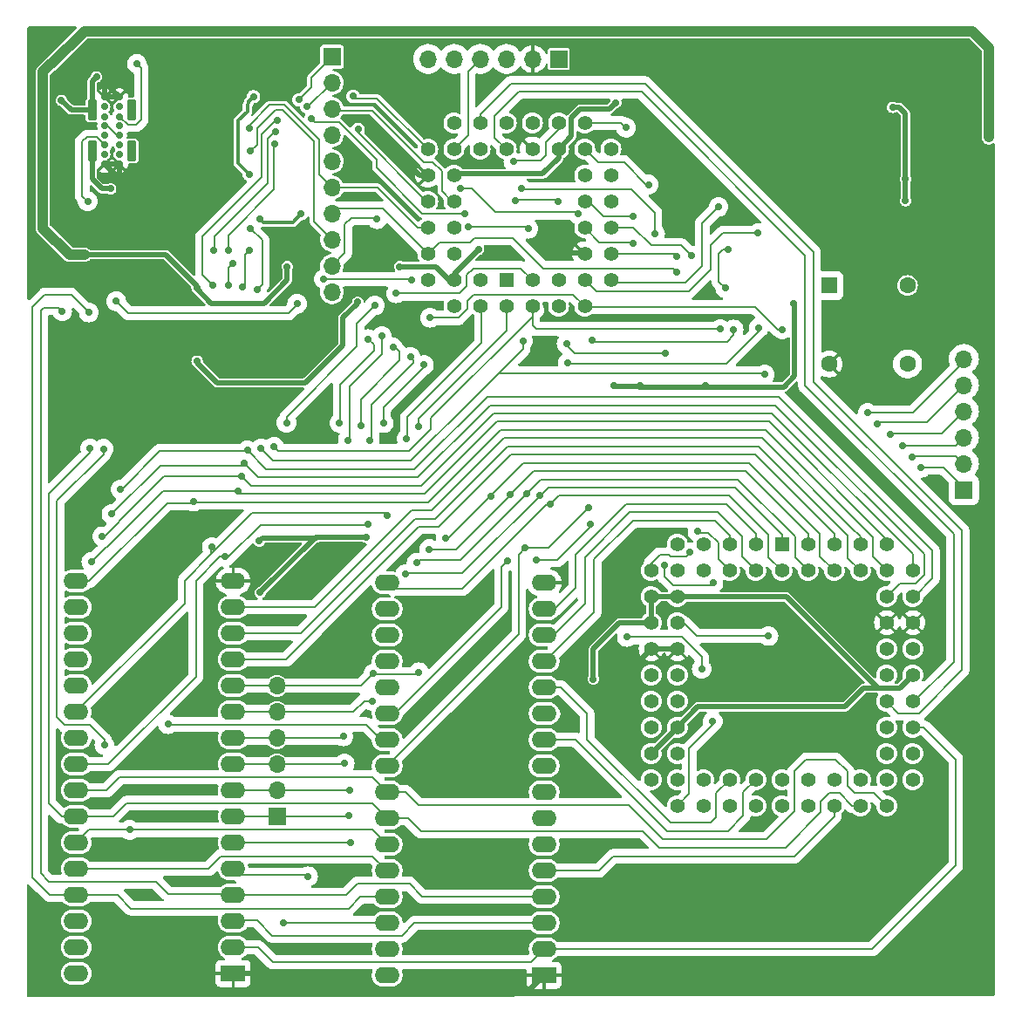
<source format=gbl>
G04 #@! TF.GenerationSoftware,KiCad,Pcbnew,8.0.8-8.0.8-0~ubuntu24.04.1*
G04 #@! TF.CreationDate,2025-02-16T17:20:59-06:00*
G04 #@! TF.ProjectId,SingleBoardComputer,53696e67-6c65-4426-9f61-7264436f6d70,2.0*
G04 #@! TF.SameCoordinates,Original*
G04 #@! TF.FileFunction,Copper,L2,Bot*
G04 #@! TF.FilePolarity,Positive*
%FSLAX46Y46*%
G04 Gerber Fmt 4.6, Leading zero omitted, Abs format (unit mm)*
G04 Created by KiCad (PCBNEW 8.0.8-8.0.8-0~ubuntu24.04.1) date 2025-02-16 17:20:59*
%MOMM*%
%LPD*%
G01*
G04 APERTURE LIST*
G04 Aperture macros list*
%AMRoundRect*
0 Rectangle with rounded corners*
0 $1 Rounding radius*
0 $2 $3 $4 $5 $6 $7 $8 $9 X,Y pos of 4 corners*
0 Add a 4 corners polygon primitive as box body*
4,1,4,$2,$3,$4,$5,$6,$7,$8,$9,$2,$3,0*
0 Add four circle primitives for the rounded corners*
1,1,$1+$1,$2,$3*
1,1,$1+$1,$4,$5*
1,1,$1+$1,$6,$7*
1,1,$1+$1,$8,$9*
0 Add four rect primitives between the rounded corners*
20,1,$1+$1,$2,$3,$4,$5,0*
20,1,$1+$1,$4,$5,$6,$7,0*
20,1,$1+$1,$6,$7,$8,$9,0*
20,1,$1+$1,$8,$9,$2,$3,0*%
G04 Aperture macros list end*
G04 #@! TA.AperFunction,ComponentPad*
%ADD10R,1.700000X1.700000*%
G04 #@! TD*
G04 #@! TA.AperFunction,ComponentPad*
%ADD11O,1.700000X1.700000*%
G04 #@! TD*
G04 #@! TA.AperFunction,ComponentPad*
%ADD12R,2.400000X1.600000*%
G04 #@! TD*
G04 #@! TA.AperFunction,ComponentPad*
%ADD13O,2.400000X1.600000*%
G04 #@! TD*
G04 #@! TA.AperFunction,ComponentPad*
%ADD14C,0.700000*%
G04 #@! TD*
G04 #@! TA.AperFunction,ComponentPad*
%ADD15RoundRect,0.225000X0.225000X-0.775000X0.225000X0.775000X-0.225000X0.775000X-0.225000X-0.775000X0*%
G04 #@! TD*
G04 #@! TA.AperFunction,ComponentPad*
%ADD16R,1.422400X1.422400*%
G04 #@! TD*
G04 #@! TA.AperFunction,ComponentPad*
%ADD17C,1.422400*%
G04 #@! TD*
G04 #@! TA.AperFunction,ComponentPad*
%ADD18R,1.600000X1.600000*%
G04 #@! TD*
G04 #@! TA.AperFunction,ComponentPad*
%ADD19C,1.600000*%
G04 #@! TD*
G04 #@! TA.AperFunction,ViaPad*
%ADD20C,0.700000*%
G04 #@! TD*
G04 #@! TA.AperFunction,Conductor*
%ADD21C,0.200000*%
G04 #@! TD*
G04 #@! TA.AperFunction,Conductor*
%ADD22C,0.500000*%
G04 #@! TD*
G04 #@! TA.AperFunction,Conductor*
%ADD23C,0.300000*%
G04 #@! TD*
G04 #@! TA.AperFunction,Conductor*
%ADD24C,1.000000*%
G04 #@! TD*
G04 APERTURE END LIST*
D10*
X194375000Y-88720000D03*
D11*
X194375000Y-86180000D03*
X194375000Y-83640000D03*
X194375000Y-81100000D03*
X194375000Y-78560000D03*
X194375000Y-76020000D03*
D10*
X133010200Y-46670200D03*
D11*
X133010200Y-49210200D03*
X133010200Y-51750200D03*
X133010200Y-54290200D03*
X133010200Y-56830200D03*
X133010200Y-59370200D03*
X133010200Y-61910200D03*
X133010200Y-64450200D03*
X133010200Y-66990200D03*
X133010200Y-69530200D03*
D12*
X153615800Y-135840200D03*
D13*
X153615800Y-133300200D03*
X153615800Y-130760200D03*
X153615800Y-128220200D03*
X153615800Y-125680200D03*
X153615800Y-123140200D03*
X153615800Y-120600200D03*
X153615800Y-118060200D03*
X153615800Y-115520200D03*
X153615800Y-112980200D03*
X153615800Y-110440200D03*
X153615800Y-107900200D03*
X153615800Y-105360200D03*
X153615800Y-102820200D03*
X153615800Y-100280200D03*
X153615800Y-97740200D03*
X138375800Y-97740200D03*
X138375800Y-100280200D03*
X138375800Y-102820200D03*
X138375800Y-105360200D03*
X138375800Y-107900200D03*
X138375800Y-110440200D03*
X138375800Y-112980200D03*
X138375800Y-115520200D03*
X138375800Y-118060200D03*
X138375800Y-120600200D03*
X138375800Y-123140200D03*
X138375800Y-125680200D03*
X138375800Y-128220200D03*
X138375800Y-130760200D03*
X138375800Y-133300200D03*
X138375800Y-135840200D03*
D14*
X110960200Y-57090200D03*
X110960200Y-56140200D03*
X110960200Y-55190200D03*
X110960200Y-54290200D03*
X110960200Y-53390200D03*
X110960200Y-52490200D03*
X110960200Y-51540200D03*
X110960200Y-50590200D03*
X112360200Y-50590200D03*
X112360200Y-51540200D03*
X112360200Y-52490200D03*
X112360200Y-53390200D03*
X112360200Y-54290200D03*
X112360200Y-55190200D03*
X112360200Y-56140200D03*
X112360200Y-57090200D03*
D15*
X109730200Y-55840200D03*
X113590200Y-55840200D03*
X109730200Y-51840200D03*
X113590200Y-51840200D03*
D12*
X123425000Y-135670000D03*
D13*
X123425000Y-133130000D03*
X123425000Y-130590000D03*
X123425000Y-128050000D03*
X123425000Y-125510000D03*
X123425000Y-122970000D03*
X123425000Y-120430000D03*
X123425000Y-117890000D03*
X123425000Y-115350000D03*
X123425000Y-112810000D03*
X123425000Y-110270000D03*
X123425000Y-107730000D03*
X123425000Y-105190000D03*
X123425000Y-102650000D03*
X123425000Y-100110000D03*
X123425000Y-97570000D03*
X108185000Y-97570000D03*
X108185000Y-100110000D03*
X108185000Y-102650000D03*
X108185000Y-105190000D03*
X108185000Y-107730000D03*
X108185000Y-110270000D03*
X108185000Y-112810000D03*
X108185000Y-115350000D03*
X108185000Y-117890000D03*
X108185000Y-120430000D03*
X108185000Y-122970000D03*
X108185000Y-125510000D03*
X108185000Y-128050000D03*
X108185000Y-130590000D03*
X108185000Y-133130000D03*
X108185000Y-135670000D03*
D16*
X176710000Y-94000000D03*
D17*
X176710000Y-96540000D03*
X174170000Y-94000000D03*
X174170000Y-96540000D03*
X171630000Y-94000000D03*
X171630000Y-96540000D03*
X169090000Y-94000000D03*
X169090000Y-96540000D03*
X166550000Y-94000000D03*
X164010000Y-96540000D03*
X166550000Y-96540000D03*
X164010000Y-99080000D03*
X166550000Y-99080000D03*
X164010000Y-101620000D03*
X166550000Y-101620000D03*
X164010000Y-104160000D03*
X166550000Y-104160000D03*
X164010000Y-106700000D03*
X166550000Y-106700000D03*
X164010000Y-109240000D03*
X166550000Y-109240000D03*
X164010000Y-111780000D03*
X166550000Y-111780000D03*
X164010000Y-114320000D03*
X166550000Y-114320000D03*
X164010000Y-116860000D03*
X166550000Y-119400000D03*
X166550000Y-116860000D03*
X169090000Y-119400000D03*
X169090000Y-116860000D03*
X171630000Y-119400000D03*
X171630000Y-116860000D03*
X174170000Y-119400000D03*
X174170000Y-116860000D03*
X176710000Y-119400000D03*
X176710000Y-116860000D03*
X179250000Y-119400000D03*
X179250000Y-116860000D03*
X181790000Y-119400000D03*
X181790000Y-116860000D03*
X184330000Y-119400000D03*
X184330000Y-116860000D03*
X186870000Y-119400000D03*
X189410000Y-116860000D03*
X186870000Y-116860000D03*
X189410000Y-114320000D03*
X186870000Y-114320000D03*
X189410000Y-111780000D03*
X186870000Y-111780000D03*
X189410000Y-109240000D03*
X186870000Y-109240000D03*
X189410000Y-106700000D03*
X186870000Y-106700000D03*
X189410000Y-104160000D03*
X186870000Y-104160000D03*
X189410000Y-101620000D03*
X186870000Y-101620000D03*
X189410000Y-99080000D03*
X186870000Y-99080000D03*
X189410000Y-96540000D03*
X186870000Y-94000000D03*
X186870000Y-96540000D03*
X184330000Y-94000000D03*
X184330000Y-96540000D03*
X181790000Y-94000000D03*
X181790000Y-96540000D03*
X179250000Y-94000000D03*
X179250000Y-96540000D03*
D10*
X155050200Y-46890200D03*
D11*
X152510200Y-46890200D03*
X149970200Y-46890200D03*
X147430200Y-46890200D03*
X144890200Y-46890200D03*
X142350200Y-46890200D03*
D10*
X127675000Y-120450000D03*
D11*
X127675000Y-117910000D03*
X127675000Y-115370000D03*
X127675000Y-112830000D03*
X127675000Y-110290000D03*
X127675000Y-107750000D03*
D16*
X149940200Y-68340200D03*
D17*
X152480200Y-70880200D03*
X152480200Y-68340200D03*
X155020200Y-70880200D03*
X155020200Y-68340200D03*
X157560200Y-70880200D03*
X160100200Y-68340200D03*
X157560200Y-68340200D03*
X160100200Y-65800200D03*
X157560200Y-65800200D03*
X160100200Y-63260200D03*
X157560200Y-63260200D03*
X160100200Y-60720200D03*
X157560200Y-60720200D03*
X160100200Y-58180200D03*
X157560200Y-58180200D03*
X160100200Y-55640200D03*
X157560200Y-53100200D03*
X157560200Y-55640200D03*
X155020200Y-53100200D03*
X155020200Y-55640200D03*
X152480200Y-53100200D03*
X152480200Y-55640200D03*
X149940200Y-53100200D03*
X149940200Y-55640200D03*
X147400200Y-53100200D03*
X147400200Y-55640200D03*
X144860200Y-53100200D03*
X142320200Y-55640200D03*
X144860200Y-55640200D03*
X142320200Y-58180200D03*
X144860200Y-58180200D03*
X142320200Y-60720200D03*
X144860200Y-60720200D03*
X142320200Y-63260200D03*
X144860200Y-63260200D03*
X142320200Y-65800200D03*
X144860200Y-65800200D03*
X142320200Y-68340200D03*
X144860200Y-70880200D03*
X144860200Y-68340200D03*
X147400200Y-70880200D03*
X147400200Y-68340200D03*
X149940200Y-70880200D03*
D18*
X181290200Y-68880200D03*
D19*
X181290200Y-76500200D03*
X188910200Y-76500200D03*
X188910200Y-68880200D03*
D20*
X176727000Y-73135000D03*
X154178000Y-75209400D03*
X165280002Y-96050134D03*
X174955200Y-75946000D03*
X194900000Y-111950000D03*
X112400000Y-129775000D03*
X165575000Y-48525000D03*
X111045400Y-62625000D03*
X135470000Y-45260000D03*
X149650000Y-108725000D03*
X117520000Y-93060000D03*
X149918850Y-65498550D03*
X130390000Y-135670000D03*
X135526900Y-67023100D03*
X135340000Y-60325000D03*
X115727718Y-77997280D03*
X109140000Y-90190000D03*
X136680000Y-54102000D03*
X187224800Y-55550200D03*
X142214600Y-74650600D03*
X174370000Y-101450000D03*
X130923980Y-70688200D03*
X189825000Y-57600000D03*
X185010000Y-67480000D03*
X162331400Y-123063000D03*
X136710000Y-48120000D03*
X136524999Y-113225001D03*
X113660000Y-67020000D03*
X127720000Y-101370000D03*
X117255973Y-76545057D03*
X116110000Y-113920000D03*
X157325000Y-47800000D03*
X160035000Y-109135000D03*
X166650000Y-59975000D03*
X153524475Y-65684400D03*
X140675000Y-70750000D03*
X118820200Y-61450000D03*
X180450000Y-50875000D03*
X160528000Y-125857000D03*
X193900000Y-45452700D03*
X171250000Y-100550000D03*
X181500000Y-99850000D03*
X139141717Y-83078869D03*
X139954000Y-95326200D03*
X179475000Y-80650000D03*
X181240000Y-125360000D03*
X157130000Y-116780000D03*
X180938714Y-65120942D03*
X116530000Y-105330000D03*
X191520000Y-135610000D03*
X136296400Y-125882400D03*
X195075000Y-50875000D03*
X108080000Y-62800000D03*
X169824400Y-72025000D03*
X159283400Y-72034400D03*
X115720200Y-58350000D03*
X169950000Y-69900000D03*
X153822400Y-72039335D03*
X135364541Y-55780200D03*
X143581077Y-55127309D03*
X114225000Y-79483437D03*
X136457467Y-110447239D03*
X118733196Y-75041804D03*
X154779000Y-62837706D03*
X110200000Y-45500000D03*
X147610000Y-103990000D03*
X161315400Y-54965600D03*
X143710000Y-50260000D03*
X115650000Y-128025000D03*
X127412263Y-75660737D03*
X124438764Y-75670764D03*
X136652000Y-101473000D03*
X148750000Y-48325000D03*
X140411200Y-65532000D03*
X136000000Y-115500000D03*
X187050000Y-57950000D03*
X135340000Y-58089800D03*
X147280000Y-116760000D03*
X118484262Y-69062600D03*
X132729870Y-125336857D03*
X130962400Y-63857600D03*
X146250000Y-99210000D03*
X116725000Y-120400000D03*
X117060000Y-123850000D03*
X180400000Y-47725000D03*
X134874000Y-108940600D03*
X191975000Y-63775000D03*
X185030000Y-61160000D03*
X187475000Y-46700000D03*
X135340000Y-63381600D03*
X110764900Y-77074900D03*
X117960000Y-134640000D03*
X181050000Y-55150000D03*
X128050000Y-98720000D03*
X136670000Y-49910200D03*
X186975000Y-88325000D03*
X146202400Y-73126600D03*
X183110000Y-135510000D03*
X119575000Y-126650000D03*
X164570000Y-53620000D03*
X187910000Y-80200000D03*
X194150000Y-63725000D03*
X188710200Y-58525000D03*
X169265600Y-78625000D03*
X177870000Y-70649948D03*
X119922700Y-69088000D03*
X158400000Y-107100000D03*
X135515156Y-70481697D03*
X196800000Y-54500000D03*
X125954963Y-93704963D03*
X188710200Y-60650000D03*
X108975000Y-65900000D03*
X160397249Y-78625000D03*
X126050000Y-98700000D03*
X119920200Y-76228810D03*
X187460200Y-51590200D03*
X128675000Y-67050000D03*
X136334963Y-93336177D03*
X162910000Y-78625000D03*
X125400000Y-50550000D03*
X124991638Y-58076634D03*
X126000000Y-62408598D03*
X130030000Y-61925200D03*
X160578800Y-51130200D03*
X139600000Y-67050000D03*
X147253249Y-65378249D03*
X175400000Y-102900000D03*
X142550000Y-72009000D03*
X171200000Y-69130000D03*
X158255675Y-74170188D03*
X172024004Y-73150941D03*
X171525000Y-65407310D03*
X161569000Y-53569000D03*
X155930600Y-76350000D03*
X174460000Y-72975695D03*
X163753800Y-59080400D03*
X109300000Y-60700000D03*
X114070000Y-47340000D03*
X150833160Y-60664992D03*
X167767000Y-94767400D03*
X166505600Y-66050200D03*
X154990800Y-60722800D03*
X124994288Y-53637425D03*
X125079302Y-55854084D03*
X135545703Y-53732303D03*
X166508876Y-67560493D03*
X129827548Y-50847291D03*
X130573721Y-51513044D03*
X137388600Y-62440265D03*
X156895800Y-61950600D03*
X167930587Y-65990263D03*
X145491200Y-59471658D03*
X168503600Y-92750000D03*
X170550000Y-61250000D03*
X110159800Y-48615600D03*
X106750000Y-50900000D03*
X111531400Y-59486800D03*
X174371000Y-63804800D03*
X152070000Y-63375000D03*
X146227800Y-63220600D03*
X112080200Y-70408800D03*
X129623035Y-70660710D03*
X132212012Y-68260198D03*
X140762500Y-68387500D03*
X128600200Y-82200000D03*
X139250000Y-69650000D03*
X137172400Y-70827600D03*
X168925000Y-106089310D03*
X161645600Y-103000000D03*
X162261400Y-64750200D03*
X162296599Y-62149000D03*
X170000000Y-111175800D03*
X170053000Y-97764600D03*
X164390345Y-63855600D03*
X151396799Y-59493533D03*
X165362600Y-75440000D03*
X150633284Y-56849684D03*
X155786232Y-74542524D03*
X141410067Y-82592267D03*
X138404600Y-91186000D03*
X121350000Y-94250000D03*
X152875000Y-95525000D03*
X158113038Y-92074018D03*
X150100000Y-95569457D03*
X136550400Y-92025000D03*
X122631200Y-95224600D03*
X140258800Y-83743800D03*
X157969100Y-90455900D03*
X151792263Y-94345624D03*
X145930000Y-61950000D03*
X130987800Y-52654200D03*
X186000000Y-82300000D03*
X124968000Y-65481200D03*
X124307600Y-69062600D03*
X187223702Y-83350000D03*
X122986800Y-68840200D03*
X123393200Y-66725800D03*
X140131800Y-96875600D03*
X153222158Y-89278581D03*
X189311195Y-85514203D03*
X144043400Y-93420149D03*
X148412200Y-89331800D03*
X122936000Y-65506600D03*
X190229692Y-86566300D03*
X151892000Y-89103200D03*
X127460200Y-55140200D03*
X141225000Y-95774800D03*
X125730000Y-69265800D03*
X125080761Y-63327838D03*
X185025000Y-81250000D03*
X150324037Y-89211637D03*
X142468600Y-94470149D03*
X121500000Y-65433793D03*
X127544447Y-53922653D03*
X121426811Y-68874211D03*
X154228800Y-90119200D03*
X127715290Y-52880200D03*
X188375998Y-84395307D03*
X109397800Y-71501000D03*
X128275000Y-130775000D03*
X126088791Y-84686209D03*
X175029382Y-77525055D03*
X151554048Y-74287248D03*
X110725000Y-93225000D03*
X124259924Y-87425000D03*
X170725000Y-73100000D03*
X127407704Y-84520196D03*
X138049000Y-82245200D03*
X141950609Y-76600000D03*
X137050000Y-106550000D03*
X141452600Y-106426000D03*
X134650000Y-120300000D03*
X119575000Y-89867256D03*
X134850000Y-122975000D03*
X117100000Y-111475000D03*
X136702800Y-83896200D03*
X140625000Y-75800000D03*
X136910000Y-109200000D03*
X110839943Y-84734995D03*
X113375000Y-121725000D03*
X110925000Y-113487200D03*
X130700000Y-126225000D03*
X134125000Y-112650000D03*
X138930169Y-74868595D03*
X135824969Y-82494078D03*
X124792426Y-84874770D03*
X112475000Y-88675000D03*
X136547660Y-74085072D03*
X133718469Y-82231531D03*
X134775000Y-117875000D03*
X134552400Y-83900000D03*
X137874541Y-73790340D03*
X134250000Y-115275000D03*
X124468761Y-86133836D03*
X111606253Y-91067122D03*
X106832400Y-71374000D03*
X109540200Y-84709000D03*
X123901714Y-88823286D03*
X109644396Y-95705996D03*
X135075000Y-50525000D03*
X119720200Y-82200000D03*
D21*
X170725000Y-73100000D02*
X170714335Y-73089335D01*
X152480200Y-72724200D02*
X152480200Y-70880200D01*
X170714335Y-73089335D02*
X152845335Y-73089335D01*
X152845335Y-73089335D02*
X152480200Y-72724200D01*
D22*
X160397249Y-78625000D02*
X160486849Y-78714600D01*
X160486849Y-78714600D02*
X162830400Y-78714600D01*
X162830400Y-78714600D02*
X162870000Y-78675000D01*
X162910000Y-78625000D02*
X163010000Y-78725000D01*
X163010000Y-78725000D02*
X176900600Y-78725000D01*
X176900600Y-78725000D02*
X177927000Y-77698600D01*
X177927000Y-77698600D02*
X177927000Y-70706948D01*
X177927000Y-70706948D02*
X177870000Y-70649948D01*
D21*
X171367650Y-74377950D02*
X172024004Y-73721596D01*
X172024004Y-73721596D02*
X172024004Y-73150941D01*
X158463437Y-74377950D02*
X171367650Y-74377950D01*
X158255675Y-74170188D02*
X158463437Y-74377950D01*
X165362600Y-75440000D02*
X165313800Y-75488800D01*
X165313800Y-75488800D02*
X156588800Y-75488800D01*
X156588800Y-75488800D02*
X155786232Y-74686232D01*
X155786232Y-74686232D02*
X155786232Y-74542524D01*
X138375800Y-125680200D02*
X136977800Y-124282200D01*
X136977800Y-124282200D02*
X122217800Y-124282200D01*
X122217800Y-124282200D02*
X120990000Y-125510000D01*
X120990000Y-125510000D02*
X108185000Y-125510000D01*
X106832400Y-71374000D02*
X106483400Y-71025000D01*
X106483400Y-71025000D02*
X105006370Y-71025000D01*
X105006370Y-71025000D02*
X104725000Y-71306370D01*
X104725000Y-71306370D02*
X104725000Y-125950000D01*
X104725000Y-125950000D02*
X105550000Y-126775000D01*
X105550000Y-126775000D02*
X115975000Y-126775000D01*
X117155000Y-127955000D02*
X123400000Y-127955000D01*
X115975000Y-126775000D02*
X117155000Y-127955000D01*
X109397800Y-71501000D02*
X107696000Y-69799200D01*
X107696000Y-69799200D02*
X105100800Y-69799200D01*
X103925000Y-70975000D02*
X103925000Y-126325000D01*
X105100800Y-69799200D02*
X103925000Y-70975000D01*
X105650000Y-128050000D02*
X108185000Y-128050000D01*
X103925000Y-126325000D02*
X105650000Y-128050000D01*
X119800000Y-106850000D02*
X111300000Y-115350000D01*
X119800000Y-97590000D02*
X119800000Y-106850000D01*
X122631200Y-95224600D02*
X122165400Y-95224600D01*
X122631200Y-95224600D02*
X122950400Y-95224600D01*
X126075000Y-92100000D02*
X136475400Y-92100000D01*
X136475400Y-92100000D02*
X136550400Y-92025000D01*
X122950400Y-95224600D02*
X126075000Y-92100000D01*
X122165400Y-95224600D02*
X119800000Y-97590000D01*
X111300000Y-115350000D02*
X108185000Y-115350000D01*
X126760200Y-58984426D02*
X121625200Y-64119426D01*
X121625200Y-64119426D02*
X121625200Y-65308593D01*
X127544447Y-53922653D02*
X127478658Y-53922653D01*
X127478658Y-53922653D02*
X126760200Y-54641111D01*
X126760200Y-54641111D02*
X126760200Y-58984426D01*
X121625200Y-65308593D02*
X121500000Y-65433793D01*
X125079302Y-55854084D02*
X125737013Y-55196373D01*
X125737013Y-55196373D02*
X125737013Y-53637787D01*
X125737013Y-53637787D02*
X127511772Y-51863028D01*
X127511772Y-51863028D02*
X128200459Y-51863028D01*
X128200459Y-51863028D02*
X131250000Y-54912569D01*
X131250000Y-54912569D02*
X131250000Y-62690000D01*
X131250000Y-62690000D02*
X133010200Y-64450200D01*
X127715290Y-52880200D02*
X127549810Y-52880200D01*
X126210200Y-58343409D02*
X120450000Y-64103609D01*
X120450000Y-64103609D02*
X120450000Y-67846600D01*
X127549810Y-52880200D02*
X126210200Y-54219810D01*
X126210200Y-54219810D02*
X126210200Y-58343409D01*
X120450000Y-67846600D02*
X121426811Y-68823411D01*
X121426811Y-68823411D02*
X121426811Y-68874211D01*
X124994288Y-53637425D02*
X124994288Y-53339012D01*
X124994288Y-53339012D02*
X126974500Y-51358800D01*
X126974500Y-51358800D02*
X128422400Y-51358800D01*
X131760000Y-58120000D02*
X133010200Y-59370200D01*
X128422400Y-51358800D02*
X131760000Y-54696400D01*
X131760000Y-54696400D02*
X131760000Y-58120000D01*
X170053000Y-97764600D02*
X169848800Y-97968800D01*
X166167273Y-97968800D02*
X165341036Y-97142564D01*
X169848800Y-97968800D02*
X166167273Y-97968800D01*
X176727000Y-73135000D02*
X176305000Y-73135000D01*
X176305000Y-73135000D02*
X174145000Y-70975000D01*
X174460000Y-72975695D02*
X174460000Y-73303493D01*
X174460000Y-73303493D02*
X171273493Y-76490000D01*
X171273493Y-76490000D02*
X156070600Y-76490000D01*
X156070600Y-76490000D02*
X155930600Y-76350000D01*
X163425000Y-49275000D02*
X150375000Y-49275000D01*
X147400200Y-52249800D02*
X147400200Y-53100200D01*
X179790200Y-70380200D02*
X179790200Y-65640200D01*
X194200000Y-92650000D02*
X179790200Y-78240200D01*
X179806600Y-70396600D02*
X179790200Y-70380200D01*
X150375000Y-49275000D02*
X147400200Y-52249800D01*
X179806600Y-75862479D02*
X179806600Y-70396600D01*
X186870000Y-109240000D02*
X188030000Y-110400000D01*
X179790200Y-75878879D02*
X179806600Y-75862479D01*
X179790200Y-78240200D02*
X179790200Y-75878879D01*
X179790200Y-65640200D02*
X163425000Y-49275000D01*
X194200000Y-106225000D02*
X194200000Y-92650000D01*
X190025000Y-110400000D02*
X194200000Y-106225000D01*
X188030000Y-110400000D02*
X190025000Y-110400000D01*
X160560475Y-69451400D02*
X158671400Y-69451400D01*
X169786400Y-64985800D02*
X169786400Y-67311385D01*
X174371000Y-63804800D02*
X170967400Y-63804800D01*
X170967400Y-63804800D02*
X169786400Y-64985800D01*
X169786400Y-67311385D02*
X167647785Y-69450000D01*
X167647785Y-69450000D02*
X160561875Y-69450000D01*
X160561875Y-69450000D02*
X160560475Y-69451400D01*
X158671400Y-69451400D02*
X157560200Y-68340200D01*
X106325000Y-110800000D02*
X106325000Y-89775000D01*
X110925000Y-113487200D02*
X110925000Y-112975000D01*
X110925000Y-112975000D02*
X109500000Y-111550000D01*
X109500000Y-111550000D02*
X107075000Y-111550000D01*
X107075000Y-111550000D02*
X106325000Y-110800000D01*
X106325000Y-89775000D02*
X110839943Y-85260057D01*
X110839943Y-85260057D02*
X110839943Y-84734995D01*
X109540200Y-84709000D02*
X109540200Y-85109800D01*
X109540200Y-85109800D02*
X105525000Y-89125000D01*
X105525000Y-89125000D02*
X105525000Y-119175000D01*
X105525000Y-119175000D02*
X106780000Y-120430000D01*
X106780000Y-120430000D02*
X108185000Y-120430000D01*
X128600200Y-82200000D02*
X128600200Y-81649800D01*
X128600200Y-81649800D02*
X135450000Y-74800000D01*
X135450000Y-74800000D02*
X135450000Y-72550000D01*
X135450000Y-72550000D02*
X137172400Y-70827600D01*
D22*
X130454400Y-74070600D02*
X130454400Y-71526400D01*
X127412263Y-75660737D02*
X127402236Y-75670764D01*
X127402236Y-75670764D02*
X124438764Y-75670764D01*
X128864263Y-75660737D02*
X130454400Y-74070600D01*
X127412263Y-75660737D02*
X128864263Y-75660737D01*
X130454400Y-71526400D02*
X130923980Y-71056820D01*
X130923980Y-71056820D02*
X130923980Y-70688200D01*
X124438764Y-75670764D02*
X123568629Y-74800629D01*
X118974371Y-74800629D02*
X118733196Y-75041804D01*
X123568629Y-74800629D02*
X118974371Y-74800629D01*
X119920200Y-76228810D02*
X119920200Y-76384600D01*
X121860600Y-78325000D02*
X130450000Y-78325000D01*
X130450000Y-78325000D02*
X134100000Y-74675000D01*
X119920200Y-76384600D02*
X121860600Y-78325000D01*
X134100000Y-74675000D02*
X134100000Y-72021000D01*
X134100000Y-72021000D02*
X135515156Y-70605844D01*
X135515156Y-70605844D02*
X135515156Y-70481697D01*
X118733196Y-75041804D02*
X117255973Y-76519027D01*
X117255973Y-76519027D02*
X117255973Y-76545057D01*
X117255973Y-76545057D02*
X115803750Y-77997280D01*
X115803750Y-77997280D02*
X115727718Y-77997280D01*
X115727718Y-77997280D02*
X114241561Y-79483437D01*
X114241561Y-79483437D02*
X114225000Y-79483437D01*
X114225000Y-79483437D02*
X113173437Y-79483437D01*
X113173437Y-79483437D02*
X110764900Y-77074900D01*
X111531400Y-59486800D02*
X110661800Y-59486800D01*
X110661800Y-59486800D02*
X109730200Y-58555200D01*
X109730200Y-58555200D02*
X109730200Y-55840200D01*
X110159800Y-48615600D02*
X109730200Y-49045200D01*
X109730200Y-49045200D02*
X109730200Y-51840200D01*
X159959000Y-51750000D02*
X157126793Y-51750000D01*
X156281400Y-52595393D02*
X156281400Y-54379000D01*
X160578800Y-51130200D02*
X159959000Y-51750000D01*
X157126793Y-51750000D02*
X156281400Y-52595393D01*
X156281400Y-54379000D02*
X155020200Y-55640200D01*
D21*
X161100200Y-53100200D02*
X157560200Y-53100200D01*
X161569000Y-53569000D02*
X161100200Y-53100200D01*
D23*
X123925000Y-52875000D02*
X123925000Y-57009996D01*
X124800000Y-51325000D02*
X124805200Y-51330200D01*
X124925000Y-51025000D02*
X124925000Y-51200000D01*
X124805200Y-51994800D02*
X123925000Y-52875000D01*
X124805200Y-51330200D02*
X124805200Y-51994800D01*
X124925000Y-51200000D02*
X124800000Y-51325000D01*
X125400000Y-50550000D02*
X124925000Y-51025000D01*
X123925000Y-57009996D02*
X124991638Y-58076634D01*
D21*
X128810600Y-71570000D02*
X129623035Y-70757565D01*
X112080200Y-70408800D02*
X113241400Y-71570000D01*
X113241400Y-71570000D02*
X128810600Y-71570000D01*
X129623035Y-70757565D02*
X129623035Y-70660710D01*
D22*
X110764900Y-77074900D02*
X110764900Y-69302527D01*
X110764900Y-69302527D02*
X113047427Y-67020000D01*
X113047427Y-67020000D02*
X113660000Y-67020000D01*
D21*
X146568258Y-59471658D02*
X148869400Y-61772800D01*
X145491200Y-59471658D02*
X146568258Y-59471658D01*
X148869400Y-61772800D02*
X156718000Y-61772800D01*
X156718000Y-61772800D02*
X156895800Y-61950600D01*
X162296599Y-62149000D02*
X159405600Y-62149000D01*
X159405600Y-62149000D02*
X157976800Y-60720200D01*
X157976800Y-60720200D02*
X157560200Y-60720200D01*
X151396799Y-59493533D02*
X151462266Y-59559000D01*
X151462266Y-59559000D02*
X162117907Y-59559000D01*
X162117907Y-59559000D02*
X164390345Y-61831438D01*
X164390345Y-61831438D02*
X164390345Y-63855600D01*
X150833160Y-60664992D02*
X150898152Y-60600000D01*
X150898152Y-60600000D02*
X154868000Y-60600000D01*
X154868000Y-60600000D02*
X154990800Y-60722800D01*
D22*
X157444400Y-65684400D02*
X157560200Y-65800200D01*
X153524475Y-65684400D02*
X157444400Y-65684400D01*
D21*
X166508876Y-67560493D02*
X166153175Y-67204792D01*
X166153175Y-67204792D02*
X165797475Y-67204792D01*
X165797475Y-67204792D02*
X165795125Y-67207142D01*
X165795125Y-67207142D02*
X153562292Y-67207142D01*
X153562292Y-67207142D02*
X150605150Y-64250000D01*
X150605150Y-64250000D02*
X146850504Y-64250000D01*
X146850504Y-64250000D02*
X146411504Y-64689000D01*
X146411504Y-64689000D02*
X143431400Y-64689000D01*
X143431400Y-64689000D02*
X142320200Y-65800200D01*
X163996325Y-65000200D02*
X162256325Y-63260200D01*
X166940524Y-65000200D02*
X163996325Y-65000200D01*
X167930587Y-65990263D02*
X166940524Y-65000200D01*
X162256325Y-63260200D02*
X160100200Y-63260200D01*
X166505600Y-66050200D02*
X166255600Y-65800200D01*
X166255600Y-65800200D02*
X160100200Y-65800200D01*
X158989000Y-64689000D02*
X157560200Y-63260200D01*
X162261400Y-64750200D02*
X162200200Y-64689000D01*
X162200200Y-64689000D02*
X158989000Y-64689000D01*
X160100200Y-68340200D02*
X160376522Y-68616522D01*
X160376522Y-68616522D02*
X167345705Y-68616522D01*
X168980587Y-62819413D02*
X170550000Y-61250000D01*
X167345705Y-68616522D02*
X168980587Y-66981640D01*
X168980587Y-66981640D02*
X168980587Y-62819413D01*
X171525000Y-65407310D02*
X170962690Y-65407310D01*
X170962690Y-65407310D02*
X170586400Y-65783600D01*
X170586400Y-65783600D02*
X170586400Y-68516400D01*
X170586400Y-68516400D02*
X171200000Y-69130000D01*
X140131800Y-96875600D02*
X140182600Y-96824800D01*
X176710000Y-93088800D02*
X176710000Y-94000000D01*
X140182600Y-96824800D02*
X145675939Y-96824800D01*
X145675939Y-96824800D02*
X154000739Y-88500000D01*
X154000739Y-88500000D02*
X172121200Y-88500000D01*
X172121200Y-88500000D02*
X176710000Y-93088800D01*
X176710000Y-96540000D02*
X175410000Y-95240000D01*
X172775788Y-90468629D02*
X171607159Y-89300000D01*
X171607159Y-89300000D02*
X155048000Y-89300000D01*
X154228800Y-90119200D02*
X153873200Y-90119200D01*
X175410000Y-95240000D02*
X175410000Y-93102842D01*
X175410000Y-93102842D02*
X172775788Y-90468629D01*
X155048000Y-89300000D02*
X154228800Y-90119200D01*
X153873200Y-90119200D02*
X145693901Y-98298499D01*
X145693901Y-98298499D02*
X138934099Y-98298499D01*
X138934099Y-98298499D02*
X138375800Y-97740200D01*
X151554048Y-74287248D02*
X151554048Y-75064582D01*
X151554048Y-75064582D02*
X146734315Y-79884315D01*
X140258800Y-83743800D02*
X140354824Y-83647776D01*
X140354824Y-83647776D02*
X140354824Y-81645176D01*
X140354824Y-81645176D02*
X147548600Y-74451400D01*
X147548600Y-74451400D02*
X147548600Y-71028600D01*
X147548600Y-71028600D02*
X147400200Y-70880200D01*
X135075000Y-50525000D02*
X135273800Y-50723800D01*
X135273800Y-50723800D02*
X137403800Y-50723800D01*
X137403800Y-50723800D02*
X142320200Y-55640200D01*
D22*
X137452000Y-54102000D02*
X141530200Y-58180200D01*
X141530200Y-58180200D02*
X142320200Y-58180200D01*
X136680000Y-54102000D02*
X137452000Y-54102000D01*
X135364541Y-55780200D02*
X135340000Y-55804741D01*
X135340000Y-55804741D02*
X135340000Y-58089800D01*
D21*
X130987800Y-52654200D02*
X131373800Y-53040200D01*
X137325000Y-56680000D02*
X137325000Y-57425000D01*
X131373800Y-53040200D02*
X133685200Y-53040200D01*
X133685200Y-53040200D02*
X137325000Y-56680000D01*
X145855000Y-61875000D02*
X145930000Y-61950000D01*
X137325000Y-57425000D02*
X141775000Y-61875000D01*
X141775000Y-61875000D02*
X145855000Y-61875000D01*
X142197917Y-60720200D02*
X142320200Y-60720200D01*
X135545703Y-53732303D02*
X135545703Y-54067986D01*
X135545703Y-54067986D02*
X142197917Y-60720200D01*
X161645600Y-103000000D02*
X166961475Y-103000000D01*
X166961475Y-103000000D02*
X168925000Y-104963525D01*
X168925000Y-104963525D02*
X168925000Y-106089310D01*
X170000000Y-111175800D02*
X170000000Y-111525000D01*
X170000000Y-111525000D02*
X167700000Y-113825000D01*
X167700000Y-118250000D02*
X166550000Y-119400000D01*
X167700000Y-113825000D02*
X167700000Y-118250000D01*
X141452600Y-106426000D02*
X141228600Y-106650000D01*
X141228600Y-106650000D02*
X137150000Y-106650000D01*
X137150000Y-106650000D02*
X137050000Y-106550000D01*
X149475000Y-100080000D02*
X139114800Y-110440200D01*
X149475000Y-96194457D02*
X149475000Y-100080000D01*
X150100000Y-95569457D02*
X149475000Y-96194457D01*
X139114800Y-110440200D02*
X138375800Y-110440200D01*
X154079376Y-94345624D02*
X157969100Y-90455900D01*
X151792263Y-94345624D02*
X151150000Y-94987887D01*
X151792263Y-94345624D02*
X154079376Y-94345624D01*
X151150000Y-94987887D02*
X151150000Y-102746000D01*
X151150000Y-102746000D02*
X138375800Y-115520200D01*
X152875000Y-95525000D02*
X154919000Y-95525000D01*
X154919000Y-95525000D02*
X158113038Y-92330962D01*
X158113038Y-92330962D02*
X158113038Y-92074018D01*
X180410000Y-95160000D02*
X181790000Y-96540000D01*
X144043400Y-93420149D02*
X144298451Y-93420149D01*
X144298451Y-93420149D02*
X151618600Y-86100000D01*
X151618600Y-86100000D02*
X173487159Y-86100000D01*
X173487159Y-86100000D02*
X180410000Y-93022841D01*
X180410000Y-93022841D02*
X180410000Y-95160000D01*
X150324037Y-89211637D02*
X150324037Y-89223363D01*
X145077251Y-94470149D02*
X142468600Y-94470149D01*
X150324037Y-89223363D02*
X145077251Y-94470149D01*
X150324037Y-89211637D02*
X150324037Y-89186238D01*
X173155788Y-86900000D02*
X179250000Y-92994212D01*
X179250000Y-92994212D02*
X179250000Y-94000000D01*
X150324037Y-89186238D02*
X152610275Y-86900000D01*
X152610275Y-86900000D02*
X173155788Y-86900000D01*
X151892000Y-89103200D02*
X151892000Y-89128600D01*
X141479651Y-95520149D02*
X141225000Y-95774800D01*
X151892000Y-89128600D02*
X145500451Y-95520149D01*
X145500451Y-95520149D02*
X141479651Y-95520149D01*
X151892000Y-89103200D02*
X153295200Y-87700000D01*
X153295200Y-87700000D02*
X172452571Y-87700000D01*
X172452571Y-87700000D02*
X178010000Y-93257429D01*
X178010000Y-93257429D02*
X178010000Y-95300000D01*
X178010000Y-95300000D02*
X179250000Y-96540000D01*
D22*
X125954963Y-93704963D02*
X126289526Y-93370400D01*
X126289526Y-93370400D02*
X131539600Y-93370400D01*
X131539600Y-93370400D02*
X131615800Y-93294200D01*
X126050000Y-98700000D02*
X131455800Y-93294200D01*
X131455800Y-93294200D02*
X131615800Y-93294200D01*
X136334963Y-93336177D02*
X136292986Y-93294200D01*
X136292986Y-93294200D02*
X131615800Y-93294200D01*
D21*
X138404600Y-91186000D02*
X138193600Y-90975000D01*
X125275000Y-90975000D02*
X121225000Y-95025000D01*
X138193600Y-90975000D02*
X125275000Y-90975000D01*
X150000000Y-73225000D02*
X150000000Y-70940000D01*
X141410067Y-82592267D02*
X141410067Y-81814933D01*
X141410067Y-81814933D02*
X150000000Y-73225000D01*
X150000000Y-70940000D02*
X149940200Y-70880200D01*
X152480200Y-70880200D02*
X152480200Y-71876170D01*
X152480200Y-71876170D02*
X142621000Y-81735370D01*
X142621000Y-81735370D02*
X142621000Y-82866260D01*
X142621000Y-82866260D02*
X140537260Y-84950000D01*
X127837508Y-84950000D02*
X127407704Y-84520196D01*
X140537260Y-84950000D02*
X127837508Y-84950000D01*
X138049000Y-82245200D02*
X138049000Y-80751000D01*
X138049000Y-80751000D02*
X141950609Y-76849391D01*
X141950609Y-76849391D02*
X141950609Y-76600000D01*
X136702800Y-83896200D02*
X136880600Y-83718400D01*
X136880600Y-83718400D02*
X136880600Y-80419400D01*
X136880600Y-80419400D02*
X140925000Y-76375000D01*
X140925000Y-76100000D02*
X140625000Y-75800000D01*
X140925000Y-76375000D02*
X140925000Y-76100000D01*
X134552400Y-83900000D02*
X134768469Y-83683931D01*
X134768469Y-83683931D02*
X134768469Y-78684272D01*
X134768469Y-78684272D02*
X137874541Y-75578200D01*
X137874541Y-75578200D02*
X137874541Y-73790340D01*
X135824969Y-82494078D02*
X135824969Y-79925031D01*
X139143595Y-74868595D02*
X138930169Y-74868595D01*
X135824969Y-79925031D02*
X139575000Y-76175000D01*
X139575000Y-76175000D02*
X139575000Y-75300000D01*
X139575000Y-75300000D02*
X139143595Y-74868595D01*
X133718469Y-82231531D02*
X133800000Y-82150000D01*
X133800000Y-82150000D02*
X133800000Y-78521370D01*
X133800000Y-78521370D02*
X137075000Y-75246370D01*
X137075000Y-75246370D02*
X137075000Y-74612412D01*
X137075000Y-74612412D02*
X136547660Y-74085072D01*
X140625000Y-75800000D02*
X140766156Y-75800000D01*
X146140000Y-70400000D02*
X146771000Y-69769000D01*
X156449000Y-69769000D02*
X157560200Y-70880200D01*
X142550000Y-72009000D02*
X145302875Y-72009000D01*
X145302875Y-72009000D02*
X146140000Y-71171875D01*
X146140000Y-71171875D02*
X146140000Y-70400000D01*
X146771000Y-69769000D02*
X156449000Y-69769000D01*
D23*
X130030000Y-61925200D02*
X129217200Y-62738000D01*
X129217200Y-62738000D02*
X126329402Y-62738000D01*
X126329402Y-62738000D02*
X126000000Y-62408598D01*
D22*
X130962400Y-63857600D02*
X130923980Y-63896020D01*
X130923980Y-63896020D02*
X130923980Y-70688200D01*
X135340000Y-63381600D02*
X135305800Y-63415800D01*
X135305800Y-63415800D02*
X135305800Y-66802000D01*
X135305800Y-66802000D02*
X135526900Y-67023100D01*
D21*
X137388600Y-62440265D02*
X137279935Y-62331600D01*
X137279935Y-62331600D02*
X134874000Y-62331600D01*
X134874000Y-62331600D02*
X134264400Y-62941200D01*
X134264400Y-62941200D02*
X134264400Y-65736000D01*
X134264400Y-65736000D02*
X133010200Y-66990200D01*
X142320200Y-65800200D02*
X142320200Y-65770200D01*
X142320200Y-65770200D02*
X137940265Y-61390265D01*
X137940265Y-61390265D02*
X133530135Y-61390265D01*
X133530135Y-61390265D02*
X133010200Y-61910200D01*
X146227800Y-63220600D02*
X146278600Y-63169800D01*
X146278600Y-63169800D02*
X151864800Y-63169800D01*
X151864800Y-63169800D02*
X152070000Y-63375000D01*
D22*
X143581400Y-50388600D02*
X143710000Y-50260000D01*
X143581077Y-55127309D02*
X143581400Y-55126986D01*
X143581400Y-55126986D02*
X143581400Y-50388600D01*
X155020200Y-55640200D02*
X155020200Y-56523302D01*
X155020200Y-56523302D02*
X153484682Y-58058820D01*
X153484682Y-58058820D02*
X144981580Y-58058820D01*
X144981580Y-58058820D02*
X144860200Y-58180200D01*
D21*
X155020200Y-53100200D02*
X155020200Y-53729800D01*
X155020200Y-53729800D02*
X153820000Y-54930000D01*
X153820000Y-54930000D02*
X153820000Y-56205000D01*
X153820000Y-56205000D02*
X153256000Y-56769000D01*
X153256000Y-56769000D02*
X150713968Y-56769000D01*
X150713968Y-56769000D02*
X150633284Y-56849684D01*
X163530400Y-59080400D02*
X161400000Y-56950000D01*
X161400000Y-56950000D02*
X158870000Y-56950000D01*
X163753800Y-59080400D02*
X163530400Y-59080400D01*
X158870000Y-56950000D02*
X157560200Y-55640200D01*
X165863193Y-95148400D02*
X165714927Y-95000134D01*
X167767000Y-94767400D02*
X167386000Y-95148400D01*
X167386000Y-95148400D02*
X165863193Y-95148400D01*
X165714927Y-95000134D02*
X164845077Y-95000134D01*
X164845077Y-95000134D02*
X164010000Y-95835211D01*
X164010000Y-95835211D02*
X164010000Y-96540000D01*
X165280002Y-97081530D02*
X165341036Y-97142564D01*
X165272421Y-97073948D02*
X165341036Y-97142564D01*
X165280002Y-96050134D02*
X165280002Y-97081530D01*
X169549275Y-92887800D02*
X170518800Y-93857325D01*
X168503600Y-92750000D02*
X168641400Y-92887800D01*
X168641400Y-92887800D02*
X169549275Y-92887800D01*
X170518800Y-93857325D02*
X170518800Y-95428800D01*
X170518800Y-95428800D02*
X171630000Y-96540000D01*
X181790000Y-119400000D02*
X181790000Y-120405788D01*
X181790000Y-120405788D02*
X177913588Y-124282200D01*
X177913588Y-124282200D02*
X160325928Y-124282200D01*
X160325928Y-124282200D02*
X158927928Y-125680200D01*
X158927928Y-125680200D02*
X153615800Y-125680200D01*
X138375800Y-112980200D02*
X137680200Y-112980200D01*
X137680200Y-112980200D02*
X137525000Y-112825000D01*
X137525000Y-112825000D02*
X137525000Y-112689066D01*
X137525000Y-112689066D02*
X136335934Y-111500000D01*
X136335934Y-111500000D02*
X117125000Y-111500000D01*
X117125000Y-111500000D02*
X117100000Y-111475000D01*
X136910000Y-109200000D02*
X136138600Y-109200000D01*
X136138600Y-109200000D02*
X135068600Y-110270000D01*
X135068600Y-110270000D02*
X123425000Y-110270000D01*
X140650000Y-68275000D02*
X140762500Y-68387500D01*
X132212012Y-68260198D02*
X132226814Y-68275000D01*
X132226814Y-68275000D02*
X140650000Y-68275000D01*
D22*
X119922700Y-69088000D02*
X119922700Y-68908350D01*
X116914350Y-65900000D02*
X108975000Y-65900000D01*
X119922700Y-68908350D02*
X116914350Y-65900000D01*
X119922700Y-69088000D02*
X119922700Y-69224046D01*
X119922700Y-69224046D02*
X121298654Y-70600000D01*
X121298654Y-70600000D02*
X126426746Y-70600000D01*
X126426746Y-70600000D02*
X128675000Y-68351746D01*
X128675000Y-68351746D02*
X128675000Y-67050000D01*
D21*
X122986800Y-68840200D02*
X122986800Y-67132200D01*
X122986800Y-67132200D02*
X123393200Y-66725800D01*
X124587000Y-68783200D02*
X124587000Y-65862200D01*
X124307600Y-69062600D02*
X124587000Y-68783200D01*
X124587000Y-65862200D02*
X124968000Y-65481200D01*
X125730000Y-69265800D02*
X126235200Y-68760600D01*
X126235200Y-68760600D02*
X126235200Y-64482277D01*
X126235200Y-64482277D02*
X125080761Y-63327838D01*
X122936000Y-65506600D02*
X122936000Y-63987674D01*
X122936000Y-63987674D02*
X127410200Y-59513474D01*
X127410200Y-59513474D02*
X127410200Y-55190200D01*
X127410200Y-55190200D02*
X127460200Y-55140200D01*
X130573721Y-51513044D02*
X130707356Y-51513044D01*
X130707356Y-51513044D02*
X133010200Y-49210200D01*
X131010200Y-48670200D02*
X133010200Y-46670200D01*
X129827548Y-50847291D02*
X131010200Y-49664639D01*
X131010200Y-49664639D02*
X131010200Y-48670200D01*
D22*
X162870054Y-78725054D02*
X162870000Y-78725000D01*
D21*
X175029382Y-77525055D02*
X174904327Y-77400000D01*
X174904327Y-77400000D02*
X149218630Y-77400000D01*
X149218630Y-77400000D02*
X146734315Y-79884315D01*
X189410000Y-109240000D02*
X189560000Y-109240000D01*
X189560000Y-109240000D02*
X193375000Y-105425000D01*
X193375000Y-105425000D02*
X193375000Y-93025000D01*
X151150000Y-50075000D02*
X148825000Y-52400000D01*
X193375000Y-93025000D02*
X178974800Y-78624800D01*
X163093630Y-50075000D02*
X151150000Y-50075000D01*
X148825000Y-52400000D02*
X148825000Y-54525000D01*
X178974800Y-78624800D02*
X178974800Y-65956170D01*
X178974800Y-65956170D02*
X163093630Y-50075000D01*
X148825000Y-54525000D02*
X149940200Y-55640200D01*
X174145000Y-70975000D02*
X157655000Y-70975000D01*
X157655000Y-70975000D02*
X157560200Y-70880200D01*
X185025000Y-81250000D02*
X189400000Y-81250000D01*
X189400000Y-81250000D02*
X194375000Y-76275000D01*
X194375000Y-76275000D02*
X194375000Y-76020000D01*
X186000000Y-82300000D02*
X186175000Y-82125000D01*
X186175000Y-82125000D02*
X190810000Y-82125000D01*
X190810000Y-82125000D02*
X194375000Y-78560000D01*
X187318309Y-83255393D02*
X192219607Y-83255393D01*
X187223702Y-83350000D02*
X187318309Y-83255393D01*
X192219607Y-83255393D02*
X194375000Y-81100000D01*
X188375998Y-84395307D02*
X188430691Y-84450000D01*
X188430691Y-84450000D02*
X193565000Y-84450000D01*
X193565000Y-84450000D02*
X194375000Y-83640000D01*
X189311195Y-85514203D02*
X189400398Y-85425000D01*
X189400398Y-85425000D02*
X193620000Y-85425000D01*
X193620000Y-85425000D02*
X194375000Y-86180000D01*
X192416300Y-86566300D02*
X194375000Y-88525000D01*
X190229692Y-86566300D02*
X192416300Y-86566300D01*
X194375000Y-88525000D02*
X194375000Y-88720000D01*
X112475000Y-88675000D02*
X112600000Y-88675000D01*
X112600000Y-88675000D02*
X116300000Y-84975000D01*
X116300000Y-84975000D02*
X124692196Y-84975000D01*
X124692196Y-84975000D02*
X124792426Y-84874770D01*
X111606253Y-91067122D02*
X111632878Y-91067122D01*
X111632878Y-91067122D02*
X116325000Y-86375000D01*
X116325000Y-86375000D02*
X124227597Y-86375000D01*
X124227597Y-86375000D02*
X124468761Y-86133836D01*
X110725000Y-93225000D02*
X110925000Y-93225000D01*
X110925000Y-93225000D02*
X112032878Y-92117122D01*
X112032878Y-92117122D02*
X112041178Y-92117122D01*
X112041178Y-92117122D02*
X112656253Y-91502047D01*
X112656253Y-91502047D02*
X112656253Y-91493747D01*
X112656253Y-91493747D02*
X116725000Y-87425000D01*
X116725000Y-87425000D02*
X124259924Y-87425000D01*
X109644396Y-95705996D02*
X109719004Y-95705996D01*
X109719004Y-95705996D02*
X111150000Y-94275000D01*
X111150000Y-94275000D02*
X111177081Y-94275000D01*
X111177081Y-94275000D02*
X116634825Y-88817256D01*
X116634825Y-88817256D02*
X123895684Y-88817256D01*
X123895684Y-88817256D02*
X123901714Y-88823286D01*
X126088791Y-84686209D02*
X127317782Y-85915200D01*
X127317782Y-85915200D02*
X140703430Y-85915200D01*
X140703430Y-85915200D02*
X146734315Y-79884315D01*
X189410000Y-99080000D02*
X189572846Y-99080000D01*
X189572846Y-99080000D02*
X191321200Y-97331646D01*
X191321200Y-97331646D02*
X191321200Y-94605816D01*
X191321200Y-94605816D02*
X176390384Y-79675000D01*
X176390384Y-79675000D02*
X148075000Y-79675000D01*
X148075000Y-79675000D02*
X141034800Y-86715200D01*
X141034800Y-86715200D02*
X126632856Y-86715200D01*
X126632856Y-86715200D02*
X124792426Y-84874770D01*
X189721475Y-97800000D02*
X188150000Y-97800000D01*
X190521200Y-97000275D02*
X189721475Y-97800000D01*
X190521200Y-94937187D02*
X190521200Y-97000275D01*
X148386777Y-80500000D02*
X176084013Y-80500000D01*
X176084013Y-80500000D02*
X190521200Y-94937187D01*
X147368148Y-81518629D02*
X148386777Y-80500000D01*
X141371578Y-87515200D02*
X147368148Y-81518629D01*
X125850125Y-87515200D02*
X141371578Y-87515200D01*
X124468761Y-86133836D02*
X125850125Y-87515200D01*
X188150000Y-97800000D02*
X186870000Y-99080000D01*
X175752642Y-81300000D02*
X189410000Y-94957358D01*
X148718148Y-81300000D02*
X175752642Y-81300000D01*
X189410000Y-94957358D02*
X189410000Y-96540000D01*
X141702948Y-88315200D02*
X148718148Y-81300000D01*
X125150124Y-88315200D02*
X141702948Y-88315200D01*
X124259924Y-87425000D02*
X125150124Y-88315200D01*
X186870000Y-93548729D02*
X186870000Y-94000000D01*
X142034318Y-89115200D02*
X149049518Y-82100000D01*
X124193628Y-89115200D02*
X142034318Y-89115200D01*
X123901714Y-88823286D02*
X124193628Y-89115200D01*
X149049518Y-82100000D02*
X175421271Y-82100000D01*
X175421271Y-82100000D02*
X186870000Y-93548729D01*
D22*
X118820200Y-61450000D02*
X115720200Y-58350000D01*
D21*
X139250000Y-69650000D02*
X145400000Y-69650000D01*
X145400000Y-69650000D02*
X146100000Y-68950000D01*
X146100000Y-68950000D02*
X146100000Y-67875000D01*
X146100000Y-67875000D02*
X146750000Y-67225000D01*
X146750000Y-67225000D02*
X151365000Y-67225000D01*
X151365000Y-67225000D02*
X152480200Y-68340200D01*
D22*
X144860200Y-68340200D02*
X144415200Y-68340200D01*
X144415200Y-68340200D02*
X143136400Y-67061400D01*
X143136400Y-67061400D02*
X139611400Y-67061400D01*
X139611400Y-67061400D02*
X139600000Y-67050000D01*
X147253249Y-65378249D02*
X144860200Y-67771298D01*
X144860200Y-67771298D02*
X144860200Y-68340200D01*
D21*
X109300000Y-60700000D02*
X108780200Y-60180200D01*
X108780200Y-60180200D02*
X108780200Y-54919800D01*
X108780200Y-54919800D02*
X109225000Y-54475000D01*
X109225000Y-54475000D02*
X110225761Y-54475000D01*
X110940961Y-55190200D02*
X110960200Y-55190200D01*
X110225761Y-54475000D02*
X110940961Y-55190200D01*
X138375800Y-128220200D02*
X135754800Y-128220200D01*
X135754800Y-128220200D02*
X134625000Y-129350000D01*
X134625000Y-129350000D02*
X113525000Y-129350000D01*
X113525000Y-129350000D02*
X112225000Y-128050000D01*
X112225000Y-128050000D02*
X108185000Y-128050000D01*
D22*
X162350000Y-105820000D02*
X164010000Y-104160000D01*
X136670000Y-49910200D02*
X136670000Y-48160000D01*
X112360200Y-57090200D02*
X112360200Y-58825000D01*
X136670000Y-48160000D02*
X136710000Y-48120000D01*
X166550000Y-104160000D02*
X164010000Y-104160000D01*
X111045400Y-62625000D02*
X112360200Y-61310200D01*
X110960200Y-57090200D02*
X112360200Y-57090200D01*
X136710000Y-46500000D02*
X136710000Y-48120000D01*
X112360200Y-61310200D02*
X112360200Y-58825000D01*
X112360200Y-58490200D02*
X112360200Y-58825000D01*
X112360200Y-50590200D02*
X110960200Y-49190200D01*
X110960200Y-49190200D02*
X110960200Y-47625000D01*
X110960200Y-50590200D02*
X110960200Y-47625000D01*
X112360200Y-50590200D02*
X110960200Y-50590200D01*
X130390000Y-135670000D02*
X123425000Y-135670000D01*
X110200000Y-45500000D02*
X110960200Y-46260200D01*
X162350000Y-106820000D02*
X162350000Y-105820000D01*
X110960200Y-57090200D02*
X112360200Y-58490200D01*
X135470000Y-45260000D02*
X136710000Y-46500000D01*
X160035000Y-109135000D02*
X162350000Y-106820000D01*
X110960200Y-46260200D02*
X110960200Y-47625000D01*
X168540000Y-109790000D02*
X182835000Y-109790000D01*
X182835000Y-109790000D02*
X184646200Y-107978800D01*
X160928654Y-101620000D02*
X164010000Y-101620000D01*
X188710200Y-58525000D02*
X188710200Y-52190200D01*
X164010000Y-101620000D02*
X164010000Y-99080000D01*
X188710200Y-60650000D02*
X188710200Y-58525000D01*
D24*
X105725000Y-47375000D02*
X105800000Y-47375000D01*
D22*
X158400000Y-107100000D02*
X158400000Y-104148654D01*
X177168800Y-99118800D02*
X166588800Y-99118800D01*
X166550000Y-111780000D02*
X168540000Y-109790000D01*
D24*
X195190000Y-44190000D02*
X196800000Y-45800000D01*
D22*
X188710200Y-52190200D02*
X188110200Y-51590200D01*
X166588800Y-99118800D02*
X166550000Y-99080000D01*
D24*
X107525000Y-65900000D02*
X104950000Y-63325000D01*
X196800000Y-45800000D02*
X196800000Y-54500000D01*
D22*
X166550000Y-111780000D02*
X164010000Y-114320000D01*
X186028800Y-107978800D02*
X177168800Y-99118800D01*
D24*
X105800000Y-47375000D02*
X108985000Y-44190000D01*
D22*
X158400000Y-104148654D02*
X160928654Y-101620000D01*
D24*
X104950000Y-63325000D02*
X104950000Y-48150000D01*
X108985000Y-44190000D02*
X195190000Y-44190000D01*
D22*
X166550000Y-99080000D02*
X164010000Y-99080000D01*
X188131200Y-107978800D02*
X189410000Y-106700000D01*
X184646200Y-107978800D02*
X186028800Y-107978800D01*
D24*
X108975000Y-65900000D02*
X107525000Y-65900000D01*
X104950000Y-48150000D02*
X105725000Y-47375000D01*
D22*
X186028800Y-107978800D02*
X188131200Y-107978800D01*
X188110200Y-51590200D02*
X187460200Y-51590200D01*
D21*
X167170000Y-101620000D02*
X166550000Y-101620000D01*
X168450000Y-102900000D02*
X167170000Y-101620000D01*
X175400000Y-102900000D02*
X168450000Y-102900000D01*
X112100200Y-54290200D02*
X112360200Y-54290200D01*
X111200200Y-53390200D02*
X112100200Y-54290200D01*
X110960200Y-53390200D02*
X111200200Y-53390200D01*
X114090000Y-47340000D02*
X114070000Y-47340000D01*
X112360200Y-52490200D02*
X112425002Y-52490200D01*
X114500000Y-47750000D02*
X114090000Y-47340000D01*
X112425002Y-52490200D02*
X113209802Y-53275000D01*
X114025000Y-53275000D02*
X114500000Y-52800000D01*
X114500000Y-52800000D02*
X114500000Y-47750000D01*
X113209802Y-53275000D02*
X114025000Y-53275000D01*
X146225000Y-48095400D02*
X147430200Y-46890200D01*
X144860200Y-55640200D02*
X146225000Y-54275400D01*
X146225000Y-54275400D02*
X146225000Y-48095400D01*
X136900200Y-51900200D02*
X133160200Y-51900200D01*
X142800000Y-56900000D02*
X141900000Y-56900000D01*
X143675000Y-59750000D02*
X143675000Y-57775000D01*
X133160200Y-51900200D02*
X133010200Y-51750200D01*
X144860200Y-60720200D02*
X144645200Y-60720200D01*
X141900000Y-56900000D02*
X136900200Y-51900200D01*
X144645200Y-60720200D02*
X143675000Y-59750000D01*
X143675000Y-57775000D02*
X142800000Y-56900000D01*
X137445200Y-59370200D02*
X133010200Y-59370200D01*
X142320200Y-63260200D02*
X141335200Y-63260200D01*
X141335200Y-63260200D02*
X137445200Y-59370200D01*
D22*
X109730200Y-51840200D02*
X107690200Y-51840200D01*
X107690200Y-51840200D02*
X106750000Y-50900000D01*
D21*
X157560200Y-60740200D02*
X157560200Y-60720200D01*
X108185000Y-110270000D02*
X118730000Y-99725000D01*
X121300000Y-94300000D02*
X121350000Y-94250000D01*
X121300000Y-94950000D02*
X121300000Y-94300000D01*
X118730000Y-99725000D02*
X118730000Y-97520000D01*
X121225000Y-95025000D02*
X121300000Y-94950000D01*
X108185000Y-110215000D02*
X108185000Y-110270000D01*
X118730000Y-97520000D02*
X121225000Y-95025000D01*
X157590000Y-95231370D02*
X157590000Y-99754500D01*
X157590000Y-99754500D02*
X154524300Y-102820200D01*
X172810000Y-93200000D02*
X170510000Y-90900000D01*
X174170000Y-96540000D02*
X172810000Y-95180000D01*
X172810000Y-95180000D02*
X172810000Y-93200000D01*
X161921370Y-90900000D02*
X157590000Y-95231370D01*
X170510000Y-90900000D02*
X161921370Y-90900000D01*
X154524300Y-102820200D02*
X153615800Y-102820200D01*
X174170000Y-92994212D02*
X171275788Y-90100000D01*
X154639100Y-100280200D02*
X153615800Y-100280200D01*
X156708132Y-94981868D02*
X156708132Y-98211168D01*
X156708132Y-98211168D02*
X154639100Y-100280200D01*
X174170000Y-94000000D02*
X174170000Y-92994212D01*
X171275788Y-90100000D02*
X161590000Y-90100000D01*
X161590000Y-90100000D02*
X156708132Y-94981868D01*
X138375800Y-100265800D02*
X138375800Y-100280200D01*
X171630000Y-94000000D02*
X171630000Y-93151370D01*
X158480000Y-95472740D02*
X158480000Y-100580000D01*
X158480000Y-100580000D02*
X153699800Y-105360200D01*
X171630000Y-93151370D02*
X170178630Y-91700000D01*
X162252740Y-91700000D02*
X158480000Y-95472740D01*
X170178630Y-91700000D02*
X162252740Y-91700000D01*
X153699800Y-105360200D02*
X153615800Y-105360200D01*
X138375800Y-97740200D02*
X138975800Y-97740200D01*
X138375800Y-97634200D02*
X138375800Y-97740200D01*
X128289800Y-130760200D02*
X138375800Y-130760200D01*
X128275000Y-130775000D02*
X128289800Y-130760200D01*
X149712258Y-83700000D02*
X142697058Y-90715200D01*
X183441370Y-92382840D02*
X174758530Y-83700000D01*
X142697058Y-90715200D02*
X140762060Y-90715200D01*
X184330000Y-94000000D02*
X184330000Y-93271471D01*
X184330000Y-93271471D02*
X183441370Y-92382840D01*
X140762060Y-90715200D02*
X131367260Y-100110000D01*
X131367260Y-100110000D02*
X123425000Y-100110000D01*
X174758530Y-83700000D02*
X149712258Y-83700000D01*
X152480200Y-70880200D02*
X152912500Y-71312500D01*
X179050200Y-114940200D02*
X177950200Y-116040200D01*
X165150200Y-122640200D02*
X161835000Y-119325000D01*
X183050200Y-116056075D02*
X181934325Y-114940200D01*
X175218051Y-122640200D02*
X165150200Y-122640200D01*
X138375800Y-118060200D02*
X136940600Y-116625000D01*
X161835000Y-119325000D02*
X141435000Y-119325000D01*
X136940600Y-116625000D02*
X112353600Y-116625000D01*
X141435000Y-119325000D02*
X140170200Y-118060200D01*
X140170200Y-118060200D02*
X138375800Y-118060200D01*
X183750200Y-118140200D02*
X183050200Y-117440200D01*
X112353600Y-116625000D02*
X111088600Y-117890000D01*
X185610200Y-118140200D02*
X183750200Y-118140200D01*
X111088600Y-117890000D02*
X108185000Y-117890000D01*
X186870000Y-119400000D02*
X185610200Y-118140200D01*
X177950200Y-116040200D02*
X177950200Y-119908051D01*
X181934325Y-114940200D02*
X179050200Y-114940200D01*
X183050200Y-117440200D02*
X183050200Y-116056075D01*
X177950200Y-119908051D02*
X175218051Y-122640200D01*
X137050000Y-106550000D02*
X135875000Y-107725000D01*
X165867251Y-121025855D02*
X157810000Y-112968604D01*
X123430000Y-107725000D02*
X123425000Y-107730000D01*
X157810000Y-110460000D02*
X155250200Y-107900200D01*
X170326200Y-118163800D02*
X170326200Y-120464200D01*
X135875000Y-107725000D02*
X123430000Y-107725000D01*
X155250200Y-107900200D02*
X153615800Y-107900200D01*
X169764545Y-121025855D02*
X165867251Y-121025855D01*
X170326200Y-120464200D02*
X169764545Y-121025855D01*
X157810000Y-112968604D02*
X157810000Y-110460000D01*
X171630000Y-116860000D02*
X170326200Y-118163800D01*
X134650000Y-120300000D02*
X134520000Y-120430000D01*
X134520000Y-120430000D02*
X123425000Y-120430000D01*
X109444214Y-97570000D02*
X108185000Y-97570000D01*
X117034214Y-89980000D02*
X109444214Y-97570000D01*
X119575000Y-89867256D02*
X119622944Y-89915200D01*
X119462256Y-89980000D02*
X117034214Y-89980000D01*
X175089901Y-82900000D02*
X176108530Y-83918629D01*
X119575000Y-89867256D02*
X119462256Y-89980000D01*
X176108530Y-83918629D02*
X185510000Y-93320100D01*
X185510000Y-95180000D02*
X186870000Y-96540000D01*
X142365688Y-89915200D02*
X149380888Y-82900000D01*
X119622944Y-89915200D02*
X142365688Y-89915200D01*
X149380888Y-82900000D02*
X175089901Y-82900000D01*
X185510000Y-93320100D02*
X185510000Y-95180000D01*
X126436400Y-122970000D02*
X123425000Y-122970000D01*
X134850000Y-122975000D02*
X126441400Y-122975000D01*
X126441400Y-122975000D02*
X126436400Y-122970000D01*
X154497547Y-110440200D02*
X153615800Y-110440200D01*
X136960600Y-121725000D02*
X138375800Y-123140200D01*
X113375000Y-121725000D02*
X136960600Y-121725000D01*
X113375000Y-121725000D02*
X109430000Y-121725000D01*
X109430000Y-121725000D02*
X108185000Y-122970000D01*
X130600000Y-126125000D02*
X124040000Y-126125000D01*
X124040000Y-126125000D02*
X123425000Y-125510000D01*
X130700000Y-126225000D02*
X130600000Y-126125000D01*
X134125000Y-112650000D02*
X133970000Y-112805000D01*
X133970000Y-112805000D02*
X123430000Y-112805000D01*
X172950000Y-120340400D02*
X171464545Y-121825855D01*
X174170000Y-116860000D02*
X172950000Y-118080000D01*
X156690226Y-112980200D02*
X153615800Y-112980200D01*
X171464545Y-121825855D02*
X165535881Y-121825855D01*
X172950000Y-118080000D02*
X172950000Y-120340400D01*
X165535881Y-121825855D02*
X156690226Y-112980200D01*
X123430000Y-112805000D02*
X123425000Y-112810000D01*
X141039800Y-130760200D02*
X139825000Y-131975000D01*
X153615800Y-130760200D02*
X141039800Y-130760200D01*
X139825000Y-131975000D02*
X127220800Y-131975000D01*
X125740800Y-130495000D02*
X123400000Y-130495000D01*
X127220800Y-131975000D02*
X125740800Y-130495000D01*
X147400200Y-53100200D02*
X147190200Y-52890200D01*
X134775000Y-117875000D02*
X126343600Y-117875000D01*
X126328600Y-117890000D02*
X126323600Y-117885000D01*
X123430000Y-117885000D02*
X123425000Y-117890000D01*
X126323600Y-117885000D02*
X123430000Y-117885000D01*
X134180000Y-115345000D02*
X123430000Y-115345000D01*
X123430000Y-115345000D02*
X123425000Y-115350000D01*
X134250000Y-115275000D02*
X134180000Y-115345000D01*
X129958630Y-102650000D02*
X123425000Y-102650000D01*
X183110000Y-93182841D02*
X174427159Y-84500000D01*
X174427159Y-84500000D02*
X150043629Y-84500000D01*
X141093430Y-91515200D02*
X129958630Y-102650000D01*
X143028429Y-91515200D02*
X141093430Y-91515200D01*
X150043629Y-84500000D02*
X143028429Y-91515200D01*
X183110000Y-95320000D02*
X183110000Y-93182841D01*
X184330000Y-96540000D02*
X183110000Y-95320000D01*
X125835800Y-133130000D02*
X123425000Y-133130000D01*
X153615800Y-133300200D02*
X152366000Y-134550000D01*
X127255800Y-134550000D02*
X125835800Y-133130000D01*
X190490000Y-111780000D02*
X193600000Y-114890000D01*
X185425000Y-133300000D02*
X153616000Y-133300000D01*
X153616000Y-133300000D02*
X153615800Y-133300200D01*
X193600000Y-114890000D02*
X193600000Y-125125000D01*
X189410000Y-111780000D02*
X190490000Y-111780000D01*
X193600000Y-125125000D02*
X185425000Y-133300000D01*
X152366000Y-134550000D02*
X127255800Y-134550000D01*
X153615800Y-128220200D02*
X141795200Y-128220200D01*
X140550000Y-126975000D02*
X135475000Y-126975000D01*
X134400000Y-128050000D02*
X123425000Y-128050000D01*
X141795200Y-128220200D02*
X140550000Y-126975000D01*
X135475000Y-126975000D02*
X134400000Y-128050000D01*
X183538251Y-119400000D02*
X182302051Y-118163800D01*
X184330000Y-119400000D02*
X183538251Y-119400000D01*
X182302051Y-118163800D02*
X181277949Y-118163800D01*
X136900600Y-119125000D02*
X113075000Y-119125000D01*
X180486200Y-118955549D02*
X180486200Y-120013800D01*
X181277949Y-118163800D02*
X180486200Y-118955549D01*
X113075000Y-119125000D02*
X111770000Y-120430000D01*
X141660000Y-121850000D02*
X140410200Y-120600200D01*
X177049864Y-123450136D02*
X164828766Y-123450136D01*
X111770000Y-120430000D02*
X108185000Y-120430000D01*
X163228630Y-121850000D02*
X141660000Y-121850000D01*
X164828766Y-123450136D02*
X163228630Y-121850000D01*
X180486200Y-120013800D02*
X177049864Y-123450136D01*
X138375800Y-120600200D02*
X136900600Y-119125000D01*
X140410200Y-120600200D02*
X138375800Y-120600200D01*
X150375000Y-85300000D02*
X143359800Y-92315200D01*
X128550000Y-105190000D02*
X123425000Y-105190000D01*
X181790000Y-94000000D02*
X181790000Y-92994212D01*
X143359800Y-92315200D02*
X141424800Y-92315200D01*
X181790000Y-92994212D02*
X174095788Y-85300000D01*
X141424800Y-92315200D02*
X128550000Y-105190000D01*
X174095788Y-85300000D02*
X150375000Y-85300000D01*
X142320200Y-55640200D02*
X142320200Y-56151570D01*
D22*
X130390000Y-135670000D02*
X131930000Y-137210000D01*
X152246000Y-137210000D02*
X153615800Y-135840200D01*
X131930000Y-137210000D02*
X152246000Y-137210000D01*
G04 #@! TA.AperFunction,Conductor*
G36*
X194915520Y-44910185D02*
G01*
X194936162Y-44926819D01*
X196063181Y-46053838D01*
X196096666Y-46115161D01*
X196099500Y-46141519D01*
X196099500Y-54568993D01*
X196099500Y-54568995D01*
X196099499Y-54568995D01*
X196126418Y-54704322D01*
X196126421Y-54704332D01*
X196179221Y-54831804D01*
X196179228Y-54831817D01*
X196255885Y-54946541D01*
X196255888Y-54946545D01*
X196353454Y-55044111D01*
X196353458Y-55044114D01*
X196468182Y-55120771D01*
X196468195Y-55120778D01*
X196580426Y-55167265D01*
X196595672Y-55173580D01*
X196595676Y-55173580D01*
X196595677Y-55173581D01*
X196731004Y-55200500D01*
X196731007Y-55200500D01*
X196868995Y-55200500D01*
X196960041Y-55182389D01*
X197004328Y-55173580D01*
X197131811Y-55120775D01*
X197131816Y-55120771D01*
X197131819Y-55120770D01*
X197169553Y-55095556D01*
X197200988Y-55074551D01*
X197267665Y-55053673D01*
X197335045Y-55072157D01*
X197381736Y-55124135D01*
X197393880Y-55177719D01*
X197350065Y-137726197D01*
X197330345Y-137793226D01*
X197277517Y-137838953D01*
X197226197Y-137850131D01*
X103524197Y-137949867D01*
X103457137Y-137930254D01*
X103411326Y-137877498D01*
X103400065Y-137825805D01*
X103401256Y-135583389D01*
X106684500Y-135583389D01*
X106684500Y-135756611D01*
X106711598Y-135927701D01*
X106765127Y-136092445D01*
X106843768Y-136246788D01*
X106945586Y-136386928D01*
X107068072Y-136509414D01*
X107208212Y-136611232D01*
X107362555Y-136689873D01*
X107527299Y-136743402D01*
X107698389Y-136770500D01*
X107698390Y-136770500D01*
X108671610Y-136770500D01*
X108671611Y-136770500D01*
X108842701Y-136743402D01*
X109007445Y-136689873D01*
X109161788Y-136611232D01*
X109301928Y-136509414D01*
X109424414Y-136386928D01*
X109526232Y-136246788D01*
X109604873Y-136092445D01*
X109658402Y-135927701D01*
X109685500Y-135756611D01*
X109685500Y-135583389D01*
X109658402Y-135412299D01*
X109604873Y-135247555D01*
X109526232Y-135093212D01*
X109424414Y-134953072D01*
X109301928Y-134830586D01*
X109161788Y-134728768D01*
X109007445Y-134650127D01*
X108842701Y-134596598D01*
X108842699Y-134596597D01*
X108842698Y-134596597D01*
X108711271Y-134575781D01*
X108671611Y-134569500D01*
X107698389Y-134569500D01*
X107658728Y-134575781D01*
X107527302Y-134596597D01*
X107362552Y-134650128D01*
X107208211Y-134728768D01*
X107161609Y-134762627D01*
X107068072Y-134830586D01*
X107068070Y-134830588D01*
X107068069Y-134830588D01*
X106945588Y-134953069D01*
X106945588Y-134953070D01*
X106945586Y-134953072D01*
X106917045Y-134992355D01*
X106843768Y-135093211D01*
X106765128Y-135247552D01*
X106711597Y-135412302D01*
X106695236Y-135515606D01*
X106684500Y-135583389D01*
X103401256Y-135583389D01*
X103402604Y-133043389D01*
X106684500Y-133043389D01*
X106684500Y-133216611D01*
X106711598Y-133387701D01*
X106765127Y-133552445D01*
X106843768Y-133706788D01*
X106945586Y-133846928D01*
X107068072Y-133969414D01*
X107208212Y-134071232D01*
X107362555Y-134149873D01*
X107527299Y-134203402D01*
X107698389Y-134230500D01*
X107698390Y-134230500D01*
X108671610Y-134230500D01*
X108671611Y-134230500D01*
X108842701Y-134203402D01*
X109007445Y-134149873D01*
X109161788Y-134071232D01*
X109301928Y-133969414D01*
X109424414Y-133846928D01*
X109526232Y-133706788D01*
X109604873Y-133552445D01*
X109658402Y-133387701D01*
X109685500Y-133216611D01*
X109685500Y-133043389D01*
X109658402Y-132872299D01*
X109604873Y-132707555D01*
X109526232Y-132553212D01*
X109424414Y-132413072D01*
X109301928Y-132290586D01*
X109161788Y-132188768D01*
X109007445Y-132110127D01*
X108842701Y-132056598D01*
X108842699Y-132056597D01*
X108842698Y-132056597D01*
X108711271Y-132035781D01*
X108671611Y-132029500D01*
X107698389Y-132029500D01*
X107658728Y-132035781D01*
X107527302Y-132056597D01*
X107362552Y-132110128D01*
X107208211Y-132188768D01*
X107155868Y-132226798D01*
X107068072Y-132290586D01*
X107068070Y-132290588D01*
X107068069Y-132290588D01*
X106945588Y-132413069D01*
X106945588Y-132413070D01*
X106945586Y-132413072D01*
X106914093Y-132456418D01*
X106843768Y-132553211D01*
X106765128Y-132707552D01*
X106711597Y-132872302D01*
X106684641Y-133042499D01*
X106684500Y-133043389D01*
X103402604Y-133043389D01*
X103403952Y-130503389D01*
X106684500Y-130503389D01*
X106684500Y-130676611D01*
X106711598Y-130847701D01*
X106765127Y-131012445D01*
X106843768Y-131166788D01*
X106945586Y-131306928D01*
X107068072Y-131429414D01*
X107208212Y-131531232D01*
X107362555Y-131609873D01*
X107527299Y-131663402D01*
X107698389Y-131690500D01*
X107698390Y-131690500D01*
X108671610Y-131690500D01*
X108671611Y-131690500D01*
X108842701Y-131663402D01*
X109007445Y-131609873D01*
X109161788Y-131531232D01*
X109301928Y-131429414D01*
X109424414Y-131306928D01*
X109526232Y-131166788D01*
X109604873Y-131012445D01*
X109658402Y-130847701D01*
X109685500Y-130676611D01*
X109685500Y-130503389D01*
X109658402Y-130332299D01*
X109604873Y-130167555D01*
X109526232Y-130013212D01*
X109424414Y-129873072D01*
X109301928Y-129750586D01*
X109161788Y-129648768D01*
X109007445Y-129570127D01*
X108842701Y-129516598D01*
X108842699Y-129516597D01*
X108842698Y-129516597D01*
X108711271Y-129495781D01*
X108671611Y-129489500D01*
X107698389Y-129489500D01*
X107658728Y-129495781D01*
X107527302Y-129516597D01*
X107362552Y-129570128D01*
X107208211Y-129648768D01*
X107155868Y-129686798D01*
X107068072Y-129750586D01*
X107068070Y-129750588D01*
X107068069Y-129750588D01*
X106945588Y-129873069D01*
X106945588Y-129873070D01*
X106945586Y-129873072D01*
X106930298Y-129894114D01*
X106843768Y-130013211D01*
X106765128Y-130167552D01*
X106711597Y-130332302D01*
X106684641Y-130502499D01*
X106684500Y-130503389D01*
X103403952Y-130503389D01*
X103405761Y-127095712D01*
X103425481Y-127028685D01*
X103478309Y-126982958D01*
X103547473Y-126973052D01*
X103611013Y-127002110D01*
X103617442Y-127008099D01*
X104377321Y-127767977D01*
X105105886Y-128496542D01*
X105178178Y-128568834D01*
X105203459Y-128594115D01*
X105318182Y-128670771D01*
X105318186Y-128670773D01*
X105318189Y-128670775D01*
X105392866Y-128701707D01*
X105392867Y-128701707D01*
X105392869Y-128701709D01*
X105445666Y-128723578D01*
X105445671Y-128723580D01*
X105445680Y-128723581D01*
X105445681Y-128723582D01*
X105472545Y-128728925D01*
X105472551Y-128728926D01*
X105472591Y-128728934D01*
X105562937Y-128746905D01*
X105581006Y-128750500D01*
X105581007Y-128750500D01*
X106877795Y-128750500D01*
X106944834Y-128770185D01*
X106965476Y-128786818D01*
X107068072Y-128889414D01*
X107208212Y-128991232D01*
X107362555Y-129069873D01*
X107527299Y-129123402D01*
X107698389Y-129150500D01*
X107698390Y-129150500D01*
X108671610Y-129150500D01*
X108671611Y-129150500D01*
X108842701Y-129123402D01*
X109007445Y-129069873D01*
X109161788Y-128991232D01*
X109301928Y-128889414D01*
X109404524Y-128786818D01*
X109465847Y-128753334D01*
X109492205Y-128750500D01*
X111883481Y-128750500D01*
X111950520Y-128770185D01*
X111971162Y-128786819D01*
X113078453Y-129894111D01*
X113078454Y-129894112D01*
X113193192Y-129970777D01*
X113295641Y-130013212D01*
X113320672Y-130023580D01*
X113320676Y-130023580D01*
X113320677Y-130023581D01*
X113456003Y-130050500D01*
X113456006Y-130050500D01*
X113456007Y-130050500D01*
X121872489Y-130050500D01*
X121939528Y-130070185D01*
X121985283Y-130122989D01*
X121995227Y-130192147D01*
X121990420Y-130212818D01*
X121951597Y-130332301D01*
X121924641Y-130502499D01*
X121924500Y-130503389D01*
X121924500Y-130676611D01*
X121951598Y-130847701D01*
X122005127Y-131012445D01*
X122083768Y-131166788D01*
X122185586Y-131306928D01*
X122308072Y-131429414D01*
X122448212Y-131531232D01*
X122602555Y-131609873D01*
X122767299Y-131663402D01*
X122938389Y-131690500D01*
X122938390Y-131690500D01*
X123911610Y-131690500D01*
X123911611Y-131690500D01*
X124082701Y-131663402D01*
X124247445Y-131609873D01*
X124401788Y-131531232D01*
X124541928Y-131429414D01*
X124664414Y-131306928D01*
X124708234Y-131246615D01*
X124763564Y-131203949D01*
X124808552Y-131195500D01*
X125399281Y-131195500D01*
X125466320Y-131215185D01*
X125486962Y-131231819D01*
X126774253Y-132519111D01*
X126774254Y-132519112D01*
X126888992Y-132595777D01*
X127016467Y-132648578D01*
X127016472Y-132648580D01*
X127016476Y-132648580D01*
X127016477Y-132648581D01*
X127151803Y-132675500D01*
X127151806Y-132675500D01*
X127151807Y-132675500D01*
X136856631Y-132675500D01*
X136923670Y-132695185D01*
X136969425Y-132747989D01*
X136979369Y-132817147D01*
X136967116Y-132855795D01*
X136955928Y-132877752D01*
X136902397Y-133042502D01*
X136902257Y-133043389D01*
X136875300Y-133213589D01*
X136875300Y-133386811D01*
X136902398Y-133557901D01*
X136944405Y-133687184D01*
X136946400Y-133757023D01*
X136910320Y-133816856D01*
X136847619Y-133847684D01*
X136826474Y-133849500D01*
X127597319Y-133849500D01*
X127530280Y-133829815D01*
X127509638Y-133813181D01*
X126282346Y-132585888D01*
X126282345Y-132585887D01*
X126167607Y-132509222D01*
X126040132Y-132456421D01*
X126040122Y-132456418D01*
X125904796Y-132429500D01*
X125904794Y-132429500D01*
X125904793Y-132429500D01*
X124732205Y-132429500D01*
X124665166Y-132409815D01*
X124644524Y-132393182D01*
X124610310Y-132358968D01*
X124541928Y-132290586D01*
X124401788Y-132188768D01*
X124247445Y-132110127D01*
X124082701Y-132056598D01*
X124082699Y-132056597D01*
X124082698Y-132056597D01*
X123951271Y-132035781D01*
X123911611Y-132029500D01*
X122938389Y-132029500D01*
X122898728Y-132035781D01*
X122767302Y-132056597D01*
X122602552Y-132110128D01*
X122448211Y-132188768D01*
X122395868Y-132226798D01*
X122308072Y-132290586D01*
X122308070Y-132290588D01*
X122308069Y-132290588D01*
X122185588Y-132413069D01*
X122185588Y-132413070D01*
X122185586Y-132413072D01*
X122154093Y-132456418D01*
X122083768Y-132553211D01*
X122005128Y-132707552D01*
X121951597Y-132872302D01*
X121924641Y-133042499D01*
X121924500Y-133043389D01*
X121924500Y-133216611D01*
X121951598Y-133387701D01*
X122005127Y-133552445D01*
X122083768Y-133706788D01*
X122185586Y-133846928D01*
X122308072Y-133969414D01*
X122448212Y-134071232D01*
X122526312Y-134111025D01*
X122574375Y-134135515D01*
X122625171Y-134183489D01*
X122641966Y-134251310D01*
X122619429Y-134317445D01*
X122564714Y-134360897D01*
X122518080Y-134370000D01*
X122177155Y-134370000D01*
X122117627Y-134376401D01*
X122117620Y-134376403D01*
X121982913Y-134426645D01*
X121982906Y-134426649D01*
X121867812Y-134512809D01*
X121867809Y-134512812D01*
X121781649Y-134627906D01*
X121781645Y-134627913D01*
X121731403Y-134762620D01*
X121731401Y-134762627D01*
X121725000Y-134822155D01*
X121725000Y-135520000D01*
X123051082Y-135520000D01*
X123025000Y-135617339D01*
X123025000Y-135722661D01*
X123051082Y-135820000D01*
X121725000Y-135820000D01*
X121725000Y-136517844D01*
X121731401Y-136577372D01*
X121731403Y-136577379D01*
X121781645Y-136712086D01*
X121781649Y-136712093D01*
X121867809Y-136827187D01*
X121867812Y-136827190D01*
X121982906Y-136913350D01*
X121982913Y-136913354D01*
X122117620Y-136963596D01*
X122117627Y-136963598D01*
X122177155Y-136969999D01*
X122177172Y-136970000D01*
X123275000Y-136970000D01*
X123275000Y-136043918D01*
X123372339Y-136070000D01*
X123477661Y-136070000D01*
X123575000Y-136043918D01*
X123575000Y-136970000D01*
X124672828Y-136970000D01*
X124672844Y-136969999D01*
X124732372Y-136963598D01*
X124732379Y-136963596D01*
X124867086Y-136913354D01*
X124867093Y-136913350D01*
X124982187Y-136827190D01*
X124982190Y-136827187D01*
X125068350Y-136712093D01*
X125068354Y-136712086D01*
X125118596Y-136577379D01*
X125118598Y-136577372D01*
X125124999Y-136517844D01*
X125125000Y-136517827D01*
X125125000Y-135820000D01*
X123798918Y-135820000D01*
X123825000Y-135722661D01*
X123825000Y-135617339D01*
X123798918Y-135520000D01*
X125125000Y-135520000D01*
X125125000Y-134822172D01*
X125124999Y-134822155D01*
X125118598Y-134762627D01*
X125118596Y-134762620D01*
X125068354Y-134627913D01*
X125068350Y-134627906D01*
X124982190Y-134512812D01*
X124982187Y-134512809D01*
X124867093Y-134426649D01*
X124867086Y-134426645D01*
X124732379Y-134376403D01*
X124732372Y-134376401D01*
X124672844Y-134370000D01*
X124331920Y-134370000D01*
X124264881Y-134350315D01*
X124219126Y-134297511D01*
X124209182Y-134228353D01*
X124238207Y-134164797D01*
X124275625Y-134135515D01*
X124304876Y-134120610D01*
X124401788Y-134071232D01*
X124541928Y-133969414D01*
X124644524Y-133866818D01*
X124705847Y-133833334D01*
X124732205Y-133830500D01*
X125494281Y-133830500D01*
X125561320Y-133850185D01*
X125581962Y-133866819D01*
X126809253Y-135094111D01*
X126809254Y-135094112D01*
X126923990Y-135170776D01*
X127022590Y-135211617D01*
X127051471Y-135223580D01*
X127051472Y-135223580D01*
X127051477Y-135223582D01*
X127078345Y-135228925D01*
X127078351Y-135228926D01*
X127078391Y-135228934D01*
X127168737Y-135246905D01*
X127186806Y-135250500D01*
X127186807Y-135250500D01*
X136839627Y-135250500D01*
X136906666Y-135270185D01*
X136952421Y-135322989D01*
X136962365Y-135392147D01*
X136956693Y-135412880D01*
X136957433Y-135413121D01*
X136902397Y-135582502D01*
X136875300Y-135753589D01*
X136875300Y-135926810D01*
X136893661Y-136042741D01*
X136902398Y-136097901D01*
X136955927Y-136262645D01*
X137034568Y-136416988D01*
X137136386Y-136557128D01*
X137258872Y-136679614D01*
X137399012Y-136781432D01*
X137553355Y-136860073D01*
X137718099Y-136913602D01*
X137889189Y-136940700D01*
X137889190Y-136940700D01*
X138862410Y-136940700D01*
X138862411Y-136940700D01*
X139033501Y-136913602D01*
X139198245Y-136860073D01*
X139352588Y-136781432D01*
X139492728Y-136679614D01*
X139615214Y-136557128D01*
X139717032Y-136416988D01*
X139795673Y-136262645D01*
X139849202Y-136097901D01*
X139876300Y-135926811D01*
X139876300Y-135753589D01*
X139849202Y-135582499D01*
X139795673Y-135417755D01*
X139795672Y-135417753D01*
X139794167Y-135413121D01*
X139796349Y-135412411D01*
X139789975Y-135352309D01*
X139821339Y-135289875D01*
X139881479Y-135254308D01*
X139911973Y-135250500D01*
X151791800Y-135250500D01*
X151858839Y-135270185D01*
X151904594Y-135322989D01*
X151915800Y-135374500D01*
X151915800Y-135690200D01*
X153241882Y-135690200D01*
X153215800Y-135787539D01*
X153215800Y-135892861D01*
X153241882Y-135990200D01*
X151915800Y-135990200D01*
X151915800Y-136688044D01*
X151922201Y-136747572D01*
X151922203Y-136747579D01*
X151972445Y-136882286D01*
X151972449Y-136882293D01*
X152058609Y-136997387D01*
X152058612Y-136997390D01*
X152173706Y-137083550D01*
X152173713Y-137083554D01*
X152308420Y-137133796D01*
X152308427Y-137133798D01*
X152367955Y-137140199D01*
X152367972Y-137140200D01*
X153465800Y-137140200D01*
X153465800Y-136214118D01*
X153563139Y-136240200D01*
X153668461Y-136240200D01*
X153765800Y-136214118D01*
X153765800Y-137140200D01*
X154863628Y-137140200D01*
X154863644Y-137140199D01*
X154923172Y-137133798D01*
X154923179Y-137133796D01*
X155057886Y-137083554D01*
X155057893Y-137083550D01*
X155172987Y-136997390D01*
X155172990Y-136997387D01*
X155259150Y-136882293D01*
X155259154Y-136882286D01*
X155309396Y-136747579D01*
X155309398Y-136747572D01*
X155315799Y-136688044D01*
X155315800Y-136688027D01*
X155315800Y-135990200D01*
X153989718Y-135990200D01*
X154015800Y-135892861D01*
X154015800Y-135787539D01*
X153989718Y-135690200D01*
X155315800Y-135690200D01*
X155315800Y-134992372D01*
X155315799Y-134992355D01*
X155309398Y-134932827D01*
X155309396Y-134932820D01*
X155259154Y-134798113D01*
X155259150Y-134798106D01*
X155172990Y-134683012D01*
X155172987Y-134683009D01*
X155057893Y-134596849D01*
X155057886Y-134596845D01*
X154923179Y-134546603D01*
X154923172Y-134546601D01*
X154863644Y-134540200D01*
X154522720Y-134540200D01*
X154455681Y-134520515D01*
X154409926Y-134467711D01*
X154399982Y-134398553D01*
X154429007Y-134334997D01*
X154466425Y-134305715D01*
X154495676Y-134290810D01*
X154592588Y-134241432D01*
X154732728Y-134139614D01*
X154835523Y-134036819D01*
X154896846Y-134003334D01*
X154923204Y-134000500D01*
X185493996Y-134000500D01*
X185585040Y-133982389D01*
X185629328Y-133973580D01*
X185693069Y-133947177D01*
X185756807Y-133920777D01*
X185756808Y-133920776D01*
X185756811Y-133920775D01*
X185871543Y-133844114D01*
X194144114Y-125571543D01*
X194220775Y-125456811D01*
X194231524Y-125430862D01*
X194273578Y-125329332D01*
X194273580Y-125329328D01*
X194285401Y-125269901D01*
X194300500Y-125193996D01*
X194300500Y-114821004D01*
X194300499Y-114821002D01*
X194273582Y-114685679D01*
X194273580Y-114685676D01*
X194273580Y-114685672D01*
X194271556Y-114680786D01*
X194220775Y-114558189D01*
X194144114Y-114443457D01*
X194144112Y-114443454D01*
X190936545Y-111235887D01*
X190821807Y-111159222D01*
X190694332Y-111106421D01*
X190694322Y-111106418D01*
X190600657Y-111087787D01*
X190538746Y-111055402D01*
X190504172Y-110994686D01*
X190507912Y-110924917D01*
X190537168Y-110878489D01*
X194744112Y-106671545D01*
X194744114Y-106671543D01*
X194820775Y-106556811D01*
X194873580Y-106429328D01*
X194897125Y-106310961D01*
X194900500Y-106293996D01*
X194900500Y-92581011D01*
X194900500Y-92581007D01*
X194899563Y-92576298D01*
X194873580Y-92445672D01*
X194856043Y-92403334D01*
X194820777Y-92318192D01*
X194744112Y-92203454D01*
X194744111Y-92203453D01*
X190262472Y-87721815D01*
X190228987Y-87660492D01*
X190233971Y-87590800D01*
X190275843Y-87534867D01*
X190337997Y-87510731D01*
X190416023Y-87503047D01*
X190595193Y-87448696D01*
X190760317Y-87360436D01*
X190840115Y-87294946D01*
X190904424Y-87267634D01*
X190918780Y-87266800D01*
X192074781Y-87266800D01*
X192141820Y-87286485D01*
X192162462Y-87303119D01*
X192888181Y-88028838D01*
X192921666Y-88090161D01*
X192924500Y-88116519D01*
X192924500Y-89609363D01*
X192939953Y-89726753D01*
X192939956Y-89726762D01*
X193000464Y-89872841D01*
X193096718Y-89998282D01*
X193222159Y-90094536D01*
X193368238Y-90155044D01*
X193485639Y-90170500D01*
X195264360Y-90170499D01*
X195264363Y-90170499D01*
X195381753Y-90155046D01*
X195381757Y-90155044D01*
X195381762Y-90155044D01*
X195527841Y-90094536D01*
X195653282Y-89998282D01*
X195749536Y-89872841D01*
X195810044Y-89726762D01*
X195825500Y-89609361D01*
X195825499Y-87830640D01*
X195825499Y-87830636D01*
X195810046Y-87713246D01*
X195810044Y-87713241D01*
X195810044Y-87713238D01*
X195749536Y-87567159D01*
X195653282Y-87441718D01*
X195527841Y-87345464D01*
X195527840Y-87345463D01*
X195527838Y-87345462D01*
X195507822Y-87337171D01*
X195453419Y-87293329D01*
X195431356Y-87227034D01*
X195448637Y-87159335D01*
X195464042Y-87138634D01*
X195523571Y-87073969D01*
X195655049Y-86872728D01*
X195751610Y-86652591D01*
X195810620Y-86419563D01*
X195830471Y-86180000D01*
X195810620Y-85940437D01*
X195751610Y-85707409D01*
X195655049Y-85487272D01*
X195523571Y-85286031D01*
X195360764Y-85109175D01*
X195230585Y-85007852D01*
X195189773Y-84951143D01*
X195186098Y-84881370D01*
X195220730Y-84820687D01*
X195230579Y-84812151D01*
X195360764Y-84710825D01*
X195523571Y-84533969D01*
X195655049Y-84332728D01*
X195751610Y-84112591D01*
X195810620Y-83879563D01*
X195821033Y-83753901D01*
X195830471Y-83640005D01*
X195830471Y-83639994D01*
X195810620Y-83400440D01*
X195810620Y-83400437D01*
X195751610Y-83167409D01*
X195655049Y-82947272D01*
X195523571Y-82746031D01*
X195360764Y-82569175D01*
X195230585Y-82467852D01*
X195189773Y-82411143D01*
X195186098Y-82341370D01*
X195220730Y-82280687D01*
X195230579Y-82272151D01*
X195360764Y-82170825D01*
X195523571Y-81993969D01*
X195655049Y-81792728D01*
X195751610Y-81572591D01*
X195810620Y-81339563D01*
X195821915Y-81203253D01*
X195830471Y-81100005D01*
X195830471Y-81099994D01*
X195810620Y-80860440D01*
X195810620Y-80860437D01*
X195751610Y-80627409D01*
X195655049Y-80407272D01*
X195629132Y-80367604D01*
X195523572Y-80206033D01*
X195523571Y-80206031D01*
X195360764Y-80029175D01*
X195230585Y-79927852D01*
X195189773Y-79871143D01*
X195186098Y-79801370D01*
X195220730Y-79740687D01*
X195230579Y-79732151D01*
X195360764Y-79630825D01*
X195523571Y-79453969D01*
X195655049Y-79252728D01*
X195751610Y-79032591D01*
X195810620Y-78799563D01*
X195830471Y-78560000D01*
X195830123Y-78555806D01*
X195810620Y-78320440D01*
X195810620Y-78320437D01*
X195751610Y-78087409D01*
X195655049Y-77867272D01*
X195651929Y-77862497D01*
X195530522Y-77676670D01*
X195523571Y-77666031D01*
X195360764Y-77489175D01*
X195230585Y-77387852D01*
X195189773Y-77331143D01*
X195186098Y-77261370D01*
X195220730Y-77200687D01*
X195230579Y-77192151D01*
X195360764Y-77090825D01*
X195523571Y-76913969D01*
X195655049Y-76712728D01*
X195751610Y-76492591D01*
X195810620Y-76259563D01*
X195821567Y-76127459D01*
X195830471Y-76020005D01*
X195830471Y-76019994D01*
X195814839Y-75831351D01*
X195810620Y-75780437D01*
X195751610Y-75547409D01*
X195655049Y-75327272D01*
X195630783Y-75290131D01*
X195580563Y-75213264D01*
X195523571Y-75126031D01*
X195360764Y-74949175D01*
X195360759Y-74949171D01*
X195360757Y-74949169D01*
X195171075Y-74801533D01*
X195171069Y-74801529D01*
X194959657Y-74687118D01*
X194959652Y-74687116D01*
X194732300Y-74609066D01*
X194554468Y-74579391D01*
X194495192Y-74569500D01*
X194254808Y-74569500D01*
X194207387Y-74577413D01*
X194017699Y-74609066D01*
X193790347Y-74687116D01*
X193790342Y-74687118D01*
X193578930Y-74801529D01*
X193578924Y-74801533D01*
X193389242Y-74949169D01*
X193389239Y-74949172D01*
X193226430Y-75126029D01*
X193226427Y-75126033D01*
X193094951Y-75327270D01*
X192998389Y-75547410D01*
X192939379Y-75780440D01*
X192919529Y-76019994D01*
X192919529Y-76020005D01*
X192939379Y-76259559D01*
X192997181Y-76487819D01*
X192998390Y-76492591D01*
X193006121Y-76510216D01*
X193015692Y-76532037D01*
X193024593Y-76601337D01*
X192994615Y-76664449D01*
X192989816Y-76669526D01*
X189146162Y-80513181D01*
X189084839Y-80546666D01*
X189058481Y-80549500D01*
X185714088Y-80549500D01*
X185647049Y-80529815D01*
X185635423Y-80521353D01*
X185555626Y-80455864D01*
X185555623Y-80455862D01*
X185390502Y-80367604D01*
X185211333Y-80313253D01*
X185211331Y-80313252D01*
X185025000Y-80294901D01*
X184838668Y-80313252D01*
X184838666Y-80313253D01*
X184659497Y-80367604D01*
X184494376Y-80455862D01*
X184494373Y-80455864D01*
X184349642Y-80574642D01*
X184230864Y-80719373D01*
X184230862Y-80719376D01*
X184142604Y-80884497D01*
X184088253Y-81063666D01*
X184088252Y-81063668D01*
X184070561Y-81243293D01*
X184044400Y-81308081D01*
X183987365Y-81348439D01*
X183917565Y-81351556D01*
X183859477Y-81318820D01*
X180527019Y-77986362D01*
X180493534Y-77925039D01*
X180490700Y-77898681D01*
X180490700Y-77756419D01*
X180510385Y-77689380D01*
X180563189Y-77643625D01*
X180632347Y-77633681D01*
X180667105Y-77644037D01*
X180843873Y-77726466D01*
X180843882Y-77726469D01*
X181063589Y-77785339D01*
X181063600Y-77785341D01*
X181290198Y-77805166D01*
X181290202Y-77805166D01*
X181516799Y-77785341D01*
X181516810Y-77785339D01*
X181736517Y-77726469D01*
X181736526Y-77726465D01*
X181942682Y-77630334D01*
X182098851Y-77520982D01*
X181448534Y-76870665D01*
X181535806Y-76820280D01*
X181610280Y-76745806D01*
X181660665Y-76658534D01*
X182310982Y-77308851D01*
X182420334Y-77152682D01*
X182516465Y-76946526D01*
X182516469Y-76946517D01*
X182575339Y-76726810D01*
X182575341Y-76726799D01*
X182595166Y-76500202D01*
X182595166Y-76500197D01*
X182595166Y-76500193D01*
X187504900Y-76500193D01*
X187504900Y-76500206D01*
X187524064Y-76731497D01*
X187524066Y-76731508D01*
X187581042Y-76956500D01*
X187674275Y-77169048D01*
X187801216Y-77363347D01*
X187801219Y-77363351D01*
X187801221Y-77363353D01*
X187958416Y-77534113D01*
X187958419Y-77534115D01*
X187958422Y-77534118D01*
X188141565Y-77676664D01*
X188141571Y-77676668D01*
X188141574Y-77676670D01*
X188345697Y-77787136D01*
X188398217Y-77805166D01*
X188565215Y-77862497D01*
X188565217Y-77862497D01*
X188565219Y-77862498D01*
X188794151Y-77900700D01*
X188794152Y-77900700D01*
X189026248Y-77900700D01*
X189026249Y-77900700D01*
X189255181Y-77862498D01*
X189474703Y-77787136D01*
X189678826Y-77676670D01*
X189692493Y-77666033D01*
X189843737Y-77548315D01*
X189861984Y-77534113D01*
X190019179Y-77363353D01*
X190146124Y-77169049D01*
X190239357Y-76956500D01*
X190296334Y-76731505D01*
X190299104Y-76698076D01*
X190315500Y-76500206D01*
X190315500Y-76500193D01*
X190296335Y-76268902D01*
X190296333Y-76268891D01*
X190239357Y-76043899D01*
X190146124Y-75831351D01*
X190019183Y-75637052D01*
X190019180Y-75637049D01*
X190019179Y-75637047D01*
X189861984Y-75466287D01*
X189861979Y-75466283D01*
X189861977Y-75466281D01*
X189678834Y-75323735D01*
X189678828Y-75323731D01*
X189474704Y-75213264D01*
X189474695Y-75213261D01*
X189255184Y-75137902D01*
X189083482Y-75109250D01*
X189026249Y-75099700D01*
X188794151Y-75099700D01*
X188748364Y-75107340D01*
X188565215Y-75137902D01*
X188345704Y-75213261D01*
X188345695Y-75213264D01*
X188141571Y-75323731D01*
X188141565Y-75323735D01*
X187958422Y-75466281D01*
X187958419Y-75466284D01*
X187801216Y-75637052D01*
X187674275Y-75831351D01*
X187581042Y-76043899D01*
X187524066Y-76268891D01*
X187524064Y-76268902D01*
X187504900Y-76500193D01*
X182595166Y-76500193D01*
X182575341Y-76273600D01*
X182575339Y-76273589D01*
X182516469Y-76053882D01*
X182516465Y-76053873D01*
X182420333Y-75847717D01*
X182310982Y-75691547D01*
X181660665Y-76341863D01*
X181610280Y-76254594D01*
X181535806Y-76180120D01*
X181448534Y-76129733D01*
X182098851Y-75479416D01*
X181942682Y-75370066D01*
X181736526Y-75273934D01*
X181736517Y-75273930D01*
X181516810Y-75215060D01*
X181516799Y-75215058D01*
X181290202Y-75195234D01*
X181290198Y-75195234D01*
X181063600Y-75215058D01*
X181063589Y-75215060D01*
X180843882Y-75273930D01*
X180843868Y-75273935D01*
X180683504Y-75348714D01*
X180614427Y-75359206D01*
X180550643Y-75330686D01*
X180512404Y-75272209D01*
X180507100Y-75236332D01*
X180507100Y-70404699D01*
X180526785Y-70337660D01*
X180579589Y-70291905D01*
X180631100Y-70280699D01*
X182129563Y-70280699D01*
X182246953Y-70265246D01*
X182246957Y-70265244D01*
X182246962Y-70265244D01*
X182393041Y-70204736D01*
X182518482Y-70108482D01*
X182614736Y-69983041D01*
X182675244Y-69836962D01*
X182690700Y-69719561D01*
X182690699Y-68880200D01*
X187904859Y-68880200D01*
X187924175Y-69076329D01*
X187929966Y-69095420D01*
X187978401Y-69255088D01*
X187981388Y-69264933D01*
X188074286Y-69438732D01*
X188074290Y-69438739D01*
X188199316Y-69591083D01*
X188351660Y-69716109D01*
X188351667Y-69716113D01*
X188525466Y-69809011D01*
X188525469Y-69809011D01*
X188525473Y-69809014D01*
X188714068Y-69866224D01*
X188910200Y-69885541D01*
X189106332Y-69866224D01*
X189294927Y-69809014D01*
X189318480Y-69796425D01*
X189381832Y-69762562D01*
X189468738Y-69716110D01*
X189621083Y-69591083D01*
X189746110Y-69438738D01*
X189811537Y-69316333D01*
X189839011Y-69264933D01*
X189839011Y-69264932D01*
X189839014Y-69264927D01*
X189896224Y-69076332D01*
X189915541Y-68880200D01*
X189896224Y-68684068D01*
X189839014Y-68495473D01*
X189839011Y-68495469D01*
X189839011Y-68495466D01*
X189746113Y-68321667D01*
X189746109Y-68321660D01*
X189621083Y-68169316D01*
X189468739Y-68044290D01*
X189468732Y-68044286D01*
X189294933Y-67951388D01*
X189294927Y-67951386D01*
X189163372Y-67911479D01*
X189106329Y-67894175D01*
X188910200Y-67874859D01*
X188714070Y-67894175D01*
X188525466Y-67951388D01*
X188351667Y-68044286D01*
X188351660Y-68044290D01*
X188199316Y-68169316D01*
X188074290Y-68321660D01*
X188074286Y-68321667D01*
X187981388Y-68495466D01*
X187924175Y-68684070D01*
X187904859Y-68880200D01*
X182690699Y-68880200D01*
X182690699Y-68040840D01*
X182690699Y-68040836D01*
X182675246Y-67923446D01*
X182675244Y-67923441D01*
X182675244Y-67923438D01*
X182614736Y-67777359D01*
X182518482Y-67651918D01*
X182393041Y-67555664D01*
X182390991Y-67554815D01*
X182246962Y-67495156D01*
X182246960Y-67495155D01*
X182129570Y-67479701D01*
X182129567Y-67479700D01*
X182129561Y-67479700D01*
X182129554Y-67479700D01*
X180614700Y-67479700D01*
X180547661Y-67460015D01*
X180501906Y-67407211D01*
X180490700Y-67355700D01*
X180490700Y-65571209D01*
X180489964Y-65567509D01*
X180488773Y-65561521D01*
X180463780Y-65435872D01*
X180460295Y-65427459D01*
X180410977Y-65308392D01*
X180334312Y-65193654D01*
X166730857Y-51590199D01*
X186904950Y-51590199D01*
X186904950Y-51590200D01*
X186923870Y-51733908D01*
X186923871Y-51733912D01*
X186979337Y-51867822D01*
X186979338Y-51867824D01*
X186979339Y-51867825D01*
X187067579Y-51982821D01*
X187182575Y-52071061D01*
X187316491Y-52126530D01*
X187443480Y-52143248D01*
X187460199Y-52145450D01*
X187460200Y-52145450D01*
X187460201Y-52145450D01*
X187475177Y-52143478D01*
X187603909Y-52126530D01*
X187737825Y-52071061D01*
X187737829Y-52071058D01*
X187744001Y-52066323D01*
X187809170Y-52041130D01*
X187819485Y-52040700D01*
X187872235Y-52040700D01*
X187939274Y-52060385D01*
X187959916Y-52077019D01*
X188223381Y-52340484D01*
X188256866Y-52401807D01*
X188259700Y-52428165D01*
X188259700Y-58165715D01*
X188240015Y-58232754D01*
X188234077Y-58241200D01*
X188229338Y-58247375D01*
X188173871Y-58381287D01*
X188173870Y-58381291D01*
X188156772Y-58511164D01*
X188154950Y-58525000D01*
X188158211Y-58549773D01*
X188173870Y-58668708D01*
X188173871Y-58668712D01*
X188229337Y-58802622D01*
X188229338Y-58802624D01*
X188229339Y-58802625D01*
X188234075Y-58808798D01*
X188259270Y-58873965D01*
X188259700Y-58884284D01*
X188259700Y-60290715D01*
X188240015Y-60357754D01*
X188234077Y-60366200D01*
X188229338Y-60372375D01*
X188173871Y-60506287D01*
X188173870Y-60506291D01*
X188172288Y-60518311D01*
X188154950Y-60650000D01*
X188170681Y-60769490D01*
X188173870Y-60793708D01*
X188173871Y-60793712D01*
X188229337Y-60927622D01*
X188229338Y-60927624D01*
X188229339Y-60927625D01*
X188317579Y-61042621D01*
X188432575Y-61130861D01*
X188566491Y-61186330D01*
X188693480Y-61203048D01*
X188710199Y-61205250D01*
X188710200Y-61205250D01*
X188710201Y-61205250D01*
X188725177Y-61203278D01*
X188853909Y-61186330D01*
X188987825Y-61130861D01*
X189102821Y-61042621D01*
X189191061Y-60927625D01*
X189246530Y-60793709D01*
X189265450Y-60650000D01*
X189246530Y-60506291D01*
X189191061Y-60372375D01*
X189186323Y-60366200D01*
X189161130Y-60301031D01*
X189160700Y-60290715D01*
X189160700Y-58884284D01*
X189180385Y-58817245D01*
X189186316Y-58808808D01*
X189191061Y-58802625D01*
X189246530Y-58668709D01*
X189265450Y-58525000D01*
X189246530Y-58381291D01*
X189191061Y-58247375D01*
X189186323Y-58241200D01*
X189161130Y-58176031D01*
X189160700Y-58165715D01*
X189160700Y-52130893D01*
X189160700Y-52130891D01*
X189129999Y-52016314D01*
X189129999Y-52016313D01*
X189070689Y-51913586D01*
X188386814Y-51229711D01*
X188284087Y-51170401D01*
X188255331Y-51162696D01*
X188255328Y-51162695D01*
X188214719Y-51151814D01*
X188169509Y-51139700D01*
X188169508Y-51139700D01*
X187819485Y-51139700D01*
X187752446Y-51120015D01*
X187744001Y-51114077D01*
X187737829Y-51109341D01*
X187737823Y-51109338D01*
X187603912Y-51053871D01*
X187603910Y-51053870D01*
X187603909Y-51053870D01*
X187526722Y-51043708D01*
X187460201Y-51034950D01*
X187460199Y-51034950D01*
X187316491Y-51053870D01*
X187316487Y-51053871D01*
X187182577Y-51109337D01*
X187067579Y-51197579D01*
X186979337Y-51312577D01*
X186923871Y-51446487D01*
X186923870Y-51446491D01*
X186904950Y-51590199D01*
X166730857Y-51590199D01*
X163871545Y-48730887D01*
X163756807Y-48654222D01*
X163629332Y-48601421D01*
X163629322Y-48601418D01*
X163493996Y-48574500D01*
X163493994Y-48574500D01*
X163493993Y-48574500D01*
X150443994Y-48574500D01*
X150306007Y-48574500D01*
X150306005Y-48574500D01*
X150170677Y-48601418D01*
X150170667Y-48601421D01*
X150043192Y-48654222D01*
X149928454Y-48730887D01*
X149928453Y-48730888D01*
X147137181Y-51522161D01*
X147075858Y-51555646D01*
X147006166Y-51550662D01*
X146950233Y-51508790D01*
X146925816Y-51443326D01*
X146925500Y-51434480D01*
X146925500Y-48436919D01*
X146945185Y-48369880D01*
X146961819Y-48349238D01*
X146973796Y-48337261D01*
X147035119Y-48303776D01*
X147081886Y-48302633D01*
X147310008Y-48340700D01*
X147310009Y-48340700D01*
X147550391Y-48340700D01*
X147550392Y-48340700D01*
X147787497Y-48301134D01*
X148014856Y-48223082D01*
X148226267Y-48108672D01*
X148264042Y-48079271D01*
X148315359Y-48039329D01*
X148415964Y-47961025D01*
X148578771Y-47784169D01*
X148596393Y-47757195D01*
X148649537Y-47711841D01*
X148718768Y-47702417D01*
X148782104Y-47731918D01*
X148804004Y-47757192D01*
X148821629Y-47784169D01*
X148984436Y-47961025D01*
X148984439Y-47961027D01*
X148984442Y-47961030D01*
X149174124Y-48108666D01*
X149174130Y-48108670D01*
X149174133Y-48108672D01*
X149385544Y-48223082D01*
X149385547Y-48223083D01*
X149612899Y-48301133D01*
X149612901Y-48301133D01*
X149612903Y-48301134D01*
X149850008Y-48340700D01*
X149850009Y-48340700D01*
X150090391Y-48340700D01*
X150090392Y-48340700D01*
X150327497Y-48301134D01*
X150554856Y-48223082D01*
X150766267Y-48108672D01*
X150804042Y-48079271D01*
X150855359Y-48039329D01*
X150955964Y-47961025D01*
X151118771Y-47784169D01*
X151196799Y-47664737D01*
X151249944Y-47619383D01*
X151319175Y-47609959D01*
X151382511Y-47639461D01*
X151402180Y-47661437D01*
X151472090Y-47761278D01*
X151639117Y-47928305D01*
X151832621Y-48063800D01*
X152046707Y-48163629D01*
X152046716Y-48163633D01*
X152274878Y-48224768D01*
X152360200Y-48232232D01*
X152360200Y-47367645D01*
X152444374Y-47390200D01*
X152576026Y-47390200D01*
X152660200Y-47367645D01*
X152660200Y-48232232D01*
X152745519Y-48224768D01*
X152745523Y-48224768D01*
X152973683Y-48163633D01*
X152973692Y-48163629D01*
X153187778Y-48063800D01*
X153381282Y-47928305D01*
X153548305Y-47761282D01*
X153683799Y-47567778D01*
X153763318Y-47397251D01*
X153809490Y-47344812D01*
X153876684Y-47325660D01*
X153943565Y-47345876D01*
X153988899Y-47399041D01*
X153999700Y-47449656D01*
X153999700Y-47759952D01*
X154011331Y-47818429D01*
X154011332Y-47818430D01*
X154055647Y-47884752D01*
X154121969Y-47929067D01*
X154121970Y-47929068D01*
X154180447Y-47940699D01*
X154180450Y-47940700D01*
X154180452Y-47940700D01*
X155919950Y-47940700D01*
X155919951Y-47940699D01*
X155934768Y-47937752D01*
X155978429Y-47929068D01*
X155978429Y-47929067D01*
X155978431Y-47929067D01*
X156044752Y-47884752D01*
X156089067Y-47818431D01*
X156089067Y-47818429D01*
X156089068Y-47818429D01*
X156098222Y-47772406D01*
X156100700Y-47759948D01*
X156100700Y-46020452D01*
X156100700Y-46020449D01*
X156100699Y-46020447D01*
X156089068Y-45961970D01*
X156089067Y-45961969D01*
X156044752Y-45895647D01*
X155978430Y-45851332D01*
X155978429Y-45851331D01*
X155919952Y-45839700D01*
X155919948Y-45839700D01*
X154180452Y-45839700D01*
X154180447Y-45839700D01*
X154121970Y-45851331D01*
X154121969Y-45851332D01*
X154055647Y-45895647D01*
X154011332Y-45961969D01*
X154011331Y-45961970D01*
X153999700Y-46020447D01*
X153999700Y-46330743D01*
X153980015Y-46397782D01*
X153927211Y-46443537D01*
X153858053Y-46453481D01*
X153794497Y-46424456D01*
X153763318Y-46383148D01*
X153683800Y-46212622D01*
X153683799Y-46212620D01*
X153548313Y-46019126D01*
X153548308Y-46019120D01*
X153381282Y-45852094D01*
X153187778Y-45716599D01*
X152973692Y-45616770D01*
X152973683Y-45616766D01*
X152745526Y-45555632D01*
X152745516Y-45555630D01*
X152660200Y-45548165D01*
X152660200Y-46412754D01*
X152576026Y-46390200D01*
X152444374Y-46390200D01*
X152360200Y-46412754D01*
X152360200Y-45548165D01*
X152274883Y-45555630D01*
X152274873Y-45555632D01*
X152046716Y-45616766D01*
X152046707Y-45616770D01*
X151832622Y-45716599D01*
X151832620Y-45716600D01*
X151639126Y-45852086D01*
X151639120Y-45852091D01*
X151472091Y-46019120D01*
X151472090Y-46019122D01*
X151402181Y-46118962D01*
X151347604Y-46162587D01*
X151278105Y-46169779D01*
X151215751Y-46138257D01*
X151196798Y-46115660D01*
X151180136Y-46090157D01*
X151118771Y-45996231D01*
X150955964Y-45819375D01*
X150955959Y-45819371D01*
X150955957Y-45819369D01*
X150766275Y-45671733D01*
X150766269Y-45671729D01*
X150554857Y-45557318D01*
X150554852Y-45557316D01*
X150327500Y-45479266D01*
X150149668Y-45449591D01*
X150090392Y-45439700D01*
X149850008Y-45439700D01*
X149802587Y-45447613D01*
X149612899Y-45479266D01*
X149385547Y-45557316D01*
X149385542Y-45557318D01*
X149174130Y-45671729D01*
X149174124Y-45671733D01*
X148984442Y-45819369D01*
X148984439Y-45819372D01*
X148984436Y-45819374D01*
X148984436Y-45819375D01*
X148954319Y-45852091D01*
X148821630Y-45996229D01*
X148821629Y-45996231D01*
X148804007Y-46023203D01*
X148750860Y-46068558D01*
X148681629Y-46077980D01*
X148618293Y-46048477D01*
X148596393Y-46023203D01*
X148593725Y-46019120D01*
X148578771Y-45996231D01*
X148415964Y-45819375D01*
X148415959Y-45819371D01*
X148415957Y-45819369D01*
X148226275Y-45671733D01*
X148226269Y-45671729D01*
X148014857Y-45557318D01*
X148014852Y-45557316D01*
X147787500Y-45479266D01*
X147609668Y-45449591D01*
X147550392Y-45439700D01*
X147310008Y-45439700D01*
X147262587Y-45447613D01*
X147072899Y-45479266D01*
X146845547Y-45557316D01*
X146845542Y-45557318D01*
X146634130Y-45671729D01*
X146634124Y-45671733D01*
X146444442Y-45819369D01*
X146444439Y-45819372D01*
X146444436Y-45819374D01*
X146444436Y-45819375D01*
X146414319Y-45852091D01*
X146281630Y-45996229D01*
X146281629Y-45996231D01*
X146264007Y-46023203D01*
X146210860Y-46068558D01*
X146141629Y-46077980D01*
X146078293Y-46048477D01*
X146056393Y-46023203D01*
X146053725Y-46019120D01*
X146038771Y-45996231D01*
X145875964Y-45819375D01*
X145875959Y-45819371D01*
X145875957Y-45819369D01*
X145686275Y-45671733D01*
X145686269Y-45671729D01*
X145474857Y-45557318D01*
X145474852Y-45557316D01*
X145247500Y-45479266D01*
X145069668Y-45449591D01*
X145010392Y-45439700D01*
X144770008Y-45439700D01*
X144722587Y-45447613D01*
X144532899Y-45479266D01*
X144305547Y-45557316D01*
X144305542Y-45557318D01*
X144094130Y-45671729D01*
X144094124Y-45671733D01*
X143904442Y-45819369D01*
X143904439Y-45819372D01*
X143904436Y-45819374D01*
X143904436Y-45819375D01*
X143874319Y-45852091D01*
X143741630Y-45996229D01*
X143741629Y-45996231D01*
X143724007Y-46023203D01*
X143670860Y-46068558D01*
X143601629Y-46077980D01*
X143538293Y-46048477D01*
X143516393Y-46023203D01*
X143513725Y-46019120D01*
X143498771Y-45996231D01*
X143335964Y-45819375D01*
X143335959Y-45819371D01*
X143335957Y-45819369D01*
X143146275Y-45671733D01*
X143146269Y-45671729D01*
X142934857Y-45557318D01*
X142934852Y-45557316D01*
X142707500Y-45479266D01*
X142529668Y-45449591D01*
X142470392Y-45439700D01*
X142230008Y-45439700D01*
X142182587Y-45447613D01*
X141992899Y-45479266D01*
X141765547Y-45557316D01*
X141765542Y-45557318D01*
X141554130Y-45671729D01*
X141554124Y-45671733D01*
X141364442Y-45819369D01*
X141364439Y-45819372D01*
X141364436Y-45819374D01*
X141364436Y-45819375D01*
X141334319Y-45852091D01*
X141201630Y-45996229D01*
X141201627Y-45996233D01*
X141070151Y-46197470D01*
X140973589Y-46417610D01*
X140914579Y-46650640D01*
X140894729Y-46890194D01*
X140894729Y-46890205D01*
X140914579Y-47129759D01*
X140973589Y-47362789D01*
X141070151Y-47582929D01*
X141185806Y-47759950D01*
X141201629Y-47784169D01*
X141364436Y-47961025D01*
X141364439Y-47961027D01*
X141364442Y-47961030D01*
X141554124Y-48108666D01*
X141554130Y-48108670D01*
X141554133Y-48108672D01*
X141765544Y-48223082D01*
X141765547Y-48223083D01*
X141992899Y-48301133D01*
X141992901Y-48301133D01*
X141992903Y-48301134D01*
X142230008Y-48340700D01*
X142230009Y-48340700D01*
X142470391Y-48340700D01*
X142470392Y-48340700D01*
X142707497Y-48301134D01*
X142934856Y-48223082D01*
X143146267Y-48108672D01*
X143184042Y-48079271D01*
X143235359Y-48039329D01*
X143335964Y-47961025D01*
X143498771Y-47784169D01*
X143516393Y-47757195D01*
X143569537Y-47711841D01*
X143638768Y-47702417D01*
X143702104Y-47731918D01*
X143724004Y-47757192D01*
X143741629Y-47784169D01*
X143904436Y-47961025D01*
X143904439Y-47961027D01*
X143904442Y-47961030D01*
X144094124Y-48108666D01*
X144094130Y-48108670D01*
X144094133Y-48108672D01*
X144305544Y-48223082D01*
X144305547Y-48223083D01*
X144532899Y-48301133D01*
X144532901Y-48301133D01*
X144532903Y-48301134D01*
X144770008Y-48340700D01*
X144770009Y-48340700D01*
X145010391Y-48340700D01*
X145010392Y-48340700D01*
X145247497Y-48301134D01*
X145267209Y-48294367D01*
X145360237Y-48262431D01*
X145430036Y-48259281D01*
X145490457Y-48294367D01*
X145522318Y-48356550D01*
X145524500Y-48379712D01*
X145524500Y-52101239D01*
X145504815Y-52168278D01*
X145452011Y-52214033D01*
X145382853Y-52223977D01*
X145342048Y-52210598D01*
X145249236Y-52160990D01*
X145249235Y-52160989D01*
X145249234Y-52160989D01*
X145058528Y-52103139D01*
X145058526Y-52103138D01*
X145058528Y-52103138D01*
X144860200Y-52083605D01*
X144661873Y-52103138D01*
X144471161Y-52160990D01*
X144295411Y-52254930D01*
X144295408Y-52254932D01*
X144141358Y-52381358D01*
X144014932Y-52535408D01*
X144014930Y-52535411D01*
X143920990Y-52711161D01*
X143863138Y-52901873D01*
X143843605Y-53100200D01*
X143863138Y-53298526D01*
X143920990Y-53489238D01*
X144014930Y-53664988D01*
X144014932Y-53664991D01*
X144141358Y-53819041D01*
X144295408Y-53945467D01*
X144295411Y-53945469D01*
X144471161Y-54039409D01*
X144471163Y-54039409D01*
X144471166Y-54039411D01*
X144661872Y-54097261D01*
X144661871Y-54097261D01*
X144679653Y-54099012D01*
X144860200Y-54116795D01*
X145058528Y-54097261D01*
X145092885Y-54086839D01*
X145162751Y-54086215D01*
X145221865Y-54123462D01*
X145251456Y-54186756D01*
X145242131Y-54256001D01*
X145216562Y-54293180D01*
X144920343Y-54589398D01*
X144859020Y-54622883D01*
X144844816Y-54625120D01*
X144661873Y-54643138D01*
X144471161Y-54700990D01*
X144295411Y-54794930D01*
X144295408Y-54794932D01*
X144141358Y-54921358D01*
X144014932Y-55075408D01*
X144014930Y-55075411D01*
X143920990Y-55251161D01*
X143863138Y-55441873D01*
X143843605Y-55640200D01*
X143863138Y-55838526D01*
X143920990Y-56029238D01*
X144014930Y-56204988D01*
X144014932Y-56204991D01*
X144141358Y-56359041D01*
X144295408Y-56485467D01*
X144295411Y-56485469D01*
X144471161Y-56579409D01*
X144471163Y-56579409D01*
X144471166Y-56579411D01*
X144661872Y-56637261D01*
X144661871Y-56637261D01*
X144679653Y-56639012D01*
X144860200Y-56656795D01*
X145058528Y-56637261D01*
X145249234Y-56579411D01*
X145424990Y-56485468D01*
X145579041Y-56359041D01*
X145705468Y-56204990D01*
X145799411Y-56029234D01*
X145857261Y-55838528D01*
X145875280Y-55655577D01*
X145901440Y-55590794D01*
X145910992Y-55580063D01*
X146207220Y-55283835D01*
X146268543Y-55250351D01*
X146338235Y-55255335D01*
X146394168Y-55297207D01*
X146418585Y-55362671D01*
X146413562Y-55407512D01*
X146403138Y-55441873D01*
X146383605Y-55640200D01*
X146403138Y-55838526D01*
X146460990Y-56029238D01*
X146554930Y-56204988D01*
X146554932Y-56204991D01*
X146681358Y-56359041D01*
X146835408Y-56485467D01*
X146835411Y-56485469D01*
X147011161Y-56579409D01*
X147011163Y-56579409D01*
X147011166Y-56579411D01*
X147201872Y-56637261D01*
X147201871Y-56637261D01*
X147219653Y-56639012D01*
X147400200Y-56656795D01*
X147598528Y-56637261D01*
X147789234Y-56579411D01*
X147964990Y-56485468D01*
X148119041Y-56359041D01*
X148245468Y-56204990D01*
X148339411Y-56029234D01*
X148397261Y-55838528D01*
X148416795Y-55640200D01*
X148397261Y-55441872D01*
X148386837Y-55407511D01*
X148386215Y-55337647D01*
X148423463Y-55278534D01*
X148486757Y-55248943D01*
X148556001Y-55258268D01*
X148593180Y-55283837D01*
X148889397Y-55580055D01*
X148922882Y-55641378D01*
X148925119Y-55655581D01*
X148943138Y-55838526D01*
X149000990Y-56029238D01*
X149094930Y-56204988D01*
X149094932Y-56204991D01*
X149221358Y-56359041D01*
X149375408Y-56485467D01*
X149375411Y-56485469D01*
X149551161Y-56579409D01*
X149551163Y-56579409D01*
X149551166Y-56579411D01*
X149602965Y-56595124D01*
X149661403Y-56633420D01*
X149689859Y-56697233D01*
X149690372Y-56725937D01*
X149678185Y-56849683D01*
X149696536Y-57036015D01*
X149696537Y-57036017D01*
X149750888Y-57215186D01*
X149839146Y-57380306D01*
X149839148Y-57380309D01*
X149859949Y-57405656D01*
X149887262Y-57469964D01*
X149875471Y-57538832D01*
X149828320Y-57590392D01*
X149764096Y-57608320D01*
X145758297Y-57608320D01*
X145691258Y-57588635D01*
X145662444Y-57562985D01*
X145579041Y-57461358D01*
X145424991Y-57334932D01*
X145424988Y-57334930D01*
X145249238Y-57240990D01*
X145109443Y-57198584D01*
X145058528Y-57183139D01*
X145058526Y-57183138D01*
X145058528Y-57183138D01*
X144860200Y-57163605D01*
X144661873Y-57183138D01*
X144471161Y-57240990D01*
X144295411Y-57334930D01*
X144295408Y-57334932D01*
X144141361Y-57461356D01*
X144131864Y-57472928D01*
X144074116Y-57512260D01*
X144004271Y-57514127D01*
X143948333Y-57481940D01*
X143045915Y-56579522D01*
X143045913Y-56579520D01*
X143045910Y-56579518D01*
X143045906Y-56579515D01*
X143039326Y-56575716D01*
X142991113Y-56525147D01*
X142977893Y-56456539D01*
X143003864Y-56391675D01*
X143022662Y-56372482D01*
X143039041Y-56359041D01*
X143165468Y-56204990D01*
X143259411Y-56029234D01*
X143317261Y-55838528D01*
X143336795Y-55640200D01*
X143317261Y-55441872D01*
X143259411Y-55251166D01*
X143259409Y-55251163D01*
X143259409Y-55251161D01*
X143165469Y-55075411D01*
X143165467Y-55075408D01*
X143039041Y-54921358D01*
X142884991Y-54794932D01*
X142884988Y-54794930D01*
X142709238Y-54700990D01*
X142559659Y-54655616D01*
X142518528Y-54643139D01*
X142518526Y-54643138D01*
X142518528Y-54643138D01*
X142320200Y-54623605D01*
X142121872Y-54643138D01*
X142014727Y-54675640D01*
X141944860Y-54676263D01*
X141891052Y-54644660D01*
X139791524Y-52545132D01*
X137649713Y-50403320D01*
X137575894Y-50360700D01*
X137558389Y-50350593D01*
X137507457Y-50336946D01*
X137456527Y-50323300D01*
X137456526Y-50323300D01*
X135779806Y-50323300D01*
X135712767Y-50303615D01*
X135667012Y-50250811D01*
X135663864Y-50243270D01*
X135655220Y-50220477D01*
X135565483Y-50090470D01*
X135447240Y-49985717D01*
X135447238Y-49985716D01*
X135447237Y-49985715D01*
X135307365Y-49912303D01*
X135153986Y-49874500D01*
X135153985Y-49874500D01*
X134996015Y-49874500D01*
X134996014Y-49874500D01*
X134842634Y-49912303D01*
X134702762Y-49985715D01*
X134584516Y-50090471D01*
X134494781Y-50220475D01*
X134494780Y-50220476D01*
X134438762Y-50368181D01*
X134419722Y-50524999D01*
X134419722Y-50525000D01*
X134438762Y-50681818D01*
X134488126Y-50811978D01*
X134494780Y-50829523D01*
X134584517Y-50959530D01*
X134702760Y-51064283D01*
X134702762Y-51064284D01*
X134842634Y-51137696D01*
X134996014Y-51175500D01*
X134996015Y-51175500D01*
X135153985Y-51175500D01*
X135307365Y-51137696D01*
X135307369Y-51137693D01*
X135314376Y-51135037D01*
X135314847Y-51136278D01*
X135363452Y-51124300D01*
X137186545Y-51124300D01*
X137253584Y-51143985D01*
X137274226Y-51160619D01*
X139306627Y-53193020D01*
X141324660Y-55211052D01*
X141358145Y-55272375D01*
X141355640Y-55334727D01*
X141323139Y-55441871D01*
X141320604Y-55467603D01*
X141294441Y-55532390D01*
X141237405Y-55572747D01*
X141167605Y-55575862D01*
X141109520Y-55543127D01*
X137146115Y-51579722D01*
X137146113Y-51579720D01*
X137095784Y-51550662D01*
X137054789Y-51526993D01*
X136977943Y-51506403D01*
X136952927Y-51499700D01*
X136952926Y-51499700D01*
X134228730Y-51499700D01*
X134161691Y-51480015D01*
X134115936Y-51427211D01*
X134109464Y-51409635D01*
X134099292Y-51373886D01*
X134087605Y-51332811D01*
X134087603Y-51332806D01*
X134087603Y-51332804D01*
X133992567Y-51141946D01*
X133864072Y-50971793D01*
X133820507Y-50932078D01*
X133706502Y-50828148D01*
X133525219Y-50715902D01*
X133525217Y-50715901D01*
X133425808Y-50677390D01*
X133326398Y-50638879D01*
X133129585Y-50602088D01*
X133067306Y-50570421D01*
X133032033Y-50510108D01*
X133034967Y-50440300D01*
X133075176Y-50383160D01*
X133129584Y-50358311D01*
X133326398Y-50321521D01*
X133525219Y-50244498D01*
X133706502Y-50132252D01*
X133864072Y-49988607D01*
X133992566Y-49818455D01*
X134042902Y-49717366D01*
X134087603Y-49627594D01*
X134087603Y-49627593D01*
X134087605Y-49627589D01*
X134145956Y-49422510D01*
X134165629Y-49210200D01*
X134145956Y-48997890D01*
X134087605Y-48792811D01*
X134087603Y-48792806D01*
X134087603Y-48792805D01*
X133992567Y-48601946D01*
X133864072Y-48431793D01*
X133787344Y-48361846D01*
X133706502Y-48288148D01*
X133525219Y-48175902D01*
X133525217Y-48175901D01*
X133417405Y-48134135D01*
X133326398Y-48098879D01*
X133153653Y-48066587D01*
X133091374Y-48034920D01*
X133056101Y-47974607D01*
X133059035Y-47904799D01*
X133099244Y-47847659D01*
X133163962Y-47821328D01*
X133176440Y-47820699D01*
X133905056Y-47820699D01*
X133905064Y-47820699D01*
X133905079Y-47820697D01*
X133905082Y-47820697D01*
X133930187Y-47817786D01*
X133930188Y-47817785D01*
X133930191Y-47817785D01*
X134032965Y-47772406D01*
X134112406Y-47692965D01*
X134157785Y-47590191D01*
X134160700Y-47565065D01*
X134160699Y-45775336D01*
X134160697Y-45775317D01*
X134157786Y-45750212D01*
X134157785Y-45750210D01*
X134157785Y-45750209D01*
X134112406Y-45647435D01*
X134032965Y-45567994D01*
X134004963Y-45555630D01*
X133930192Y-45522615D01*
X133905065Y-45519700D01*
X132115343Y-45519700D01*
X132115317Y-45519702D01*
X132090212Y-45522613D01*
X132090208Y-45522615D01*
X131987435Y-45567993D01*
X131907994Y-45647434D01*
X131862615Y-45750206D01*
X131862615Y-45750208D01*
X131859700Y-45775331D01*
X131859700Y-47202944D01*
X131840015Y-47269983D01*
X131823381Y-47290625D01*
X130689722Y-48424284D01*
X130689718Y-48424290D01*
X130636992Y-48515612D01*
X130636993Y-48515613D01*
X130609700Y-48617473D01*
X130609700Y-49447383D01*
X130590015Y-49514422D01*
X130573381Y-49535064D01*
X129947973Y-50160472D01*
X129886650Y-50193957D01*
X129860292Y-50196791D01*
X129748562Y-50196791D01*
X129595182Y-50234594D01*
X129455310Y-50308006D01*
X129455308Y-50308008D01*
X129359167Y-50393181D01*
X129337064Y-50412762D01*
X129247329Y-50542766D01*
X129247328Y-50542767D01*
X129191310Y-50690472D01*
X129172270Y-50847290D01*
X129172270Y-50847291D01*
X129191310Y-51004109D01*
X129239131Y-51130200D01*
X129247328Y-51151814D01*
X129337065Y-51281821D01*
X129455308Y-51386574D01*
X129455310Y-51386575D01*
X129595182Y-51459987D01*
X129748562Y-51497791D01*
X129806736Y-51497791D01*
X129873775Y-51517476D01*
X129919530Y-51570280D01*
X129929832Y-51606844D01*
X129937484Y-51669862D01*
X129993501Y-51817567D01*
X130083238Y-51947574D01*
X130201481Y-52052327D01*
X130204876Y-52054109D01*
X130341353Y-52125739D01*
X130341355Y-52125739D01*
X130341356Y-52125740D01*
X130355622Y-52129256D01*
X130416002Y-52164409D01*
X130447792Y-52226627D01*
X130440899Y-52296156D01*
X130428001Y-52320091D01*
X130407580Y-52349676D01*
X130357926Y-52480601D01*
X130315747Y-52536304D01*
X130250149Y-52560360D01*
X130181959Y-52545132D01*
X130154303Y-52524310D01*
X128668315Y-51038322D01*
X128668313Y-51038320D01*
X128622650Y-51011956D01*
X128576989Y-50985593D01*
X128502711Y-50965691D01*
X128475127Y-50958300D01*
X128475126Y-50958300D01*
X127034839Y-50958300D01*
X127034823Y-50958299D01*
X127027227Y-50958299D01*
X126921773Y-50958299D01*
X126872826Y-50971414D01*
X126823879Y-50984530D01*
X126823878Y-50984529D01*
X126819916Y-50985591D01*
X126819913Y-50985592D01*
X126747884Y-51027178D01*
X126732717Y-51035936D01*
X126728584Y-51038322D01*
X126654018Y-51112889D01*
X125381175Y-52385730D01*
X125319852Y-52419215D01*
X125250160Y-52414231D01*
X125194227Y-52372359D01*
X125169810Y-52306895D01*
X125184662Y-52238622D01*
X125186057Y-52236136D01*
X125224999Y-52168687D01*
X125240593Y-52110489D01*
X125255700Y-52054109D01*
X125255700Y-51557528D01*
X125275385Y-51490489D01*
X125281328Y-51482036D01*
X125285483Y-51476620D01*
X125285490Y-51476614D01*
X125344799Y-51373887D01*
X125358243Y-51323712D01*
X125361227Y-51312576D01*
X125366631Y-51292408D01*
X125402995Y-51232747D01*
X125465842Y-51202217D01*
X125471580Y-51201737D01*
X125471540Y-51201404D01*
X125478985Y-51200500D01*
X125632365Y-51162696D01*
X125653097Y-51151815D01*
X125772240Y-51089283D01*
X125890483Y-50984530D01*
X125980220Y-50854523D01*
X126036237Y-50706818D01*
X126055278Y-50550000D01*
X126052243Y-50525000D01*
X126036237Y-50393181D01*
X125993806Y-50281301D01*
X125980220Y-50245477D01*
X125890483Y-50115470D01*
X125772240Y-50010717D01*
X125772238Y-50010716D01*
X125772237Y-50010715D01*
X125632365Y-49937303D01*
X125478986Y-49899500D01*
X125478985Y-49899500D01*
X125321015Y-49899500D01*
X125321014Y-49899500D01*
X125167634Y-49937303D01*
X125027762Y-50010715D01*
X125027760Y-50010717D01*
X124926605Y-50100332D01*
X124909516Y-50115471D01*
X124819781Y-50245475D01*
X124819780Y-50245476D01*
X124763763Y-50393180D01*
X124747367Y-50528209D01*
X124719745Y-50592387D01*
X124711953Y-50600943D01*
X124564511Y-50748386D01*
X124505200Y-50851113D01*
X124505200Y-50851114D01*
X124502137Y-50862542D01*
X124502138Y-50862543D01*
X124474500Y-50965691D01*
X124473439Y-50973751D01*
X124471148Y-50973449D01*
X124454815Y-51029074D01*
X124444451Y-51041934D01*
X124444458Y-51041940D01*
X124439511Y-51048386D01*
X124380199Y-51151114D01*
X124349501Y-51265689D01*
X124349501Y-51384310D01*
X124350475Y-51387944D01*
X124354700Y-51420036D01*
X124354700Y-51756834D01*
X124335015Y-51823873D01*
X124318381Y-51844515D01*
X123564513Y-52598383D01*
X123564511Y-52598386D01*
X123505200Y-52701113D01*
X123505199Y-52701116D01*
X123498712Y-52725324D01*
X123498713Y-52725325D01*
X123485440Y-52774862D01*
X123474500Y-52815691D01*
X123474500Y-57069305D01*
X123483936Y-57104520D01*
X123505201Y-57183883D01*
X123564511Y-57286610D01*
X123564513Y-57286612D01*
X124303590Y-58025689D01*
X124337075Y-58087012D01*
X124339005Y-58098423D01*
X124355401Y-58233453D01*
X124389266Y-58322746D01*
X124411418Y-58381157D01*
X124501155Y-58511164D01*
X124619398Y-58615917D01*
X124685046Y-58650372D01*
X124735258Y-58698956D01*
X124751233Y-58766975D01*
X124727898Y-58832833D01*
X124715101Y-58847849D01*
X119905887Y-63657063D01*
X119829223Y-63771801D01*
X119776421Y-63899277D01*
X119776418Y-63899288D01*
X119766024Y-63951547D01*
X119761190Y-63975849D01*
X119758150Y-63991131D01*
X119749500Y-64034614D01*
X119749500Y-67798685D01*
X119729815Y-67865724D01*
X119677011Y-67911479D01*
X119607853Y-67921423D01*
X119544297Y-67892398D01*
X119537819Y-67886366D01*
X117190966Y-65539513D01*
X117190964Y-65539511D01*
X117095680Y-65484498D01*
X117088238Y-65480201D01*
X117076130Y-65476957D01*
X117064023Y-65473713D01*
X117064020Y-65473712D01*
X117025828Y-65463478D01*
X116973659Y-65449500D01*
X116973658Y-65449500D01*
X109566518Y-65449500D01*
X109499479Y-65429815D01*
X109478841Y-65413185D01*
X109421542Y-65355886D01*
X109421541Y-65355885D01*
X109421540Y-65355884D01*
X109306817Y-65279228D01*
X109306804Y-65279221D01*
X109179332Y-65226421D01*
X109179322Y-65226418D01*
X109043995Y-65199500D01*
X109043993Y-65199500D01*
X107866519Y-65199500D01*
X107799480Y-65179815D01*
X107778838Y-65163181D01*
X105686819Y-63071162D01*
X105653334Y-63009839D01*
X105650500Y-62983481D01*
X105650500Y-50900000D01*
X106194750Y-50900000D01*
X106208456Y-51004109D01*
X106213670Y-51043708D01*
X106213671Y-51043712D01*
X106269137Y-51177622D01*
X106269138Y-51177624D01*
X106269139Y-51177625D01*
X106357379Y-51292621D01*
X106472375Y-51380861D01*
X106493263Y-51389513D01*
X106606288Y-51436329D01*
X106606290Y-51436330D01*
X106609721Y-51436781D01*
X106613995Y-51437344D01*
X106677894Y-51465606D01*
X106685499Y-51472602D01*
X107413586Y-52200690D01*
X107413587Y-52200691D01*
X107413589Y-52200692D01*
X107505401Y-52253698D01*
X107505403Y-52253700D01*
X107505404Y-52253700D01*
X107516314Y-52259999D01*
X107630891Y-52290700D01*
X108955700Y-52290700D01*
X109022739Y-52310385D01*
X109068494Y-52363189D01*
X109079700Y-52414700D01*
X109079700Y-52648693D01*
X109095479Y-52748321D01*
X109095480Y-52748324D01*
X109095481Y-52748326D01*
X109156672Y-52868420D01*
X109156673Y-52868421D01*
X109156676Y-52868425D01*
X109251974Y-52963723D01*
X109251978Y-52963726D01*
X109251980Y-52963728D01*
X109372074Y-53024919D01*
X109372076Y-53024919D01*
X109372078Y-53024920D01*
X109471707Y-53040700D01*
X109471712Y-53040700D01*
X109988692Y-53040700D01*
X110087234Y-53025092D01*
X110156528Y-53034046D01*
X110209980Y-53079042D01*
X110230620Y-53145794D01*
X110228251Y-53171755D01*
X110206050Y-53283371D01*
X110203036Y-53298528D01*
X110199700Y-53315298D01*
X110199700Y-53465107D01*
X110228923Y-53612023D01*
X110229676Y-53614505D01*
X110229688Y-53615869D01*
X110230113Y-53618005D01*
X110229707Y-53618085D01*
X110230299Y-53684371D01*
X110193051Y-53743484D01*
X110129757Y-53773075D01*
X110111015Y-53774500D01*
X109156005Y-53774500D01*
X109089837Y-53787662D01*
X109056753Y-53794243D01*
X109020671Y-53801420D01*
X109020670Y-53801420D01*
X108893190Y-53854224D01*
X108778454Y-53930887D01*
X108236087Y-54473254D01*
X108159422Y-54587992D01*
X108106621Y-54715467D01*
X108106618Y-54715479D01*
X108080767Y-54845440D01*
X108080766Y-54845446D01*
X108079701Y-54850797D01*
X108079700Y-54850805D01*
X108079700Y-54850807D01*
X108079700Y-60111206D01*
X108079700Y-60249194D01*
X108079700Y-60249196D01*
X108079699Y-60249196D01*
X108106618Y-60384522D01*
X108106621Y-60384532D01*
X108159422Y-60512007D01*
X108236087Y-60626745D01*
X108317411Y-60708069D01*
X108350896Y-60769392D01*
X108353133Y-60783594D01*
X108363253Y-60886332D01*
X108363253Y-60886333D01*
X108417604Y-61065502D01*
X108505862Y-61230623D01*
X108505864Y-61230626D01*
X108624642Y-61375357D01*
X108769373Y-61494135D01*
X108769376Y-61494137D01*
X108809288Y-61515470D01*
X108934499Y-61582396D01*
X109091365Y-61629981D01*
X109113666Y-61636746D01*
X109113668Y-61636747D01*
X109130374Y-61638392D01*
X109300000Y-61655099D01*
X109486331Y-61636747D01*
X109665501Y-61582396D01*
X109830625Y-61494136D01*
X109975357Y-61375357D01*
X110094136Y-61230625D01*
X110182396Y-61065501D01*
X110236747Y-60886331D01*
X110255099Y-60700000D01*
X110238392Y-60530374D01*
X110236747Y-60513668D01*
X110236746Y-60513666D01*
X110208179Y-60419495D01*
X110182396Y-60334499D01*
X110181054Y-60331989D01*
X110094137Y-60169376D01*
X110094135Y-60169373D01*
X109975357Y-60024642D01*
X109830626Y-59905864D01*
X109830623Y-59905862D01*
X109665502Y-59817604D01*
X109568704Y-59788240D01*
X109510266Y-59749942D01*
X109481809Y-59686130D01*
X109480700Y-59669580D01*
X109480700Y-59242165D01*
X109500385Y-59175126D01*
X109553189Y-59129371D01*
X109622347Y-59119427D01*
X109685903Y-59148452D01*
X109692381Y-59154484D01*
X110385186Y-59847289D01*
X110433062Y-59874930D01*
X110440838Y-59879419D01*
X110440840Y-59879421D01*
X110440841Y-59879421D01*
X110487914Y-59906599D01*
X110602491Y-59937300D01*
X111172115Y-59937300D01*
X111239154Y-59956985D01*
X111247599Y-59962923D01*
X111253770Y-59967658D01*
X111253773Y-59967659D01*
X111253775Y-59967661D01*
X111387691Y-60023130D01*
X111514680Y-60039848D01*
X111531399Y-60042050D01*
X111531400Y-60042050D01*
X111531401Y-60042050D01*
X111546377Y-60040078D01*
X111675109Y-60023130D01*
X111809025Y-59967661D01*
X111924021Y-59879421D01*
X112012261Y-59764425D01*
X112067730Y-59630509D01*
X112086650Y-59486800D01*
X112067730Y-59343091D01*
X112020389Y-59228797D01*
X112012262Y-59209177D01*
X112012261Y-59209176D01*
X112012261Y-59209175D01*
X111924021Y-59094179D01*
X111809025Y-59005939D01*
X111809024Y-59005938D01*
X111809022Y-59005937D01*
X111675112Y-58950471D01*
X111675110Y-58950470D01*
X111675109Y-58950470D01*
X111603254Y-58941010D01*
X111531401Y-58931550D01*
X111531399Y-58931550D01*
X111387691Y-58950470D01*
X111387687Y-58950471D01*
X111253776Y-59005938D01*
X111253770Y-59005941D01*
X111247599Y-59010677D01*
X111182430Y-59035870D01*
X111172115Y-59036300D01*
X110899765Y-59036300D01*
X110832726Y-59016615D01*
X110812084Y-58999981D01*
X110217019Y-58404916D01*
X110183534Y-58343593D01*
X110180700Y-58317235D01*
X110180700Y-57787998D01*
X110474531Y-57787998D01*
X110474532Y-57787999D01*
X110532854Y-57830373D01*
X110532859Y-57830376D01*
X110696084Y-57903049D01*
X110696089Y-57903051D01*
X110870861Y-57940200D01*
X111049539Y-57940200D01*
X111224310Y-57903051D01*
X111224315Y-57903049D01*
X111387539Y-57830376D01*
X111445866Y-57787998D01*
X111445867Y-57787998D01*
X111874531Y-57787998D01*
X111874532Y-57787999D01*
X111932854Y-57830373D01*
X111932859Y-57830376D01*
X112096084Y-57903049D01*
X112096089Y-57903051D01*
X112270861Y-57940200D01*
X112449539Y-57940200D01*
X112624310Y-57903051D01*
X112624315Y-57903049D01*
X112787539Y-57830376D01*
X112845866Y-57787998D01*
X112845867Y-57787998D01*
X112360201Y-57302332D01*
X112360200Y-57302332D01*
X111874531Y-57787998D01*
X111445867Y-57787998D01*
X110960201Y-57302332D01*
X110960200Y-57302332D01*
X110474531Y-57787998D01*
X110180700Y-57787998D01*
X110180700Y-57708870D01*
X110200385Y-57641831D01*
X110220380Y-57624504D01*
X110217072Y-57621196D01*
X110777904Y-57060363D01*
X110810200Y-57060363D01*
X110810200Y-57120037D01*
X110833036Y-57175168D01*
X110875232Y-57217364D01*
X110930363Y-57240200D01*
X110990037Y-57240200D01*
X111045168Y-57217364D01*
X111087364Y-57175168D01*
X111110200Y-57120037D01*
X111110200Y-57090199D01*
X111172332Y-57090199D01*
X111172332Y-57090200D01*
X111648994Y-57566862D01*
X111659108Y-57580065D01*
X111661205Y-57580067D01*
X111671224Y-57567042D01*
X112148068Y-57090200D01*
X111671224Y-56613356D01*
X111661206Y-56600330D01*
X111659107Y-56600332D01*
X111648994Y-56613536D01*
X111172332Y-57090199D01*
X111110200Y-57090199D01*
X111110200Y-57060363D01*
X111087364Y-57005232D01*
X111045168Y-56963036D01*
X110990037Y-56940200D01*
X110930363Y-56940200D01*
X110875232Y-56963036D01*
X110833036Y-57005232D01*
X110810200Y-57060363D01*
X110777904Y-57060363D01*
X110854133Y-56984134D01*
X111185184Y-56653081D01*
X111225415Y-56626201D01*
X111237825Y-56621061D01*
X111247867Y-56613356D01*
X111275106Y-56592454D01*
X111352821Y-56532821D01*
X111441061Y-56417825D01*
X111496530Y-56283909D01*
X111515450Y-56140200D01*
X111496530Y-55996491D01*
X111441061Y-55862575D01*
X111436671Y-55856854D01*
X111411478Y-55791687D01*
X111425517Y-55723242D01*
X111447364Y-55693691D01*
X111504314Y-55636742D01*
X111580975Y-55522011D01*
X111580976Y-55522008D01*
X111580978Y-55522005D01*
X111614169Y-55441873D01*
X111626818Y-55411334D01*
X111670658Y-55356931D01*
X111736952Y-55334866D01*
X111804652Y-55352145D01*
X111852262Y-55403282D01*
X111855940Y-55411335D01*
X111879247Y-55467603D01*
X111879339Y-55467825D01*
X111967579Y-55582821D01*
X111967581Y-55582822D01*
X111972527Y-55589268D01*
X111969841Y-55591328D01*
X111995791Y-55638978D01*
X111990728Y-55708664D01*
X111970742Y-55739762D01*
X111972527Y-55741132D01*
X111967581Y-55747577D01*
X111967579Y-55747579D01*
X111930497Y-55795905D01*
X111879337Y-55862577D01*
X111823871Y-55996487D01*
X111823870Y-55996491D01*
X111804950Y-56140200D01*
X111819675Y-56252049D01*
X111823870Y-56283908D01*
X111823871Y-56283912D01*
X111879337Y-56417822D01*
X111879338Y-56417824D01*
X111879339Y-56417825D01*
X111967579Y-56532821D01*
X112082575Y-56621061D01*
X112094980Y-56626199D01*
X112135213Y-56653081D01*
X112445168Y-56963036D01*
X112390037Y-56940200D01*
X112330363Y-56940200D01*
X112275232Y-56963036D01*
X112233036Y-57005232D01*
X112210200Y-57060363D01*
X112210200Y-57120037D01*
X112233036Y-57175168D01*
X112275232Y-57217364D01*
X112330363Y-57240200D01*
X112390037Y-57240200D01*
X112445168Y-57217364D01*
X112487364Y-57175168D01*
X112510200Y-57120037D01*
X112510200Y-57060363D01*
X112487364Y-57005232D01*
X113060087Y-57577956D01*
X113060088Y-57577956D01*
X113140991Y-57437829D01*
X113196203Y-57267902D01*
X113196204Y-57267899D01*
X113208414Y-57151738D01*
X113234999Y-57087123D01*
X113292297Y-57047139D01*
X113331735Y-57040700D01*
X113848693Y-57040700D01*
X113948321Y-57024920D01*
X113948321Y-57024919D01*
X113948326Y-57024919D01*
X114068420Y-56963728D01*
X114163728Y-56868420D01*
X114224919Y-56748326D01*
X114230780Y-56711322D01*
X114240700Y-56648693D01*
X114240700Y-55031706D01*
X114224920Y-54932078D01*
X114224919Y-54932076D01*
X114224919Y-54932074D01*
X114163728Y-54811980D01*
X114163726Y-54811978D01*
X114163723Y-54811974D01*
X114068425Y-54716676D01*
X114068421Y-54716673D01*
X114068420Y-54716672D01*
X113948326Y-54655481D01*
X113948324Y-54655480D01*
X113948321Y-54655479D01*
X113848693Y-54639700D01*
X113848688Y-54639700D01*
X113331712Y-54639700D01*
X113331705Y-54639700D01*
X113233163Y-54655307D01*
X113163870Y-54646352D01*
X113110418Y-54601356D01*
X113089779Y-54534604D01*
X113092149Y-54508643D01*
X113119909Y-54369079D01*
X113120700Y-54365103D01*
X113120700Y-54215297D01*
X113102479Y-54123691D01*
X113108706Y-54054100D01*
X113151569Y-53998922D01*
X113217459Y-53975678D01*
X113224096Y-53975500D01*
X114093996Y-53975500D01*
X114189683Y-53956466D01*
X114229328Y-53948580D01*
X114293069Y-53922177D01*
X114356807Y-53895777D01*
X114356808Y-53895776D01*
X114356811Y-53895775D01*
X114471543Y-53819114D01*
X115044113Y-53246543D01*
X115051417Y-53235613D01*
X115120775Y-53131811D01*
X115149856Y-53061603D01*
X115159476Y-53038378D01*
X115159477Y-53038375D01*
X115164979Y-53025092D01*
X115173580Y-53004329D01*
X115181657Y-52963723D01*
X115182651Y-52958726D01*
X115182651Y-52958723D01*
X115200500Y-52868993D01*
X115200500Y-47681007D01*
X115192482Y-47640700D01*
X115173580Y-47545672D01*
X115165569Y-47526331D01*
X115120777Y-47418192D01*
X115058949Y-47325660D01*
X115044114Y-47303457D01*
X115044112Y-47303455D01*
X115042276Y-47301217D01*
X115041680Y-47299815D01*
X115040729Y-47298391D01*
X115040999Y-47298210D01*
X115014964Y-47236906D01*
X115014728Y-47234707D01*
X115011600Y-47202944D01*
X115006747Y-47153669D01*
X114952396Y-46974499D01*
X114942522Y-46956026D01*
X114864137Y-46809376D01*
X114864135Y-46809373D01*
X114745357Y-46664642D01*
X114600626Y-46545864D01*
X114600623Y-46545862D01*
X114435502Y-46457604D01*
X114256333Y-46403253D01*
X114256331Y-46403252D01*
X114070000Y-46384901D01*
X113883668Y-46403252D01*
X113883666Y-46403253D01*
X113704497Y-46457604D01*
X113539376Y-46545862D01*
X113539373Y-46545864D01*
X113394642Y-46664642D01*
X113275864Y-46809373D01*
X113275862Y-46809376D01*
X113187604Y-46974497D01*
X113133253Y-47153666D01*
X113133252Y-47153668D01*
X113114901Y-47340000D01*
X113133252Y-47526331D01*
X113133253Y-47526333D01*
X113187604Y-47705502D01*
X113275862Y-47870623D01*
X113275864Y-47870626D01*
X113394642Y-48015357D01*
X113539373Y-48134135D01*
X113539376Y-48134137D01*
X113655517Y-48196215D01*
X113704499Y-48222396D01*
X113711495Y-48224518D01*
X113769932Y-48262812D01*
X113798390Y-48326623D01*
X113799500Y-48343178D01*
X113799500Y-50515700D01*
X113779815Y-50582739D01*
X113727011Y-50628494D01*
X113675500Y-50639700D01*
X113331735Y-50639700D01*
X113264696Y-50620015D01*
X113218941Y-50567211D01*
X113208414Y-50528662D01*
X113196204Y-50412500D01*
X113196203Y-50412497D01*
X113140993Y-50242575D01*
X113140990Y-50242569D01*
X113060087Y-50102442D01*
X112487364Y-50675167D01*
X112510200Y-50620037D01*
X112510200Y-50560363D01*
X112487364Y-50505232D01*
X112445168Y-50463036D01*
X112390037Y-50440200D01*
X112330363Y-50440200D01*
X112275232Y-50463036D01*
X112233036Y-50505232D01*
X112210200Y-50560363D01*
X112210200Y-50620037D01*
X112233036Y-50675168D01*
X112275232Y-50717364D01*
X112330363Y-50740200D01*
X112390037Y-50740200D01*
X112445168Y-50717364D01*
X112135212Y-51027319D01*
X112094987Y-51054198D01*
X112082575Y-51059339D01*
X111967579Y-51147579D01*
X111879337Y-51262577D01*
X111823871Y-51396487D01*
X111823870Y-51396491D01*
X111809400Y-51506403D01*
X111804950Y-51540200D01*
X111808080Y-51563978D01*
X111823870Y-51683908D01*
X111823871Y-51683912D01*
X111879338Y-51817825D01*
X111883727Y-51823544D01*
X111908921Y-51888713D01*
X111894882Y-51957158D01*
X111873032Y-51986711D01*
X111816088Y-52043654D01*
X111816085Y-52043658D01*
X111739428Y-52158382D01*
X111739423Y-52158392D01*
X111693581Y-52269065D01*
X111649740Y-52323468D01*
X111583446Y-52345533D01*
X111515746Y-52328254D01*
X111468136Y-52277116D01*
X111464466Y-52269080D01*
X111441061Y-52212575D01*
X111352821Y-52097579D01*
X111352818Y-52097577D01*
X111347873Y-52091132D01*
X111350575Y-52089058D01*
X111324638Y-52041558D01*
X111329622Y-51971866D01*
X111349680Y-51940655D01*
X111347873Y-51939268D01*
X111352818Y-51932822D01*
X111352821Y-51932821D01*
X111441061Y-51817825D01*
X111496530Y-51683909D01*
X111515450Y-51540200D01*
X111496530Y-51396491D01*
X111445755Y-51273908D01*
X111441062Y-51262577D01*
X111441061Y-51262576D01*
X111441061Y-51262575D01*
X111352821Y-51147579D01*
X111237825Y-51059339D01*
X111237822Y-51059338D01*
X111237820Y-51059336D01*
X111237821Y-51059336D01*
X111225413Y-51054197D01*
X111185186Y-51027318D01*
X110875232Y-50717364D01*
X110930363Y-50740200D01*
X110990037Y-50740200D01*
X111045168Y-50717364D01*
X111087364Y-50675168D01*
X111110200Y-50620037D01*
X111110200Y-50590199D01*
X111172332Y-50590199D01*
X111172332Y-50590200D01*
X111648994Y-51066862D01*
X111659108Y-51080065D01*
X111661205Y-51080067D01*
X111671224Y-51067042D01*
X112148068Y-50590200D01*
X111671224Y-50113356D01*
X111661206Y-50100330D01*
X111659107Y-50100332D01*
X111648994Y-50113536D01*
X111172332Y-50590199D01*
X111110200Y-50590199D01*
X111110200Y-50560363D01*
X111087364Y-50505232D01*
X111045168Y-50463036D01*
X110990037Y-50440200D01*
X110930363Y-50440200D01*
X110875232Y-50463036D01*
X110833036Y-50505232D01*
X110810200Y-50560363D01*
X110810200Y-50620037D01*
X110833035Y-50675167D01*
X110217072Y-50059203D01*
X110220522Y-50055752D01*
X110198416Y-50035401D01*
X110180700Y-49971528D01*
X110180700Y-49892399D01*
X110474532Y-49892399D01*
X110474532Y-49892400D01*
X110960200Y-50378068D01*
X110960201Y-50378068D01*
X111445866Y-49892400D01*
X111445866Y-49892399D01*
X111874532Y-49892399D01*
X111874532Y-49892400D01*
X112360200Y-50378068D01*
X112360201Y-50378068D01*
X112845866Y-49892400D01*
X112845866Y-49892399D01*
X112787545Y-49850026D01*
X112787540Y-49850023D01*
X112624315Y-49777350D01*
X112624310Y-49777348D01*
X112449539Y-49740200D01*
X112270861Y-49740200D01*
X112096089Y-49777348D01*
X111932861Y-49850022D01*
X111874532Y-49892399D01*
X111445866Y-49892399D01*
X111387545Y-49850026D01*
X111387540Y-49850023D01*
X111224315Y-49777350D01*
X111224310Y-49777348D01*
X111049539Y-49740200D01*
X110870861Y-49740200D01*
X110696089Y-49777348D01*
X110532861Y-49850022D01*
X110474532Y-49892399D01*
X110180700Y-49892399D01*
X110180700Y-49283165D01*
X110200385Y-49216126D01*
X110217013Y-49195490D01*
X110224293Y-49188209D01*
X110285614Y-49154720D01*
X110295801Y-49152944D01*
X110303509Y-49151930D01*
X110437425Y-49096461D01*
X110552421Y-49008221D01*
X110640661Y-48893225D01*
X110696130Y-48759309D01*
X110715050Y-48615600D01*
X110696130Y-48471891D01*
X110640661Y-48337975D01*
X110552421Y-48222979D01*
X110437425Y-48134739D01*
X110437424Y-48134738D01*
X110437422Y-48134737D01*
X110303512Y-48079271D01*
X110303510Y-48079270D01*
X110303509Y-48079270D01*
X110231654Y-48069810D01*
X110159801Y-48060350D01*
X110159799Y-48060350D01*
X110016091Y-48079270D01*
X110016087Y-48079271D01*
X109882177Y-48134737D01*
X109767179Y-48222979D01*
X109678937Y-48337977D01*
X109623469Y-48471891D01*
X109623469Y-48471893D01*
X109622453Y-48479609D01*
X109594184Y-48543504D01*
X109587197Y-48551099D01*
X109369710Y-48768587D01*
X109369709Y-48768589D01*
X109310401Y-48871312D01*
X109310400Y-48871317D01*
X109279700Y-48985891D01*
X109279700Y-50637589D01*
X109260015Y-50704628D01*
X109243381Y-50725270D01*
X109156676Y-50811974D01*
X109156673Y-50811978D01*
X109095479Y-50932078D01*
X109079700Y-51031706D01*
X109079700Y-51265700D01*
X109060015Y-51332739D01*
X109007211Y-51378494D01*
X108955700Y-51389700D01*
X107928166Y-51389700D01*
X107861127Y-51370015D01*
X107840485Y-51353381D01*
X107322603Y-50835500D01*
X107289118Y-50774177D01*
X107287344Y-50763995D01*
X107286330Y-50756290D01*
X107286329Y-50756288D01*
X107237163Y-50637589D01*
X107230861Y-50622375D01*
X107142621Y-50507379D01*
X107027625Y-50419139D01*
X107027624Y-50419138D01*
X107027622Y-50419137D01*
X106893712Y-50363671D01*
X106893710Y-50363670D01*
X106893709Y-50363670D01*
X106821854Y-50354210D01*
X106750001Y-50344750D01*
X106749999Y-50344750D01*
X106606291Y-50363670D01*
X106606287Y-50363671D01*
X106472377Y-50419137D01*
X106357379Y-50507379D01*
X106269137Y-50622377D01*
X106213671Y-50756287D01*
X106213670Y-50756291D01*
X106197715Y-50877482D01*
X106194750Y-50900000D01*
X105650500Y-50900000D01*
X105650500Y-48491518D01*
X105670185Y-48424479D01*
X105686815Y-48403841D01*
X106051329Y-48039326D01*
X106091553Y-48012449D01*
X106131811Y-47995775D01*
X106246543Y-47919114D01*
X109238838Y-44926819D01*
X109300161Y-44893334D01*
X109326519Y-44890500D01*
X194848481Y-44890500D01*
X194915520Y-44910185D01*
G37*
G04 #@! TD.AperFunction*
G04 #@! TA.AperFunction,Conductor*
G36*
X186031408Y-108448985D02*
G01*
X186077163Y-108501789D01*
X186087107Y-108570947D01*
X186060222Y-108631965D01*
X186024732Y-108675208D01*
X186024730Y-108675211D01*
X185930790Y-108850961D01*
X185872938Y-109041673D01*
X185853405Y-109240000D01*
X185872938Y-109438326D01*
X185930790Y-109629038D01*
X186024730Y-109804788D01*
X186024732Y-109804791D01*
X186151158Y-109958841D01*
X186305208Y-110085267D01*
X186305211Y-110085269D01*
X186480961Y-110179209D01*
X186480963Y-110179209D01*
X186480966Y-110179211D01*
X186671672Y-110237061D01*
X186671671Y-110237061D01*
X186690162Y-110238882D01*
X186854619Y-110255080D01*
X186919404Y-110281240D01*
X186930144Y-110290801D01*
X187226362Y-110587019D01*
X187259847Y-110648342D01*
X187254863Y-110718034D01*
X187212991Y-110773967D01*
X187147527Y-110798384D01*
X187102687Y-110793361D01*
X187068327Y-110782938D01*
X187068328Y-110782938D01*
X186870000Y-110763405D01*
X186671673Y-110782938D01*
X186480961Y-110840790D01*
X186305211Y-110934730D01*
X186305208Y-110934732D01*
X186151158Y-111061158D01*
X186024732Y-111215208D01*
X186024730Y-111215211D01*
X185930790Y-111390961D01*
X185872938Y-111581673D01*
X185853405Y-111780000D01*
X185872938Y-111978326D01*
X185930790Y-112169038D01*
X186024730Y-112344788D01*
X186024732Y-112344791D01*
X186151158Y-112498841D01*
X186305208Y-112625267D01*
X186305211Y-112625269D01*
X186480961Y-112719209D01*
X186480963Y-112719209D01*
X186480966Y-112719211D01*
X186671672Y-112777061D01*
X186671671Y-112777061D01*
X186689453Y-112778812D01*
X186870000Y-112796595D01*
X187068328Y-112777061D01*
X187259034Y-112719211D01*
X187434790Y-112625268D01*
X187588841Y-112498841D01*
X187715268Y-112344790D01*
X187783022Y-112218031D01*
X187809209Y-112169038D01*
X187809209Y-112169037D01*
X187809211Y-112169034D01*
X187867061Y-111978328D01*
X187886595Y-111780000D01*
X187867061Y-111581672D01*
X187809211Y-111390966D01*
X187809209Y-111390963D01*
X187809209Y-111390961D01*
X187741013Y-111263375D01*
X187726771Y-111194972D01*
X187751771Y-111129728D01*
X187808076Y-111088358D01*
X187874562Y-111083305D01*
X187897094Y-111087787D01*
X187961004Y-111100500D01*
X187961006Y-111100500D01*
X187961007Y-111100500D01*
X188419164Y-111100500D01*
X188486203Y-111120185D01*
X188531958Y-111172989D01*
X188541902Y-111242147D01*
X188528522Y-111282953D01*
X188470790Y-111390961D01*
X188412938Y-111581673D01*
X188393405Y-111780000D01*
X188412938Y-111978326D01*
X188470790Y-112169038D01*
X188564730Y-112344788D01*
X188564732Y-112344791D01*
X188691158Y-112498841D01*
X188845208Y-112625267D01*
X188845211Y-112625269D01*
X189020961Y-112719209D01*
X189020963Y-112719209D01*
X189020966Y-112719211D01*
X189211672Y-112777061D01*
X189211671Y-112777061D01*
X189229453Y-112778812D01*
X189410000Y-112796595D01*
X189608328Y-112777061D01*
X189799034Y-112719211D01*
X189974790Y-112625268D01*
X190091036Y-112529867D01*
X190155346Y-112502554D01*
X190224213Y-112514345D01*
X190257382Y-112538039D01*
X192863181Y-115143838D01*
X192896666Y-115205161D01*
X192899500Y-115231519D01*
X192899500Y-124783481D01*
X192879815Y-124850520D01*
X192863181Y-124871162D01*
X185171162Y-132563181D01*
X185109839Y-132596666D01*
X185083481Y-132599500D01*
X154922805Y-132599500D01*
X154855766Y-132579815D01*
X154835124Y-132563182D01*
X154791053Y-132519111D01*
X154732728Y-132460786D01*
X154592588Y-132358968D01*
X154438245Y-132280327D01*
X154273501Y-132226798D01*
X154273499Y-132226797D01*
X154273498Y-132226797D01*
X154142071Y-132205981D01*
X154102411Y-132199700D01*
X153129189Y-132199700D01*
X153089528Y-132205981D01*
X152958102Y-132226797D01*
X152793352Y-132280328D01*
X152639011Y-132358968D01*
X152569027Y-132409815D01*
X152498872Y-132460786D01*
X152498870Y-132460788D01*
X152498869Y-132460788D01*
X152376388Y-132583269D01*
X152376388Y-132583270D01*
X152376386Y-132583272D01*
X152367302Y-132595775D01*
X152274568Y-132723411D01*
X152195928Y-132877752D01*
X152142397Y-133042502D01*
X152115300Y-133213589D01*
X152115300Y-133386810D01*
X152142397Y-133557898D01*
X152142398Y-133557902D01*
X152174105Y-133655487D01*
X152176100Y-133725328D01*
X152143858Y-133781482D01*
X152112164Y-133813178D01*
X152050842Y-133846665D01*
X152024480Y-133849500D01*
X139925126Y-133849500D01*
X139858087Y-133829815D01*
X139812332Y-133777011D01*
X139802388Y-133707853D01*
X139807192Y-133687192D01*
X139849202Y-133557901D01*
X139876300Y-133386811D01*
X139876300Y-133213589D01*
X139849202Y-133042499D01*
X139795673Y-132877755D01*
X139784484Y-132855795D01*
X139771588Y-132787126D01*
X139797864Y-132722385D01*
X139854971Y-132682128D01*
X139887989Y-132676656D01*
X139887934Y-132676097D01*
X139893996Y-132675500D01*
X139985040Y-132657389D01*
X140029328Y-132648580D01*
X140093069Y-132622177D01*
X140156807Y-132595777D01*
X140156808Y-132595776D01*
X140156811Y-132595775D01*
X140271543Y-132519114D01*
X141293638Y-131497019D01*
X141354961Y-131463534D01*
X141381319Y-131460700D01*
X152308595Y-131460700D01*
X152375634Y-131480385D01*
X152396276Y-131497018D01*
X152498872Y-131599614D01*
X152639012Y-131701432D01*
X152793355Y-131780073D01*
X152958099Y-131833602D01*
X153129189Y-131860700D01*
X153129190Y-131860700D01*
X154102410Y-131860700D01*
X154102411Y-131860700D01*
X154273501Y-131833602D01*
X154438245Y-131780073D01*
X154592588Y-131701432D01*
X154732728Y-131599614D01*
X154855214Y-131477128D01*
X154957032Y-131336988D01*
X155035673Y-131182645D01*
X155089202Y-131017901D01*
X155116300Y-130846811D01*
X155116300Y-130673589D01*
X155089202Y-130502499D01*
X155035673Y-130337755D01*
X154957032Y-130183412D01*
X154855214Y-130043272D01*
X154732728Y-129920786D01*
X154592588Y-129818968D01*
X154438245Y-129740327D01*
X154273501Y-129686798D01*
X154273499Y-129686797D01*
X154273498Y-129686797D01*
X154142071Y-129665981D01*
X154102411Y-129659700D01*
X153129189Y-129659700D01*
X153089528Y-129665981D01*
X152958102Y-129686797D01*
X152793352Y-129740328D01*
X152639011Y-129818968D01*
X152498873Y-129920785D01*
X152396276Y-130023382D01*
X152334953Y-130056866D01*
X152308595Y-130059700D01*
X140970804Y-130059700D01*
X140835477Y-130086618D01*
X140835467Y-130086621D01*
X140707992Y-130139422D01*
X140593254Y-130216087D01*
X140083858Y-130725483D01*
X140022535Y-130758968D01*
X139952843Y-130753984D01*
X139896910Y-130712112D01*
X139873704Y-130657200D01*
X139862850Y-130588668D01*
X139849202Y-130502499D01*
X139795673Y-130337755D01*
X139717032Y-130183412D01*
X139615214Y-130043272D01*
X139492728Y-129920786D01*
X139352588Y-129818968D01*
X139198245Y-129740327D01*
X139033501Y-129686798D01*
X139033499Y-129686797D01*
X139033498Y-129686797D01*
X138902071Y-129665981D01*
X138862411Y-129659700D01*
X137889189Y-129659700D01*
X137849528Y-129665981D01*
X137718102Y-129686797D01*
X137553352Y-129740328D01*
X137399011Y-129818968D01*
X137258873Y-129920785D01*
X137156276Y-130023382D01*
X137094953Y-130056866D01*
X137068595Y-130059700D01*
X135205320Y-130059700D01*
X135138281Y-130040015D01*
X135092526Y-129987211D01*
X135082582Y-129918053D01*
X135111607Y-129854497D01*
X135117639Y-129848019D01*
X136008637Y-128957019D01*
X136069960Y-128923534D01*
X136096318Y-128920700D01*
X137068595Y-128920700D01*
X137135634Y-128940385D01*
X137156276Y-128957018D01*
X137258872Y-129059614D01*
X137399012Y-129161432D01*
X137553355Y-129240073D01*
X137718099Y-129293602D01*
X137889189Y-129320700D01*
X137889190Y-129320700D01*
X138862410Y-129320700D01*
X138862411Y-129320700D01*
X139033501Y-129293602D01*
X139198245Y-129240073D01*
X139352588Y-129161432D01*
X139492728Y-129059614D01*
X139615214Y-128937128D01*
X139717032Y-128796988D01*
X139795673Y-128642645D01*
X139849202Y-128477901D01*
X139876300Y-128306811D01*
X139876300Y-128133589D01*
X139849202Y-127962499D01*
X139808689Y-127837816D01*
X139806695Y-127767977D01*
X139842775Y-127708144D01*
X139905476Y-127677316D01*
X139926621Y-127675500D01*
X140208481Y-127675500D01*
X140275520Y-127695185D01*
X140296162Y-127711819D01*
X141348653Y-128764311D01*
X141348654Y-128764312D01*
X141463392Y-128840977D01*
X141590867Y-128893778D01*
X141590872Y-128893780D01*
X141590876Y-128893780D01*
X141590877Y-128893781D01*
X141726203Y-128920700D01*
X141726206Y-128920700D01*
X141726207Y-128920700D01*
X152308595Y-128920700D01*
X152375634Y-128940385D01*
X152396276Y-128957018D01*
X152498872Y-129059614D01*
X152639012Y-129161432D01*
X152793355Y-129240073D01*
X152958099Y-129293602D01*
X153129189Y-129320700D01*
X153129190Y-129320700D01*
X154102410Y-129320700D01*
X154102411Y-129320700D01*
X154273501Y-129293602D01*
X154438245Y-129240073D01*
X154592588Y-129161432D01*
X154732728Y-129059614D01*
X154855214Y-128937128D01*
X154957032Y-128796988D01*
X155035673Y-128642645D01*
X155089202Y-128477901D01*
X155116300Y-128306811D01*
X155116300Y-128133589D01*
X155089202Y-127962499D01*
X155035673Y-127797755D01*
X154957032Y-127643412D01*
X154855214Y-127503272D01*
X154732728Y-127380786D01*
X154592588Y-127278968D01*
X154438245Y-127200327D01*
X154273501Y-127146798D01*
X154273499Y-127146797D01*
X154273498Y-127146797D01*
X154142071Y-127125981D01*
X154102411Y-127119700D01*
X153129189Y-127119700D01*
X153089528Y-127125981D01*
X152958102Y-127146797D01*
X152793352Y-127200328D01*
X152639011Y-127278968D01*
X152498873Y-127380785D01*
X152396276Y-127483382D01*
X152334953Y-127516866D01*
X152308595Y-127519700D01*
X142136719Y-127519700D01*
X142069680Y-127500015D01*
X142049038Y-127483381D01*
X140996546Y-126430888D01*
X140996545Y-126430887D01*
X140881807Y-126354222D01*
X140754332Y-126301421D01*
X140754322Y-126301418D01*
X140618996Y-126274500D01*
X140618994Y-126274500D01*
X140618993Y-126274500D01*
X139910068Y-126274500D01*
X139843029Y-126254815D01*
X139797274Y-126202011D01*
X139787330Y-126132853D01*
X139794329Y-126107331D01*
X139794167Y-126107279D01*
X139795303Y-126103780D01*
X139795500Y-126103065D01*
X139795668Y-126102658D01*
X139795672Y-126102647D01*
X139795673Y-126102645D01*
X139849202Y-125937901D01*
X139876300Y-125766811D01*
X139876300Y-125593589D01*
X139849202Y-125422499D01*
X139795673Y-125257755D01*
X139717032Y-125103412D01*
X139615214Y-124963272D01*
X139492728Y-124840786D01*
X139352588Y-124738968D01*
X139198245Y-124660327D01*
X139033501Y-124606798D01*
X139033499Y-124606797D01*
X139033498Y-124606797D01*
X138902071Y-124585981D01*
X138862411Y-124579700D01*
X138862410Y-124579700D01*
X138317319Y-124579700D01*
X138250280Y-124560015D01*
X138229638Y-124543381D01*
X138138638Y-124452381D01*
X138105153Y-124391058D01*
X138110137Y-124321366D01*
X138152009Y-124265433D01*
X138217473Y-124241016D01*
X138226319Y-124240700D01*
X138862410Y-124240700D01*
X138862411Y-124240700D01*
X139033501Y-124213602D01*
X139198245Y-124160073D01*
X139352588Y-124081432D01*
X139492728Y-123979614D01*
X139615214Y-123857128D01*
X139717032Y-123716988D01*
X139795673Y-123562645D01*
X139849202Y-123397901D01*
X139876300Y-123226811D01*
X139876300Y-123053589D01*
X139849202Y-122882499D01*
X139795673Y-122717755D01*
X139717032Y-122563412D01*
X139615214Y-122423272D01*
X139492728Y-122300786D01*
X139352588Y-122198968D01*
X139198245Y-122120327D01*
X139033501Y-122066798D01*
X139033499Y-122066797D01*
X139033498Y-122066797D01*
X138902071Y-122045981D01*
X138862411Y-122039700D01*
X138862410Y-122039700D01*
X138317319Y-122039700D01*
X138250280Y-122020015D01*
X138229638Y-122003381D01*
X138138638Y-121912381D01*
X138105153Y-121851058D01*
X138110137Y-121781366D01*
X138152009Y-121725433D01*
X138217473Y-121701016D01*
X138226319Y-121700700D01*
X138862410Y-121700700D01*
X138862411Y-121700700D01*
X139033501Y-121673602D01*
X139198245Y-121620073D01*
X139352588Y-121541432D01*
X139492728Y-121439614D01*
X139595324Y-121337018D01*
X139656647Y-121303534D01*
X139683005Y-121300700D01*
X140068681Y-121300700D01*
X140135720Y-121320385D01*
X140156362Y-121337019D01*
X141213453Y-122394111D01*
X141213454Y-122394112D01*
X141213457Y-122394114D01*
X141314028Y-122461313D01*
X141328189Y-122470775D01*
X141328191Y-122470776D01*
X141328193Y-122470777D01*
X141455667Y-122523578D01*
X141455672Y-122523580D01*
X141455676Y-122523580D01*
X141455677Y-122523581D01*
X141591004Y-122550500D01*
X141591007Y-122550500D01*
X152079627Y-122550500D01*
X152146666Y-122570185D01*
X152192421Y-122622989D01*
X152202365Y-122692147D01*
X152196693Y-122712880D01*
X152197433Y-122713121D01*
X152195927Y-122717753D01*
X152195927Y-122717755D01*
X152146539Y-122869754D01*
X152142397Y-122882502D01*
X152115300Y-123053589D01*
X152115300Y-123226810D01*
X152141534Y-123392450D01*
X152142398Y-123397901D01*
X152195927Y-123562645D01*
X152274568Y-123716988D01*
X152376386Y-123857128D01*
X152498872Y-123979614D01*
X152639012Y-124081432D01*
X152793355Y-124160073D01*
X152958099Y-124213602D01*
X153129189Y-124240700D01*
X153129190Y-124240700D01*
X154102410Y-124240700D01*
X154102411Y-124240700D01*
X154273501Y-124213602D01*
X154438245Y-124160073D01*
X154592588Y-124081432D01*
X154732728Y-123979614D01*
X154855214Y-123857128D01*
X154957032Y-123716988D01*
X155035673Y-123562645D01*
X155089202Y-123397901D01*
X155116300Y-123226811D01*
X155116300Y-123053589D01*
X155089202Y-122882499D01*
X155035673Y-122717755D01*
X155035672Y-122717753D01*
X155034167Y-122713121D01*
X155036349Y-122712411D01*
X155029975Y-122652309D01*
X155061339Y-122589875D01*
X155121479Y-122554308D01*
X155151973Y-122550500D01*
X162887111Y-122550500D01*
X162954150Y-122570185D01*
X162974792Y-122586819D01*
X163757992Y-123370019D01*
X163791477Y-123431342D01*
X163786493Y-123501034D01*
X163744621Y-123556967D01*
X163679157Y-123581384D01*
X163670311Y-123581700D01*
X160256932Y-123581700D01*
X160121605Y-123608618D01*
X160121595Y-123608621D01*
X159994120Y-123661422D01*
X159879382Y-123738087D01*
X159879381Y-123738088D01*
X158674090Y-124943381D01*
X158612767Y-124976866D01*
X158586409Y-124979700D01*
X154923005Y-124979700D01*
X154855966Y-124960015D01*
X154835324Y-124943382D01*
X154794917Y-124902975D01*
X154732728Y-124840786D01*
X154592588Y-124738968D01*
X154438245Y-124660327D01*
X154273501Y-124606798D01*
X154273499Y-124606797D01*
X154273498Y-124606797D01*
X154142071Y-124585981D01*
X154102411Y-124579700D01*
X153129189Y-124579700D01*
X153089528Y-124585981D01*
X152958102Y-124606797D01*
X152793352Y-124660328D01*
X152639011Y-124738968D01*
X152577745Y-124783481D01*
X152498872Y-124840786D01*
X152498870Y-124840788D01*
X152498869Y-124840788D01*
X152376388Y-124963269D01*
X152376388Y-124963270D01*
X152376386Y-124963272D01*
X152360212Y-124985534D01*
X152274568Y-125103411D01*
X152195928Y-125257752D01*
X152195927Y-125257754D01*
X152195927Y-125257755D01*
X152186018Y-125288252D01*
X152142397Y-125422502D01*
X152122260Y-125549643D01*
X152115300Y-125593589D01*
X152115300Y-125766811D01*
X152115441Y-125767701D01*
X152138324Y-125912182D01*
X152142398Y-125937901D01*
X152195927Y-126102645D01*
X152274568Y-126256988D01*
X152376386Y-126397128D01*
X152498872Y-126519614D01*
X152639012Y-126621432D01*
X152793355Y-126700073D01*
X152958099Y-126753602D01*
X153129189Y-126780700D01*
X153129190Y-126780700D01*
X154102410Y-126780700D01*
X154102411Y-126780700D01*
X154273501Y-126753602D01*
X154438245Y-126700073D01*
X154592588Y-126621432D01*
X154732728Y-126519614D01*
X154835324Y-126417018D01*
X154896647Y-126383534D01*
X154923005Y-126380700D01*
X158996924Y-126380700D01*
X159096673Y-126360858D01*
X159132256Y-126353780D01*
X159195997Y-126327377D01*
X159259735Y-126300977D01*
X159259736Y-126300976D01*
X159259739Y-126300975D01*
X159374471Y-126224314D01*
X160579766Y-125019019D01*
X160641089Y-124985534D01*
X160667447Y-124982700D01*
X177982584Y-124982700D01*
X178080267Y-124963269D01*
X178117916Y-124955780D01*
X178181657Y-124929377D01*
X178245395Y-124902977D01*
X178245396Y-124902976D01*
X178245399Y-124902975D01*
X178360131Y-124826314D01*
X182334113Y-120852331D01*
X182340613Y-120842604D01*
X182410775Y-120737599D01*
X182463580Y-120610116D01*
X182481050Y-120522288D01*
X182490500Y-120474783D01*
X182490500Y-120185558D01*
X182510185Y-120118519D01*
X182518647Y-120106893D01*
X182590828Y-120018940D01*
X182635268Y-119964790D01*
X182722646Y-119801315D01*
X182771607Y-119751474D01*
X182839744Y-119736013D01*
X182905424Y-119759844D01*
X182919684Y-119772090D01*
X183091704Y-119944111D01*
X183091705Y-119944112D01*
X183206443Y-120020777D01*
X183305529Y-120061819D01*
X183333923Y-120073580D01*
X183333927Y-120073580D01*
X183333928Y-120073581D01*
X183469254Y-120100500D01*
X183469257Y-120100500D01*
X183469258Y-120100500D01*
X183544442Y-120100500D01*
X183611481Y-120120185D01*
X183623107Y-120128647D01*
X183765208Y-120245267D01*
X183765211Y-120245269D01*
X183940961Y-120339209D01*
X183940963Y-120339209D01*
X183940966Y-120339211D01*
X184131672Y-120397061D01*
X184131671Y-120397061D01*
X184149453Y-120398812D01*
X184330000Y-120416595D01*
X184528328Y-120397061D01*
X184719034Y-120339211D01*
X184750847Y-120322207D01*
X184894788Y-120245269D01*
X184894791Y-120245267D01*
X184933301Y-120213663D01*
X185048841Y-120118841D01*
X185175268Y-119964790D01*
X185269211Y-119789034D01*
X185327061Y-119598328D01*
X185346595Y-119400000D01*
X185327061Y-119201672D01*
X185316637Y-119167311D01*
X185316015Y-119097447D01*
X185353263Y-119038334D01*
X185416557Y-119008743D01*
X185485801Y-119018068D01*
X185522980Y-119043637D01*
X185819197Y-119339854D01*
X185852682Y-119401177D01*
X185854919Y-119415380D01*
X185872938Y-119598326D01*
X185930790Y-119789038D01*
X186024730Y-119964788D01*
X186024732Y-119964791D01*
X186151158Y-120118841D01*
X186305208Y-120245267D01*
X186305211Y-120245269D01*
X186480961Y-120339209D01*
X186480963Y-120339209D01*
X186480966Y-120339211D01*
X186671672Y-120397061D01*
X186671671Y-120397061D01*
X186689453Y-120398812D01*
X186870000Y-120416595D01*
X187068328Y-120397061D01*
X187259034Y-120339211D01*
X187290847Y-120322207D01*
X187434788Y-120245269D01*
X187434791Y-120245267D01*
X187473301Y-120213663D01*
X187588841Y-120118841D01*
X187715268Y-119964790D01*
X187809211Y-119789034D01*
X187867061Y-119598328D01*
X187886595Y-119400000D01*
X187867061Y-119201672D01*
X187809211Y-119010966D01*
X187809209Y-119010963D01*
X187809209Y-119010961D01*
X187715269Y-118835211D01*
X187715267Y-118835208D01*
X187588841Y-118681158D01*
X187434791Y-118554732D01*
X187434788Y-118554730D01*
X187259038Y-118460790D01*
X187068326Y-118402938D01*
X186885381Y-118384919D01*
X186820594Y-118358758D01*
X186809855Y-118349197D01*
X186513637Y-118052980D01*
X186480152Y-117991657D01*
X186485136Y-117921966D01*
X186527007Y-117866032D01*
X186592472Y-117841615D01*
X186637310Y-117846637D01*
X186671672Y-117857061D01*
X186870000Y-117876595D01*
X187068328Y-117857061D01*
X187259034Y-117799211D01*
X187262840Y-117797177D01*
X187383476Y-117732696D01*
X187434790Y-117705268D01*
X187588841Y-117578841D01*
X187715268Y-117424790D01*
X187809211Y-117249034D01*
X187867061Y-117058328D01*
X187886595Y-116860000D01*
X188393405Y-116860000D01*
X188412938Y-117058326D01*
X188470790Y-117249038D01*
X188564730Y-117424788D01*
X188564732Y-117424791D01*
X188691158Y-117578841D01*
X188845208Y-117705267D01*
X188845211Y-117705269D01*
X189020961Y-117799209D01*
X189020963Y-117799209D01*
X189020966Y-117799211D01*
X189211672Y-117857061D01*
X189211671Y-117857061D01*
X189229453Y-117858812D01*
X189410000Y-117876595D01*
X189608328Y-117857061D01*
X189799034Y-117799211D01*
X189802840Y-117797177D01*
X189923476Y-117732696D01*
X189974790Y-117705268D01*
X190128841Y-117578841D01*
X190255268Y-117424790D01*
X190349211Y-117249034D01*
X190407061Y-117058328D01*
X190426595Y-116860000D01*
X190407061Y-116661672D01*
X190349211Y-116470966D01*
X190349209Y-116470963D01*
X190349209Y-116470961D01*
X190255269Y-116295211D01*
X190255267Y-116295208D01*
X190128841Y-116141158D01*
X189974791Y-116014732D01*
X189974788Y-116014730D01*
X189799038Y-115920790D01*
X189642170Y-115873205D01*
X189608328Y-115862939D01*
X189608326Y-115862938D01*
X189608328Y-115862938D01*
X189410000Y-115843405D01*
X189211673Y-115862938D01*
X189020961Y-115920790D01*
X188845211Y-116014730D01*
X188845208Y-116014732D01*
X188691158Y-116141158D01*
X188564732Y-116295208D01*
X188564730Y-116295211D01*
X188470790Y-116470961D01*
X188412938Y-116661673D01*
X188393405Y-116860000D01*
X187886595Y-116860000D01*
X187867061Y-116661672D01*
X187809211Y-116470966D01*
X187809209Y-116470963D01*
X187809209Y-116470961D01*
X187715269Y-116295211D01*
X187715267Y-116295208D01*
X187588841Y-116141158D01*
X187434791Y-116014732D01*
X187434788Y-116014730D01*
X187259038Y-115920790D01*
X187102170Y-115873205D01*
X187068328Y-115862939D01*
X187068326Y-115862938D01*
X187068328Y-115862938D01*
X186870000Y-115843405D01*
X186671673Y-115862938D01*
X186480961Y-115920790D01*
X186305211Y-116014730D01*
X186305208Y-116014732D01*
X186151158Y-116141158D01*
X186024732Y-116295208D01*
X186024730Y-116295211D01*
X185930790Y-116470961D01*
X185872938Y-116661673D01*
X185853405Y-116860000D01*
X185872938Y-117058326D01*
X185930789Y-117249034D01*
X185951170Y-117287164D01*
X185965411Y-117355567D01*
X185940411Y-117420811D01*
X185884105Y-117462181D01*
X185817620Y-117467234D01*
X185679197Y-117439700D01*
X185679194Y-117439700D01*
X185679193Y-117439700D01*
X185374180Y-117439700D01*
X185307141Y-117420015D01*
X185261386Y-117367211D01*
X185251442Y-117298053D01*
X185264821Y-117257249D01*
X185269208Y-117249039D01*
X185269211Y-117249034D01*
X185327061Y-117058328D01*
X185346595Y-116860000D01*
X185327061Y-116661672D01*
X185269211Y-116470966D01*
X185269209Y-116470963D01*
X185269209Y-116470961D01*
X185175269Y-116295211D01*
X185175267Y-116295208D01*
X185048841Y-116141158D01*
X184894791Y-116014732D01*
X184894788Y-116014730D01*
X184719038Y-115920790D01*
X184562170Y-115873205D01*
X184528328Y-115862939D01*
X184528326Y-115862938D01*
X184528328Y-115862938D01*
X184330000Y-115843405D01*
X184131673Y-115862938D01*
X183940962Y-115920790D01*
X183904516Y-115940271D01*
X183836113Y-115954512D01*
X183770869Y-115929511D01*
X183729499Y-115873205D01*
X183724449Y-115855112D01*
X183723780Y-115851747D01*
X183670975Y-115724264D01*
X183594314Y-115609532D01*
X183594312Y-115609529D01*
X182380870Y-114396087D01*
X182266997Y-114320000D01*
X185853405Y-114320000D01*
X185872938Y-114518326D01*
X185930790Y-114709038D01*
X186024730Y-114884788D01*
X186024732Y-114884791D01*
X186151158Y-115038841D01*
X186305208Y-115165267D01*
X186305211Y-115165269D01*
X186480961Y-115259209D01*
X186480963Y-115259209D01*
X186480966Y-115259211D01*
X186671672Y-115317061D01*
X186671671Y-115317061D01*
X186689453Y-115318812D01*
X186870000Y-115336595D01*
X187068328Y-115317061D01*
X187259034Y-115259211D01*
X187310843Y-115231519D01*
X187434788Y-115165269D01*
X187434791Y-115165267D01*
X187523703Y-115092299D01*
X187588841Y-115038841D01*
X187715268Y-114884790D01*
X187774908Y-114773211D01*
X187809209Y-114709038D01*
X187809209Y-114709037D01*
X187809211Y-114709034D01*
X187867061Y-114518328D01*
X187886595Y-114320000D01*
X188393405Y-114320000D01*
X188412938Y-114518326D01*
X188470790Y-114709038D01*
X188564730Y-114884788D01*
X188564732Y-114884791D01*
X188691158Y-115038841D01*
X188845208Y-115165267D01*
X188845211Y-115165269D01*
X189020961Y-115259209D01*
X189020963Y-115259209D01*
X189020966Y-115259211D01*
X189211672Y-115317061D01*
X189211671Y-115317061D01*
X189229453Y-115318812D01*
X189410000Y-115336595D01*
X189608328Y-115317061D01*
X189799034Y-115259211D01*
X189850843Y-115231519D01*
X189974788Y-115165269D01*
X189974791Y-115165267D01*
X190063703Y-115092299D01*
X190128841Y-115038841D01*
X190255268Y-114884790D01*
X190314908Y-114773211D01*
X190349209Y-114709038D01*
X190349209Y-114709037D01*
X190349211Y-114709034D01*
X190407061Y-114518328D01*
X190426595Y-114320000D01*
X190407061Y-114121672D01*
X190349211Y-113930966D01*
X190349209Y-113930963D01*
X190349209Y-113930961D01*
X190255269Y-113755211D01*
X190255267Y-113755208D01*
X190128841Y-113601158D01*
X189974791Y-113474732D01*
X189974788Y-113474730D01*
X189799038Y-113380790D01*
X189703681Y-113351864D01*
X189608328Y-113322939D01*
X189608326Y-113322938D01*
X189608328Y-113322938D01*
X189410000Y-113303405D01*
X189211673Y-113322938D01*
X189020961Y-113380790D01*
X188845211Y-113474730D01*
X188845208Y-113474732D01*
X188691158Y-113601158D01*
X188564732Y-113755208D01*
X188564730Y-113755211D01*
X188470790Y-113930961D01*
X188412938Y-114121673D01*
X188393405Y-114320000D01*
X187886595Y-114320000D01*
X187867061Y-114121672D01*
X187809211Y-113930966D01*
X187809209Y-113930963D01*
X187809209Y-113930961D01*
X187715269Y-113755211D01*
X187715267Y-113755208D01*
X187588841Y-113601158D01*
X187434791Y-113474732D01*
X187434788Y-113474730D01*
X187259038Y-113380790D01*
X187163681Y-113351864D01*
X187068328Y-113322939D01*
X187068326Y-113322938D01*
X187068328Y-113322938D01*
X186870000Y-113303405D01*
X186671673Y-113322938D01*
X186480961Y-113380790D01*
X186305211Y-113474730D01*
X186305208Y-113474732D01*
X186151158Y-113601158D01*
X186024732Y-113755208D01*
X186024730Y-113755211D01*
X185930790Y-113930961D01*
X185872938Y-114121673D01*
X185853405Y-114320000D01*
X182266997Y-114320000D01*
X182266132Y-114319422D01*
X182138657Y-114266621D01*
X182138647Y-114266618D01*
X182003321Y-114239700D01*
X182003319Y-114239700D01*
X182003318Y-114239700D01*
X179119194Y-114239700D01*
X178981206Y-114239700D01*
X178981204Y-114239700D01*
X178845877Y-114266618D01*
X178845867Y-114266621D01*
X178718392Y-114319422D01*
X178603654Y-114396087D01*
X177406087Y-115593654D01*
X177329422Y-115708392D01*
X177276621Y-115835867D01*
X177274851Y-115841704D01*
X177273347Y-115841247D01*
X177244512Y-115896363D01*
X177183794Y-115930933D01*
X177114025Y-115927188D01*
X177104681Y-115923071D01*
X177104661Y-115923120D01*
X177099036Y-115920790D01*
X177099035Y-115920789D01*
X177099034Y-115920789D01*
X176908328Y-115862939D01*
X176908326Y-115862938D01*
X176908328Y-115862938D01*
X176710000Y-115843405D01*
X176511673Y-115862938D01*
X176320961Y-115920790D01*
X176145211Y-116014730D01*
X176145208Y-116014732D01*
X175991158Y-116141158D01*
X175864732Y-116295208D01*
X175864730Y-116295211D01*
X175770790Y-116470961D01*
X175712938Y-116661673D01*
X175693405Y-116860000D01*
X175712938Y-117058326D01*
X175770790Y-117249038D01*
X175864730Y-117424788D01*
X175864732Y-117424791D01*
X175991158Y-117578841D01*
X176145208Y-117705267D01*
X176145211Y-117705269D01*
X176320961Y-117799209D01*
X176320963Y-117799209D01*
X176320966Y-117799211D01*
X176511672Y-117857061D01*
X176511671Y-117857061D01*
X176529453Y-117858812D01*
X176710000Y-117876595D01*
X176908328Y-117857061D01*
X177089704Y-117802040D01*
X177159571Y-117801417D01*
X177218684Y-117838665D01*
X177248275Y-117901959D01*
X177249700Y-117920701D01*
X177249700Y-118339298D01*
X177230015Y-118406337D01*
X177177211Y-118452092D01*
X177108053Y-118462036D01*
X177089705Y-118457959D01*
X176979362Y-118424487D01*
X176908328Y-118402939D01*
X176908326Y-118402938D01*
X176908328Y-118402938D01*
X176710000Y-118383405D01*
X176511673Y-118402938D01*
X176320961Y-118460790D01*
X176145211Y-118554730D01*
X176145208Y-118554732D01*
X175991158Y-118681158D01*
X175864732Y-118835208D01*
X175864730Y-118835211D01*
X175770790Y-119010961D01*
X175712938Y-119201673D01*
X175693405Y-119400000D01*
X175712938Y-119598326D01*
X175770790Y-119789038D01*
X175864730Y-119964788D01*
X175864732Y-119964791D01*
X175991158Y-120118841D01*
X176145208Y-120245267D01*
X176145211Y-120245269D01*
X176308680Y-120332645D01*
X176358525Y-120381607D01*
X176373985Y-120449745D01*
X176350153Y-120515425D01*
X176337908Y-120529684D01*
X174964213Y-121903381D01*
X174902890Y-121936866D01*
X174876532Y-121939700D01*
X172640719Y-121939700D01*
X172573680Y-121920015D01*
X172527925Y-121867211D01*
X172517981Y-121798053D01*
X172547006Y-121734497D01*
X172553038Y-121728019D01*
X173494112Y-120786945D01*
X173494114Y-120786943D01*
X173570775Y-120672211D01*
X173573555Y-120665501D01*
X173614525Y-120566589D01*
X173623580Y-120544728D01*
X173644399Y-120440063D01*
X173676783Y-120378153D01*
X173737499Y-120343579D01*
X173802011Y-120345594D01*
X173946447Y-120389409D01*
X173971669Y-120397060D01*
X173971671Y-120397061D01*
X173989453Y-120398812D01*
X174170000Y-120416595D01*
X174368328Y-120397061D01*
X174559034Y-120339211D01*
X174590847Y-120322207D01*
X174734788Y-120245269D01*
X174734791Y-120245267D01*
X174773301Y-120213663D01*
X174888841Y-120118841D01*
X175015268Y-119964790D01*
X175109211Y-119789034D01*
X175167061Y-119598328D01*
X175186595Y-119400000D01*
X175167061Y-119201672D01*
X175109211Y-119010966D01*
X175109209Y-119010963D01*
X175109209Y-119010961D01*
X175015269Y-118835211D01*
X175015267Y-118835208D01*
X174888841Y-118681158D01*
X174734791Y-118554732D01*
X174734788Y-118554730D01*
X174559038Y-118460790D01*
X174439362Y-118424487D01*
X174368328Y-118402939D01*
X174368326Y-118402938D01*
X174368328Y-118402938D01*
X174170000Y-118383405D01*
X173971673Y-118402938D01*
X173937312Y-118413362D01*
X173867445Y-118413985D01*
X173808332Y-118376736D01*
X173778741Y-118313442D01*
X173788068Y-118244198D01*
X173813634Y-118207022D01*
X174109856Y-117910799D01*
X174171177Y-117877316D01*
X174185362Y-117875081D01*
X174368328Y-117857061D01*
X174559034Y-117799211D01*
X174562840Y-117797177D01*
X174683476Y-117732696D01*
X174734790Y-117705268D01*
X174888841Y-117578841D01*
X175015268Y-117424790D01*
X175109211Y-117249034D01*
X175167061Y-117058328D01*
X175186595Y-116860000D01*
X175167061Y-116661672D01*
X175109211Y-116470966D01*
X175109209Y-116470963D01*
X175109209Y-116470961D01*
X175015269Y-116295211D01*
X175015267Y-116295208D01*
X174888841Y-116141158D01*
X174734791Y-116014732D01*
X174734788Y-116014730D01*
X174559038Y-115920790D01*
X174402170Y-115873205D01*
X174368328Y-115862939D01*
X174368326Y-115862938D01*
X174368328Y-115862938D01*
X174170000Y-115843405D01*
X173971673Y-115862938D01*
X173780961Y-115920790D01*
X173605211Y-116014730D01*
X173605208Y-116014732D01*
X173451158Y-116141158D01*
X173324732Y-116295208D01*
X173324730Y-116295211D01*
X173230790Y-116470961D01*
X173172938Y-116661673D01*
X173154920Y-116844616D01*
X173128759Y-116909404D01*
X173119198Y-116920143D01*
X172822980Y-117216361D01*
X172761657Y-117249846D01*
X172691965Y-117244862D01*
X172636032Y-117202990D01*
X172611615Y-117137526D01*
X172616638Y-117092685D01*
X172627061Y-117058328D01*
X172646595Y-116860000D01*
X172627061Y-116661672D01*
X172569211Y-116470966D01*
X172569209Y-116470963D01*
X172569209Y-116470961D01*
X172475269Y-116295211D01*
X172475267Y-116295208D01*
X172348841Y-116141158D01*
X172194791Y-116014732D01*
X172194788Y-116014730D01*
X172019038Y-115920790D01*
X171862170Y-115873205D01*
X171828328Y-115862939D01*
X171828326Y-115862938D01*
X171828328Y-115862938D01*
X171630000Y-115843405D01*
X171431673Y-115862938D01*
X171240961Y-115920790D01*
X171065211Y-116014730D01*
X171065208Y-116014732D01*
X170911158Y-116141158D01*
X170784732Y-116295208D01*
X170784730Y-116295211D01*
X170690790Y-116470961D01*
X170632938Y-116661673D01*
X170614920Y-116844616D01*
X170588759Y-116909404D01*
X170579198Y-116920143D01*
X170282980Y-117216361D01*
X170221657Y-117249846D01*
X170151965Y-117244862D01*
X170096032Y-117202990D01*
X170071615Y-117137526D01*
X170076638Y-117092685D01*
X170087061Y-117058328D01*
X170106595Y-116860000D01*
X170087061Y-116661672D01*
X170029211Y-116470966D01*
X170029209Y-116470963D01*
X170029209Y-116470961D01*
X169935269Y-116295211D01*
X169935267Y-116295208D01*
X169808841Y-116141158D01*
X169654791Y-116014732D01*
X169654788Y-116014730D01*
X169479038Y-115920790D01*
X169322170Y-115873205D01*
X169288328Y-115862939D01*
X169288326Y-115862938D01*
X169288328Y-115862938D01*
X169090000Y-115843405D01*
X168891673Y-115862938D01*
X168700961Y-115920790D01*
X168582953Y-115983867D01*
X168514550Y-115998109D01*
X168449306Y-115973109D01*
X168407936Y-115916803D01*
X168400500Y-115874509D01*
X168400500Y-114166519D01*
X168420185Y-114099480D01*
X168436819Y-114078838D01*
X169489889Y-113025768D01*
X170544114Y-111971543D01*
X170552649Y-111958768D01*
X170577088Y-111931804D01*
X170607559Y-111906797D01*
X170675357Y-111851157D01*
X170794136Y-111706425D01*
X170882396Y-111541301D01*
X170936747Y-111362131D01*
X170955099Y-111175800D01*
X170936747Y-110989469D01*
X170882396Y-110810299D01*
X170873343Y-110793361D01*
X170794137Y-110645176D01*
X170794135Y-110645173D01*
X170675357Y-110500442D01*
X170626508Y-110460353D01*
X170587174Y-110402607D01*
X170585303Y-110332763D01*
X170621491Y-110272995D01*
X170684246Y-110242279D01*
X170705173Y-110240500D01*
X182894307Y-110240500D01*
X182894309Y-110240500D01*
X182985438Y-110216082D01*
X183008887Y-110209799D01*
X183111614Y-110150489D01*
X184796485Y-108465619D01*
X184857808Y-108432134D01*
X184884166Y-108429300D01*
X185964369Y-108429300D01*
X186031408Y-108448985D01*
G37*
G04 #@! TD.AperFunction*
G04 #@! TA.AperFunction,Conductor*
G36*
X115700520Y-127495185D02*
G01*
X115721162Y-127511819D01*
X116647161Y-128437819D01*
X116680646Y-128499142D01*
X116675662Y-128568834D01*
X116633790Y-128624767D01*
X116568326Y-128649184D01*
X116559480Y-128649500D01*
X113866519Y-128649500D01*
X113799480Y-128629815D01*
X113778838Y-128613181D01*
X112852839Y-127687181D01*
X112819354Y-127625858D01*
X112824338Y-127556166D01*
X112866210Y-127500233D01*
X112931674Y-127475816D01*
X112940520Y-127475500D01*
X115633481Y-127475500D01*
X115700520Y-127495185D01*
G37*
G04 #@! TD.AperFunction*
G04 #@! TA.AperFunction,Conductor*
G36*
X136703320Y-125002385D02*
G01*
X136723962Y-125019019D01*
X136903856Y-125198913D01*
X136937341Y-125260236D01*
X136934106Y-125324912D01*
X136902397Y-125422501D01*
X136882260Y-125549643D01*
X136875300Y-125593589D01*
X136875300Y-125766811D01*
X136875441Y-125767701D01*
X136902397Y-125937897D01*
X136955931Y-126102658D01*
X136956100Y-126103065D01*
X136956117Y-126103231D01*
X136957433Y-126107279D01*
X136956582Y-126107555D01*
X136963558Y-126172535D01*
X136932274Y-126235010D01*
X136872179Y-126270653D01*
X136841532Y-126274500D01*
X135406004Y-126274500D01*
X135270677Y-126301418D01*
X135270667Y-126301421D01*
X135143192Y-126354222D01*
X135028454Y-126430887D01*
X135028453Y-126430888D01*
X134146162Y-127313181D01*
X134084839Y-127346666D01*
X134058481Y-127349500D01*
X131103331Y-127349500D01*
X131036292Y-127329815D01*
X130990537Y-127277011D01*
X130980593Y-127207853D01*
X131009618Y-127144297D01*
X131060514Y-127111264D01*
X131059877Y-127109726D01*
X131065497Y-127107397D01*
X131065501Y-127107396D01*
X131230625Y-127019136D01*
X131375357Y-126900357D01*
X131494136Y-126755625D01*
X131582396Y-126590501D01*
X131636747Y-126411331D01*
X131655099Y-126225000D01*
X131636747Y-126038669D01*
X131582396Y-125859499D01*
X131543952Y-125787575D01*
X131494137Y-125694376D01*
X131494135Y-125694373D01*
X131375357Y-125549642D01*
X131230626Y-125430864D01*
X131230623Y-125430862D01*
X131065502Y-125342604D01*
X130886333Y-125288253D01*
X130886331Y-125288252D01*
X130700000Y-125269901D01*
X130513668Y-125288252D01*
X130513666Y-125288253D01*
X130334497Y-125342604D01*
X130208674Y-125409858D01*
X130150221Y-125424500D01*
X125031582Y-125424500D01*
X124964543Y-125404815D01*
X124918788Y-125352011D01*
X124909109Y-125319898D01*
X124899266Y-125257755D01*
X124898402Y-125252299D01*
X124863543Y-125145017D01*
X124861549Y-125075177D01*
X124897629Y-125015344D01*
X124960330Y-124984516D01*
X124981475Y-124982700D01*
X136636281Y-124982700D01*
X136703320Y-125002385D01*
G37*
G04 #@! TD.AperFunction*
G04 #@! TA.AperFunction,Conductor*
G36*
X121883458Y-125709711D02*
G01*
X121939392Y-125751582D01*
X121958054Y-125787572D01*
X122005127Y-125932445D01*
X122083768Y-126086788D01*
X122185586Y-126226928D01*
X122308072Y-126349414D01*
X122448212Y-126451232D01*
X122602555Y-126529873D01*
X122767299Y-126583402D01*
X122938389Y-126610500D01*
X123483481Y-126610500D01*
X123550520Y-126630185D01*
X123571162Y-126646819D01*
X123593454Y-126669111D01*
X123593458Y-126669114D01*
X123673202Y-126722398D01*
X123718007Y-126776010D01*
X123726714Y-126845335D01*
X123696559Y-126908363D01*
X123637116Y-126945082D01*
X123604311Y-126949500D01*
X122938389Y-126949500D01*
X122898728Y-126955781D01*
X122767302Y-126976597D01*
X122767299Y-126976598D01*
X122636379Y-127019137D01*
X122602552Y-127030128D01*
X122448211Y-127108768D01*
X122395868Y-127146798D01*
X122308072Y-127210586D01*
X122308070Y-127210588D01*
X122308069Y-127210588D01*
X122300477Y-127218181D01*
X122239154Y-127251666D01*
X122212796Y-127254500D01*
X117496519Y-127254500D01*
X117429480Y-127234815D01*
X117408838Y-127218181D01*
X116612839Y-126422181D01*
X116579354Y-126360858D01*
X116584338Y-126291166D01*
X116626210Y-126235233D01*
X116691674Y-126210816D01*
X116700520Y-126210500D01*
X121058996Y-126210500D01*
X121150040Y-126192389D01*
X121194328Y-126183580D01*
X121258069Y-126157177D01*
X121321807Y-126130777D01*
X121321808Y-126130776D01*
X121321811Y-126130775D01*
X121436543Y-126054114D01*
X121752445Y-125738210D01*
X121813767Y-125704727D01*
X121883458Y-125709711D01*
G37*
G04 #@! TD.AperFunction*
G04 #@! TA.AperFunction,Conductor*
G36*
X105630703Y-120271806D02*
G01*
X105637181Y-120277838D01*
X106333453Y-120974111D01*
X106333454Y-120974112D01*
X106448192Y-121050777D01*
X106575667Y-121103578D01*
X106575672Y-121103580D01*
X106575676Y-121103580D01*
X106575677Y-121103581D01*
X106711003Y-121130500D01*
X106711006Y-121130500D01*
X106711007Y-121130500D01*
X106877795Y-121130500D01*
X106944834Y-121150185D01*
X106965476Y-121166818D01*
X107068072Y-121269414D01*
X107208212Y-121371232D01*
X107362555Y-121449873D01*
X107527299Y-121503402D01*
X107698389Y-121530500D01*
X108334481Y-121530500D01*
X108401520Y-121550185D01*
X108447275Y-121602989D01*
X108457219Y-121672147D01*
X108428194Y-121735703D01*
X108422162Y-121742181D01*
X108331162Y-121833181D01*
X108269839Y-121866666D01*
X108243481Y-121869500D01*
X107698389Y-121869500D01*
X107658728Y-121875781D01*
X107527302Y-121896597D01*
X107362552Y-121950128D01*
X107208211Y-122028768D01*
X107155868Y-122066798D01*
X107068072Y-122130586D01*
X107068070Y-122130588D01*
X107068069Y-122130588D01*
X106945588Y-122253069D01*
X106945588Y-122253070D01*
X106945586Y-122253072D01*
X106910920Y-122300786D01*
X106843768Y-122393211D01*
X106765128Y-122547552D01*
X106711597Y-122712302D01*
X106699502Y-122788668D01*
X106684500Y-122883389D01*
X106684500Y-123056611D01*
X106711598Y-123227701D01*
X106765127Y-123392445D01*
X106843768Y-123546788D01*
X106945586Y-123686928D01*
X107068072Y-123809414D01*
X107208212Y-123911232D01*
X107362555Y-123989873D01*
X107527299Y-124043402D01*
X107698389Y-124070500D01*
X107698390Y-124070500D01*
X108671610Y-124070500D01*
X108671611Y-124070500D01*
X108842701Y-124043402D01*
X109007445Y-123989873D01*
X109161788Y-123911232D01*
X109301928Y-123809414D01*
X109424414Y-123686928D01*
X109526232Y-123546788D01*
X109604873Y-123392445D01*
X109658402Y-123227701D01*
X109685500Y-123056611D01*
X109685500Y-122883389D01*
X109658402Y-122712299D01*
X109626692Y-122614709D01*
X109624698Y-122544872D01*
X109656944Y-122488712D01*
X109683842Y-122461815D01*
X109745166Y-122428333D01*
X109771520Y-122425500D01*
X112685912Y-122425500D01*
X112752951Y-122445185D01*
X112764577Y-122453647D01*
X112844373Y-122519135D01*
X112844376Y-122519137D01*
X112971002Y-122586819D01*
X113009499Y-122607396D01*
X113179327Y-122658913D01*
X113188666Y-122661746D01*
X113188668Y-122661747D01*
X113205374Y-122663392D01*
X113375000Y-122680099D01*
X113561331Y-122661747D01*
X113740501Y-122607396D01*
X113905625Y-122519136D01*
X113985423Y-122453646D01*
X114049732Y-122426334D01*
X114064088Y-122425500D01*
X121874114Y-122425500D01*
X121941153Y-122445185D01*
X121986908Y-122497989D01*
X121996852Y-122567147D01*
X121992045Y-122587814D01*
X121958146Y-122692147D01*
X121951597Y-122712302D01*
X121939502Y-122788668D01*
X121924500Y-122883389D01*
X121924500Y-123056611D01*
X121951598Y-123227701D01*
X121997840Y-123370019D01*
X122005129Y-123392450D01*
X122036632Y-123454279D01*
X122049528Y-123522948D01*
X122023251Y-123587688D01*
X121973604Y-123625132D01*
X121960670Y-123630490D01*
X121960667Y-123630491D01*
X121885991Y-123661423D01*
X121802834Y-123716988D01*
X121802833Y-123716989D01*
X121771254Y-123738088D01*
X121771253Y-123738089D01*
X120736162Y-124773181D01*
X120674839Y-124806666D01*
X120648481Y-124809500D01*
X109492205Y-124809500D01*
X109425166Y-124789815D01*
X109404524Y-124773182D01*
X109370310Y-124738968D01*
X109301928Y-124670586D01*
X109161788Y-124568768D01*
X109007445Y-124490127D01*
X108842701Y-124436598D01*
X108842699Y-124436597D01*
X108842698Y-124436597D01*
X108711271Y-124415781D01*
X108671611Y-124409500D01*
X107698389Y-124409500D01*
X107658728Y-124415781D01*
X107527302Y-124436597D01*
X107362552Y-124490128D01*
X107208211Y-124568768D01*
X107155868Y-124606798D01*
X107068072Y-124670586D01*
X107068070Y-124670588D01*
X107068069Y-124670588D01*
X106945588Y-124793069D01*
X106945588Y-124793070D01*
X106945586Y-124793072D01*
X106910920Y-124840785D01*
X106843768Y-124933211D01*
X106765128Y-125087552D01*
X106711597Y-125252302D01*
X106684500Y-125423389D01*
X106684500Y-125596610D01*
X106711597Y-125767698D01*
X106758543Y-125912182D01*
X106760538Y-125982023D01*
X106724458Y-126041856D01*
X106661757Y-126072684D01*
X106640612Y-126074500D01*
X105891519Y-126074500D01*
X105824480Y-126054815D01*
X105803838Y-126038181D01*
X105461819Y-125696162D01*
X105428334Y-125634839D01*
X105425500Y-125608481D01*
X105425500Y-120365519D01*
X105445185Y-120298480D01*
X105497989Y-120252725D01*
X105567147Y-120242781D01*
X105630703Y-120271806D01*
G37*
G04 #@! TD.AperFunction*
G04 #@! TA.AperFunction,Conductor*
G36*
X121962578Y-119845185D02*
G01*
X122008333Y-119897989D01*
X122018277Y-119967147D01*
X122006905Y-120003009D01*
X122006994Y-120003046D01*
X122006568Y-120004073D01*
X122006021Y-120005800D01*
X122005128Y-120007551D01*
X121951597Y-120172302D01*
X121924500Y-120343389D01*
X121924500Y-120516610D01*
X121951597Y-120687697D01*
X122005128Y-120852449D01*
X122005382Y-120853061D01*
X122005408Y-120853311D01*
X122006633Y-120857079D01*
X122005841Y-120857336D01*
X122012842Y-120922532D01*
X121981560Y-120985007D01*
X121921466Y-121020652D01*
X121890815Y-121024500D01*
X114064088Y-121024500D01*
X113997049Y-121004815D01*
X113985423Y-120996353D01*
X113905626Y-120930864D01*
X113905623Y-120930862D01*
X113740502Y-120842604D01*
X113561333Y-120788253D01*
X113561331Y-120788252D01*
X113375000Y-120769901D01*
X113188668Y-120788252D01*
X113188666Y-120788253D01*
X113009497Y-120842604D01*
X112844376Y-120930862D01*
X112844373Y-120930864D01*
X112764577Y-120996353D01*
X112700268Y-121023666D01*
X112685912Y-121024500D01*
X112465520Y-121024500D01*
X112398481Y-121004815D01*
X112352726Y-120952011D01*
X112342782Y-120882853D01*
X112371807Y-120819297D01*
X112377839Y-120812819D01*
X113328838Y-119861819D01*
X113390161Y-119828334D01*
X113416519Y-119825500D01*
X121895539Y-119825500D01*
X121962578Y-119845185D01*
G37*
G04 #@! TD.AperFunction*
G04 #@! TA.AperFunction,Conductor*
G36*
X116105172Y-111637997D02*
G01*
X116161105Y-111679869D01*
X116180498Y-111718183D01*
X116217604Y-111840502D01*
X116305862Y-112005623D01*
X116305864Y-112005626D01*
X116424642Y-112150357D01*
X116569373Y-112269135D01*
X116569376Y-112269137D01*
X116734497Y-112357395D01*
X116734499Y-112357396D01*
X116913666Y-112411746D01*
X116913668Y-112411747D01*
X116930374Y-112413392D01*
X117100000Y-112430099D01*
X117286331Y-112411747D01*
X117465501Y-112357396D01*
X117630625Y-112269136D01*
X117670003Y-112236819D01*
X117679961Y-112228647D01*
X117744271Y-112201334D01*
X117758626Y-112200500D01*
X121898086Y-112200500D01*
X121965125Y-112220185D01*
X122010880Y-112272989D01*
X122020824Y-112342147D01*
X122008572Y-112380793D01*
X122005128Y-112387551D01*
X121951597Y-112552302D01*
X121924500Y-112723389D01*
X121924500Y-112896610D01*
X121936770Y-112974084D01*
X121951598Y-113067701D01*
X122005127Y-113232445D01*
X122083768Y-113386788D01*
X122185586Y-113526928D01*
X122308072Y-113649414D01*
X122448212Y-113751232D01*
X122602555Y-113829873D01*
X122767299Y-113883402D01*
X122938389Y-113910500D01*
X122938390Y-113910500D01*
X123911610Y-113910500D01*
X123911611Y-113910500D01*
X124082701Y-113883402D01*
X124247445Y-113829873D01*
X124401788Y-113751232D01*
X124541928Y-113649414D01*
X124649523Y-113541819D01*
X124710846Y-113508334D01*
X124737204Y-113505500D01*
X126811748Y-113505500D01*
X126878787Y-113525185D01*
X126907602Y-113550836D01*
X126928589Y-113576410D01*
X127017546Y-113649414D01*
X127088550Y-113707685D01*
X127271046Y-113805232D01*
X127469066Y-113865300D01*
X127469065Y-113865300D01*
X127487529Y-113867118D01*
X127675000Y-113885583D01*
X127880934Y-113865300D01*
X128078954Y-113805232D01*
X128261450Y-113707685D01*
X128421410Y-113576410D01*
X128442398Y-113550836D01*
X128500143Y-113511501D01*
X128538252Y-113505500D01*
X133678120Y-113505500D01*
X133736572Y-113520141D01*
X133759499Y-113532396D01*
X133875788Y-113567672D01*
X133938666Y-113586746D01*
X133938668Y-113586747D01*
X133955374Y-113588392D01*
X134125000Y-113605099D01*
X134311331Y-113586747D01*
X134490501Y-113532396D01*
X134655625Y-113444136D01*
X134800357Y-113325357D01*
X134919136Y-113180625D01*
X135007396Y-113015501D01*
X135061747Y-112836331D01*
X135080099Y-112650000D01*
X135061747Y-112463669D01*
X135030448Y-112360493D01*
X135029826Y-112290629D01*
X135067074Y-112231516D01*
X135130368Y-112201925D01*
X135149110Y-112200500D01*
X135994415Y-112200500D01*
X136061454Y-112220185D01*
X136082096Y-112236819D01*
X136819361Y-112974084D01*
X136850340Y-113025768D01*
X136851419Y-113029326D01*
X136851420Y-113029328D01*
X136866945Y-113066810D01*
X136874856Y-113085907D01*
X136882768Y-113113962D01*
X136893326Y-113180626D01*
X136902398Y-113237901D01*
X136955927Y-113402645D01*
X137034568Y-113556988D01*
X137136386Y-113697128D01*
X137258872Y-113819614D01*
X137399012Y-113921432D01*
X137553355Y-114000073D01*
X137718099Y-114053602D01*
X137889189Y-114080700D01*
X138525281Y-114080700D01*
X138592320Y-114100385D01*
X138638075Y-114153189D01*
X138648019Y-114222347D01*
X138618994Y-114285903D01*
X138612962Y-114292381D01*
X138521962Y-114383381D01*
X138460639Y-114416866D01*
X138434281Y-114419700D01*
X137889189Y-114419700D01*
X137862375Y-114423947D01*
X137718102Y-114446797D01*
X137553352Y-114500328D01*
X137399011Y-114578968D01*
X137347556Y-114616353D01*
X137258872Y-114680786D01*
X137258870Y-114680788D01*
X137258869Y-114680788D01*
X137136388Y-114803269D01*
X137136388Y-114803270D01*
X137136386Y-114803272D01*
X137123503Y-114821004D01*
X137034568Y-114943411D01*
X136955928Y-115097752D01*
X136902397Y-115262502D01*
X136890662Y-115336595D01*
X136875300Y-115433589D01*
X136875300Y-115606811D01*
X136892149Y-115713189D01*
X136902905Y-115781102D01*
X136893950Y-115850396D01*
X136848954Y-115903848D01*
X136782203Y-115924487D01*
X136780432Y-115924500D01*
X135187478Y-115924500D01*
X135120439Y-115904815D01*
X135074684Y-115852011D01*
X135064740Y-115782853D01*
X135078119Y-115742047D01*
X135087624Y-115724264D01*
X135132396Y-115640501D01*
X135186747Y-115461331D01*
X135205099Y-115275000D01*
X135187642Y-115097752D01*
X135186747Y-115088668D01*
X135186746Y-115088666D01*
X135132395Y-114909497D01*
X135044137Y-114744376D01*
X135044135Y-114744373D01*
X134925357Y-114599642D01*
X134780626Y-114480864D01*
X134780623Y-114480862D01*
X134615502Y-114392604D01*
X134436333Y-114338253D01*
X134436331Y-114338252D01*
X134250000Y-114319901D01*
X134063668Y-114338252D01*
X134063666Y-114338253D01*
X133884497Y-114392604D01*
X133719376Y-114480862D01*
X133719373Y-114480864D01*
X133574640Y-114599644D01*
X133570335Y-114603950D01*
X133569392Y-114603007D01*
X133517294Y-114638498D01*
X133479182Y-114644500D01*
X128491257Y-114644500D01*
X128424218Y-114624815D01*
X128412592Y-114616353D01*
X128261453Y-114492317D01*
X128261451Y-114492316D01*
X128261450Y-114492315D01*
X128078954Y-114394768D01*
X127880934Y-114334700D01*
X127880932Y-114334699D01*
X127880934Y-114334699D01*
X127675000Y-114314417D01*
X127469067Y-114334699D01*
X127271043Y-114394769D01*
X127088546Y-114492317D01*
X126937408Y-114616353D01*
X126873098Y-114643666D01*
X126858743Y-114644500D01*
X124727204Y-114644500D01*
X124660165Y-114624815D01*
X124639523Y-114608181D01*
X124541930Y-114510588D01*
X124541928Y-114510586D01*
X124401788Y-114408768D01*
X124247445Y-114330127D01*
X124082701Y-114276598D01*
X124082699Y-114276597D01*
X124082698Y-114276597D01*
X123951271Y-114255781D01*
X123911611Y-114249500D01*
X122938389Y-114249500D01*
X122898728Y-114255781D01*
X122767302Y-114276597D01*
X122602552Y-114330128D01*
X122448211Y-114408768D01*
X122395868Y-114446798D01*
X122308072Y-114510586D01*
X122308070Y-114510588D01*
X122308069Y-114510588D01*
X122185588Y-114633069D01*
X122185588Y-114633070D01*
X122185586Y-114633072D01*
X122150925Y-114680779D01*
X122083768Y-114773211D01*
X122005128Y-114927552D01*
X121951597Y-115092302D01*
X121933722Y-115205161D01*
X121924500Y-115263389D01*
X121924500Y-115436611D01*
X121951598Y-115607701D01*
X122001793Y-115762184D01*
X122003788Y-115832023D01*
X121967708Y-115891856D01*
X121905007Y-115922684D01*
X121883862Y-115924500D01*
X112284605Y-115924500D01*
X112223793Y-115936596D01*
X112193387Y-115942645D01*
X112158045Y-115949674D01*
X112149270Y-115951420D01*
X112149268Y-115951421D01*
X112021790Y-116004224D01*
X111907267Y-116080745D01*
X111906653Y-116080937D01*
X111902903Y-116085038D01*
X110834762Y-117153181D01*
X110773439Y-117186666D01*
X110747081Y-117189500D01*
X109492205Y-117189500D01*
X109425166Y-117169815D01*
X109404524Y-117153182D01*
X109370310Y-117118968D01*
X109301928Y-117050586D01*
X109161788Y-116948768D01*
X109007445Y-116870127D01*
X108842701Y-116816598D01*
X108842699Y-116816597D01*
X108842698Y-116816597D01*
X108711271Y-116795781D01*
X108671611Y-116789500D01*
X107698389Y-116789500D01*
X107658728Y-116795781D01*
X107527302Y-116816597D01*
X107362552Y-116870128D01*
X107208211Y-116948768D01*
X107155868Y-116986798D01*
X107068072Y-117050586D01*
X107068070Y-117050588D01*
X107068069Y-117050588D01*
X106945588Y-117173069D01*
X106945588Y-117173070D01*
X106945586Y-117173072D01*
X106914135Y-117216361D01*
X106843768Y-117313211D01*
X106765128Y-117467552D01*
X106711597Y-117632302D01*
X106684641Y-117802499D01*
X106684500Y-117803389D01*
X106684500Y-117976611D01*
X106711598Y-118147701D01*
X106765127Y-118312445D01*
X106843768Y-118466788D01*
X106945586Y-118606928D01*
X107068072Y-118729414D01*
X107208212Y-118831232D01*
X107362555Y-118909873D01*
X107527299Y-118963402D01*
X107698389Y-118990500D01*
X107698390Y-118990500D01*
X108671610Y-118990500D01*
X108671611Y-118990500D01*
X108842701Y-118963402D01*
X109007445Y-118909873D01*
X109161788Y-118831232D01*
X109301928Y-118729414D01*
X109404524Y-118626818D01*
X109465847Y-118593334D01*
X109492205Y-118590500D01*
X111157596Y-118590500D01*
X111248640Y-118572389D01*
X111292928Y-118563580D01*
X111414284Y-118513313D01*
X111420407Y-118510777D01*
X111420408Y-118510776D01*
X111420411Y-118510775D01*
X111535143Y-118434114D01*
X112607438Y-117361819D01*
X112668761Y-117328334D01*
X112695119Y-117325500D01*
X121880612Y-117325500D01*
X121947651Y-117345185D01*
X121993406Y-117397989D01*
X122003350Y-117467147D01*
X121998543Y-117487818D01*
X121951597Y-117632301D01*
X121924641Y-117802499D01*
X121924500Y-117803389D01*
X121924500Y-117976611D01*
X121951598Y-118147701D01*
X121988796Y-118262184D01*
X121990791Y-118332023D01*
X121954711Y-118391856D01*
X121892010Y-118422684D01*
X121870865Y-118424500D01*
X113006004Y-118424500D01*
X112870677Y-118451418D01*
X112870667Y-118451421D01*
X112743192Y-118504222D01*
X112628454Y-118580887D01*
X112628453Y-118580888D01*
X111516162Y-119693181D01*
X111454839Y-119726666D01*
X111428481Y-119729500D01*
X109492205Y-119729500D01*
X109425166Y-119709815D01*
X109404524Y-119693182D01*
X109370310Y-119658968D01*
X109301928Y-119590586D01*
X109161788Y-119488768D01*
X109007445Y-119410127D01*
X108842701Y-119356598D01*
X108842699Y-119356597D01*
X108842698Y-119356597D01*
X108711271Y-119335781D01*
X108671611Y-119329500D01*
X107698389Y-119329500D01*
X107658728Y-119335781D01*
X107527302Y-119356597D01*
X107362552Y-119410128D01*
X107208207Y-119488770D01*
X107074500Y-119585914D01*
X107008694Y-119609394D01*
X106940640Y-119593568D01*
X106913934Y-119573277D01*
X106261819Y-118921162D01*
X106228334Y-118859839D01*
X106225500Y-118833481D01*
X106225500Y-111990519D01*
X106245185Y-111923480D01*
X106297989Y-111877725D01*
X106367147Y-111867781D01*
X106430703Y-111896806D01*
X106437181Y-111902838D01*
X106628453Y-112094111D01*
X106628454Y-112094112D01*
X106628457Y-112094114D01*
X106740589Y-112169038D01*
X106748254Y-112174159D01*
X106747036Y-112175980D01*
X106789851Y-112218031D01*
X106805316Y-112286168D01*
X106792043Y-112334727D01*
X106765128Y-112387551D01*
X106711597Y-112552302D01*
X106684500Y-112723389D01*
X106684500Y-112896610D01*
X106696770Y-112974084D01*
X106711598Y-113067701D01*
X106765127Y-113232445D01*
X106843768Y-113386788D01*
X106945586Y-113526928D01*
X107068072Y-113649414D01*
X107208212Y-113751232D01*
X107362555Y-113829873D01*
X107527299Y-113883402D01*
X107698389Y-113910500D01*
X107698390Y-113910500D01*
X108671610Y-113910500D01*
X108671611Y-113910500D01*
X108842701Y-113883402D01*
X109007445Y-113829873D01*
X109161788Y-113751232D01*
X109301928Y-113649414D01*
X109424414Y-113526928D01*
X109526232Y-113386788D01*
X109604873Y-113232445D01*
X109658402Y-113067701D01*
X109670736Y-112989825D01*
X109700663Y-112926694D01*
X109759974Y-112889763D01*
X109829837Y-112890759D01*
X109880889Y-112921545D01*
X109998996Y-113039652D01*
X110032481Y-113100975D01*
X110029976Y-113163328D01*
X109988252Y-113300870D01*
X109969901Y-113487200D01*
X109988252Y-113673531D01*
X109988253Y-113673533D01*
X110042604Y-113852702D01*
X110130862Y-114017823D01*
X110130864Y-114017826D01*
X110249642Y-114162557D01*
X110394373Y-114281335D01*
X110394376Y-114281337D01*
X110500858Y-114338252D01*
X110559499Y-114369596D01*
X110604942Y-114383381D01*
X110682274Y-114406840D01*
X110740712Y-114445137D01*
X110769169Y-114508949D01*
X110758608Y-114578016D01*
X110712383Y-114630410D01*
X110646278Y-114649500D01*
X109492205Y-114649500D01*
X109425166Y-114629815D01*
X109404524Y-114613182D01*
X109369358Y-114578016D01*
X109301928Y-114510586D01*
X109161788Y-114408768D01*
X109007445Y-114330127D01*
X108842701Y-114276598D01*
X108842699Y-114276597D01*
X108842698Y-114276597D01*
X108711271Y-114255781D01*
X108671611Y-114249500D01*
X107698389Y-114249500D01*
X107658728Y-114255781D01*
X107527302Y-114276597D01*
X107362552Y-114330128D01*
X107208211Y-114408768D01*
X107155868Y-114446798D01*
X107068072Y-114510586D01*
X107068070Y-114510588D01*
X107068069Y-114510588D01*
X106945588Y-114633069D01*
X106945588Y-114633070D01*
X106945586Y-114633072D01*
X106910925Y-114680779D01*
X106843768Y-114773211D01*
X106765128Y-114927552D01*
X106711597Y-115092302D01*
X106684500Y-115263389D01*
X106684500Y-115436610D01*
X106709373Y-115593657D01*
X106711598Y-115607701D01*
X106765127Y-115772445D01*
X106843768Y-115926788D01*
X106945586Y-116066928D01*
X107068072Y-116189414D01*
X107208212Y-116291232D01*
X107362555Y-116369873D01*
X107527299Y-116423402D01*
X107698389Y-116450500D01*
X107698390Y-116450500D01*
X108671610Y-116450500D01*
X108671611Y-116450500D01*
X108842701Y-116423402D01*
X109007445Y-116369873D01*
X109161788Y-116291232D01*
X109301928Y-116189414D01*
X109404524Y-116086818D01*
X109465847Y-116053334D01*
X109492205Y-116050500D01*
X111368996Y-116050500D01*
X111460040Y-116032389D01*
X111504328Y-116023580D01*
X111631811Y-115970775D01*
X111746332Y-115894254D01*
X111746944Y-115894062D01*
X111750696Y-115889961D01*
X112755869Y-114884788D01*
X115974159Y-111666496D01*
X116035480Y-111633013D01*
X116105172Y-111637997D01*
G37*
G04 #@! TD.AperFunction*
G04 #@! TA.AperFunction,Conductor*
G36*
X167516194Y-92420185D02*
G01*
X167561949Y-92472989D01*
X167571893Y-92542147D01*
X167567816Y-92560495D01*
X167566852Y-92563670D01*
X167548501Y-92750000D01*
X167566852Y-92936331D01*
X167566853Y-92936333D01*
X167621204Y-93115502D01*
X167709462Y-93280623D01*
X167709464Y-93280626D01*
X167828242Y-93425357D01*
X167894686Y-93479886D01*
X167972975Y-93544136D01*
X168053676Y-93587271D01*
X168103520Y-93636232D01*
X168118981Y-93704370D01*
X168113882Y-93732629D01*
X168109117Y-93748335D01*
X168070818Y-93806772D01*
X168007004Y-93835226D01*
X167959394Y-93831394D01*
X167959306Y-93831841D01*
X167955472Y-93831078D01*
X167954472Y-93830998D01*
X167953335Y-93830653D01*
X167804266Y-93815971D01*
X167767000Y-93812301D01*
X167766999Y-93812301D01*
X167657845Y-93823051D01*
X167589199Y-93810032D01*
X167538489Y-93761966D01*
X167527031Y-93735643D01*
X167524955Y-93728798D01*
X167489211Y-93610966D01*
X167489209Y-93610963D01*
X167489209Y-93610961D01*
X167395269Y-93435211D01*
X167395267Y-93435208D01*
X167268841Y-93281158D01*
X167114791Y-93154732D01*
X167114788Y-93154730D01*
X166939038Y-93060790D01*
X166765559Y-93008166D01*
X166748328Y-93002939D01*
X166748326Y-93002938D01*
X166748328Y-93002938D01*
X166550000Y-92983405D01*
X166351673Y-93002938D01*
X166160961Y-93060790D01*
X165985211Y-93154730D01*
X165985208Y-93154732D01*
X165831158Y-93281158D01*
X165704732Y-93435208D01*
X165704730Y-93435211D01*
X165610790Y-93610961D01*
X165552938Y-93801673D01*
X165539361Y-93939524D01*
X165533405Y-94000000D01*
X165549094Y-94159293D01*
X165549507Y-94163479D01*
X165536488Y-94232126D01*
X165488424Y-94282836D01*
X165426104Y-94299634D01*
X164776081Y-94299634D01*
X164669391Y-94320855D01*
X164669392Y-94320856D01*
X164640754Y-94326552D01*
X164640745Y-94326555D01*
X164513267Y-94379358D01*
X164398531Y-94456021D01*
X163465887Y-95388665D01*
X163389222Y-95503403D01*
X163336421Y-95630878D01*
X163336418Y-95630890D01*
X163311575Y-95755781D01*
X163311576Y-95755782D01*
X163311575Y-95755788D01*
X163310616Y-95760611D01*
X163308313Y-95772188D01*
X163307071Y-95771941D01*
X163283368Y-95830621D01*
X163281989Y-95832332D01*
X163164732Y-95975208D01*
X163164730Y-95975211D01*
X163070790Y-96150961D01*
X163012938Y-96341673D01*
X162993405Y-96540000D01*
X163012938Y-96738326D01*
X163070790Y-96929038D01*
X163164730Y-97104788D01*
X163164732Y-97104791D01*
X163291158Y-97258841D01*
X163445208Y-97385267D01*
X163445211Y-97385269D01*
X163620961Y-97479209D01*
X163620963Y-97479209D01*
X163620966Y-97479211D01*
X163811672Y-97537061D01*
X163811671Y-97537061D01*
X163829453Y-97538812D01*
X164010000Y-97556595D01*
X164208328Y-97537061D01*
X164399034Y-97479211D01*
X164522217Y-97413368D01*
X164590617Y-97399127D01*
X164655861Y-97424127D01*
X164683770Y-97453836D01*
X164700725Y-97479211D01*
X164728306Y-97520490D01*
X164731539Y-97523722D01*
X164731564Y-97523750D01*
X164898812Y-97690998D01*
X164898834Y-97691018D01*
X165623159Y-98415342D01*
X165625636Y-98417819D01*
X165659121Y-98479142D01*
X165654137Y-98548834D01*
X165612265Y-98604767D01*
X165546801Y-98629184D01*
X165537955Y-98629500D01*
X164990680Y-98629500D01*
X164923641Y-98609815D01*
X164881321Y-98563952D01*
X164855269Y-98515211D01*
X164855267Y-98515208D01*
X164728841Y-98361158D01*
X164574791Y-98234732D01*
X164574788Y-98234730D01*
X164399038Y-98140790D01*
X164303681Y-98111864D01*
X164208328Y-98082939D01*
X164208326Y-98082938D01*
X164208328Y-98082938D01*
X164010000Y-98063405D01*
X163811673Y-98082938D01*
X163620961Y-98140790D01*
X163445211Y-98234730D01*
X163445208Y-98234732D01*
X163291158Y-98361158D01*
X163164732Y-98515208D01*
X163164730Y-98515211D01*
X163070790Y-98690961D01*
X163012938Y-98881673D01*
X162993405Y-99080000D01*
X163012938Y-99278326D01*
X163070790Y-99469038D01*
X163164730Y-99644788D01*
X163164732Y-99644791D01*
X163291158Y-99798841D01*
X163445207Y-99925266D01*
X163445208Y-99925266D01*
X163445210Y-99925268D01*
X163493953Y-99951321D01*
X163543797Y-100000282D01*
X163559500Y-100060679D01*
X163559500Y-100639319D01*
X163539815Y-100706358D01*
X163493954Y-100748677D01*
X163445212Y-100774730D01*
X163445208Y-100774732D01*
X163291158Y-100901158D01*
X163164732Y-101055208D01*
X163164730Y-101055211D01*
X163138679Y-101103952D01*
X163089717Y-101153797D01*
X163029320Y-101169500D01*
X160869345Y-101169500D01*
X160778979Y-101193713D01*
X160778978Y-101193712D01*
X160754769Y-101200200D01*
X160754760Y-101200204D01*
X160652046Y-101259505D01*
X160652038Y-101259511D01*
X158039513Y-103872037D01*
X158039509Y-103872043D01*
X157980201Y-103974766D01*
X157980200Y-103974771D01*
X157949500Y-104089345D01*
X157949500Y-106740715D01*
X157929815Y-106807754D01*
X157923877Y-106816200D01*
X157919138Y-106822375D01*
X157863671Y-106956287D01*
X157863670Y-106956291D01*
X157850763Y-107054331D01*
X157844750Y-107100000D01*
X157851755Y-107153211D01*
X157863670Y-107243708D01*
X157863671Y-107243712D01*
X157919137Y-107377622D01*
X157919138Y-107377624D01*
X157919139Y-107377625D01*
X158007379Y-107492621D01*
X158122375Y-107580861D01*
X158256291Y-107636330D01*
X158383280Y-107653048D01*
X158399999Y-107655250D01*
X158400000Y-107655250D01*
X158400001Y-107655250D01*
X158414977Y-107653278D01*
X158543709Y-107636330D01*
X158677625Y-107580861D01*
X158792621Y-107492621D01*
X158880861Y-107377625D01*
X158936330Y-107243709D01*
X158955250Y-107100000D01*
X158936330Y-106956291D01*
X158880861Y-106822375D01*
X158876123Y-106816200D01*
X158850930Y-106751031D01*
X158850500Y-106740715D01*
X158850500Y-106700000D01*
X162993405Y-106700000D01*
X163012938Y-106898326D01*
X163070790Y-107089038D01*
X163164730Y-107264788D01*
X163164732Y-107264791D01*
X163291158Y-107418841D01*
X163445208Y-107545267D01*
X163445211Y-107545269D01*
X163620961Y-107639209D01*
X163620963Y-107639209D01*
X163620966Y-107639211D01*
X163811672Y-107697061D01*
X163811671Y-107697061D01*
X163829453Y-107698812D01*
X164010000Y-107716595D01*
X164208328Y-107697061D01*
X164399034Y-107639211D01*
X164438136Y-107618311D01*
X164574788Y-107545269D01*
X164574791Y-107545267D01*
X164595851Y-107527984D01*
X164728841Y-107418841D01*
X164855268Y-107264790D01*
X164949211Y-107089034D01*
X165007061Y-106898328D01*
X165026595Y-106700000D01*
X165533405Y-106700000D01*
X165552938Y-106898326D01*
X165610790Y-107089038D01*
X165704730Y-107264788D01*
X165704732Y-107264791D01*
X165831158Y-107418841D01*
X165985208Y-107545267D01*
X165985211Y-107545269D01*
X166160961Y-107639209D01*
X166160963Y-107639209D01*
X166160966Y-107639211D01*
X166351672Y-107697061D01*
X166351671Y-107697061D01*
X166369453Y-107698812D01*
X166550000Y-107716595D01*
X166748328Y-107697061D01*
X166939034Y-107639211D01*
X166978136Y-107618311D01*
X167114788Y-107545269D01*
X167114791Y-107545267D01*
X167135851Y-107527984D01*
X167268841Y-107418841D01*
X167395268Y-107264790D01*
X167489211Y-107089034D01*
X167547061Y-106898328D01*
X167566595Y-106700000D01*
X167547061Y-106501672D01*
X167489211Y-106310966D01*
X167489209Y-106310963D01*
X167489209Y-106310961D01*
X167395269Y-106135211D01*
X167395267Y-106135208D01*
X167268841Y-105981158D01*
X167114791Y-105854732D01*
X167114788Y-105854730D01*
X166939038Y-105760790D01*
X166817127Y-105723809D01*
X166748328Y-105702939D01*
X166748326Y-105702938D01*
X166748328Y-105702938D01*
X166550000Y-105683405D01*
X166351673Y-105702938D01*
X166160961Y-105760790D01*
X165985211Y-105854730D01*
X165985208Y-105854732D01*
X165831158Y-105981158D01*
X165704732Y-106135208D01*
X165704730Y-106135211D01*
X165610790Y-106310961D01*
X165552938Y-106501673D01*
X165533405Y-106700000D01*
X165026595Y-106700000D01*
X165007061Y-106501672D01*
X164949211Y-106310966D01*
X164949209Y-106310963D01*
X164949209Y-106310961D01*
X164855269Y-106135211D01*
X164855267Y-106135208D01*
X164728841Y-105981158D01*
X164574791Y-105854732D01*
X164574788Y-105854730D01*
X164399038Y-105760790D01*
X164277127Y-105723809D01*
X164208328Y-105702939D01*
X164208326Y-105702938D01*
X164208328Y-105702938D01*
X164010000Y-105683405D01*
X163811673Y-105702938D01*
X163620961Y-105760790D01*
X163445211Y-105854730D01*
X163445208Y-105854732D01*
X163291158Y-105981158D01*
X163164732Y-106135208D01*
X163164730Y-106135211D01*
X163070790Y-106310961D01*
X163012938Y-106501673D01*
X162993405Y-106700000D01*
X158850500Y-106700000D01*
X158850500Y-104386619D01*
X158870185Y-104319580D01*
X158886819Y-104298938D01*
X159693610Y-103492147D01*
X160505451Y-102680305D01*
X160566771Y-102646823D01*
X160636463Y-102651807D01*
X160692396Y-102693679D01*
X160716813Y-102759143D01*
X160711792Y-102803976D01*
X160708853Y-102813664D01*
X160708852Y-102813668D01*
X160690501Y-103000000D01*
X160708852Y-103186331D01*
X160708853Y-103186333D01*
X160763204Y-103365502D01*
X160851462Y-103530623D01*
X160851464Y-103530626D01*
X160970242Y-103675357D01*
X161114973Y-103794135D01*
X161114976Y-103794137D01*
X161260724Y-103872040D01*
X161280099Y-103882396D01*
X161459266Y-103936746D01*
X161459268Y-103936747D01*
X161475974Y-103938392D01*
X161645600Y-103955099D01*
X161831931Y-103936747D01*
X162011101Y-103882396D01*
X162176225Y-103794136D01*
X162256023Y-103728646D01*
X162320332Y-103701334D01*
X162334688Y-103700500D01*
X162717596Y-103700500D01*
X162784635Y-103720185D01*
X162830390Y-103772989D01*
X162840334Y-103842147D01*
X162837371Y-103856594D01*
X162812644Y-103948872D01*
X162812643Y-103948879D01*
X162794173Y-104159998D01*
X162794173Y-104160001D01*
X162812643Y-104371120D01*
X162812645Y-104371131D01*
X162867493Y-104575829D01*
X162867497Y-104575838D01*
X162957062Y-104767912D01*
X162957063Y-104767914D01*
X163052975Y-104904891D01*
X163052975Y-104904892D01*
X163639533Y-104318334D01*
X163689920Y-104405606D01*
X163764394Y-104480080D01*
X163851663Y-104530465D01*
X163265106Y-105117023D01*
X163402085Y-105212936D01*
X163402087Y-105212937D01*
X163594161Y-105302502D01*
X163594170Y-105302506D01*
X163798868Y-105357354D01*
X163798879Y-105357356D01*
X164009998Y-105375827D01*
X164010002Y-105375827D01*
X164221120Y-105357356D01*
X164221131Y-105357354D01*
X164425829Y-105302506D01*
X164425838Y-105302502D01*
X164617913Y-105212936D01*
X164754892Y-105117023D01*
X164168334Y-104530465D01*
X164255606Y-104480080D01*
X164330080Y-104405606D01*
X164380465Y-104318334D01*
X164967023Y-104904892D01*
X165062936Y-104767913D01*
X165152502Y-104575838D01*
X165152507Y-104575827D01*
X165160225Y-104547023D01*
X165196589Y-104487362D01*
X165259436Y-104456832D01*
X165328812Y-104465126D01*
X165382690Y-104509611D01*
X165399775Y-104547023D01*
X165407492Y-104575827D01*
X165407497Y-104575838D01*
X165497062Y-104767912D01*
X165497063Y-104767914D01*
X165592975Y-104904891D01*
X165592975Y-104904892D01*
X166179533Y-104318334D01*
X166229920Y-104405606D01*
X166304394Y-104480080D01*
X166391663Y-104530465D01*
X165805106Y-105117023D01*
X165942085Y-105212936D01*
X165942087Y-105212937D01*
X166134161Y-105302502D01*
X166134170Y-105302506D01*
X166338868Y-105357354D01*
X166338879Y-105357356D01*
X166549998Y-105375827D01*
X166550002Y-105375827D01*
X166761120Y-105357356D01*
X166761131Y-105357354D01*
X166965829Y-105302506D01*
X166965838Y-105302502D01*
X167157913Y-105212936D01*
X167294892Y-105117023D01*
X166708334Y-104530465D01*
X166795606Y-104480080D01*
X166870080Y-104405606D01*
X166920465Y-104318334D01*
X167507023Y-104904892D01*
X167574100Y-104809096D01*
X167628676Y-104765471D01*
X167698175Y-104758277D01*
X167760530Y-104789800D01*
X167763356Y-104792538D01*
X168188181Y-105217363D01*
X168221666Y-105278686D01*
X168224500Y-105305044D01*
X168224500Y-105400221D01*
X168204815Y-105467260D01*
X168196353Y-105478886D01*
X168130864Y-105558683D01*
X168130862Y-105558686D01*
X168042604Y-105723807D01*
X167988253Y-105902976D01*
X167988252Y-105902978D01*
X167969901Y-106089310D01*
X167988252Y-106275641D01*
X167988253Y-106275643D01*
X168042604Y-106454812D01*
X168130862Y-106619933D01*
X168130864Y-106619936D01*
X168249642Y-106764667D01*
X168394373Y-106883445D01*
X168394376Y-106883447D01*
X168559497Y-106971705D01*
X168559499Y-106971706D01*
X168738666Y-107026056D01*
X168738668Y-107026057D01*
X168755374Y-107027702D01*
X168925000Y-107044409D01*
X169111331Y-107026057D01*
X169290501Y-106971706D01*
X169455625Y-106883446D01*
X169600357Y-106764667D01*
X169719136Y-106619935D01*
X169807396Y-106454811D01*
X169861747Y-106275641D01*
X169880099Y-106089310D01*
X169861747Y-105902979D01*
X169807396Y-105723809D01*
X169751002Y-105618302D01*
X169719137Y-105558686D01*
X169719135Y-105558683D01*
X169653647Y-105478886D01*
X169626334Y-105414576D01*
X169625500Y-105400221D01*
X169625500Y-104894529D01*
X169598581Y-104759202D01*
X169598580Y-104759201D01*
X169598580Y-104759197D01*
X169545775Y-104631714D01*
X169528956Y-104606542D01*
X169490530Y-104549034D01*
X169469114Y-104516982D01*
X169469111Y-104516978D01*
X168764313Y-103812181D01*
X168730828Y-103750858D01*
X168735812Y-103681167D01*
X168777683Y-103625233D01*
X168843148Y-103600816D01*
X168851994Y-103600500D01*
X174710912Y-103600500D01*
X174777951Y-103620185D01*
X174789577Y-103628647D01*
X174869373Y-103694135D01*
X174869376Y-103694137D01*
X175034497Y-103782395D01*
X175034499Y-103782396D01*
X175213666Y-103836746D01*
X175213668Y-103836747D01*
X175230374Y-103838392D01*
X175400000Y-103855099D01*
X175586331Y-103836747D01*
X175765501Y-103782396D01*
X175930625Y-103694136D01*
X176075357Y-103575357D01*
X176194136Y-103430625D01*
X176282396Y-103265501D01*
X176336747Y-103086331D01*
X176355099Y-102900000D01*
X176336747Y-102713669D01*
X176282396Y-102534499D01*
X176240354Y-102455843D01*
X176194137Y-102369376D01*
X176194135Y-102369373D01*
X176075357Y-102224642D01*
X175930626Y-102105864D01*
X175930623Y-102105862D01*
X175765502Y-102017604D01*
X175586333Y-101963253D01*
X175586331Y-101963252D01*
X175400000Y-101944901D01*
X175213668Y-101963252D01*
X175213666Y-101963253D01*
X175034497Y-102017604D01*
X174869376Y-102105862D01*
X174869373Y-102105864D01*
X174789577Y-102171353D01*
X174725268Y-102198666D01*
X174710912Y-102199500D01*
X168791518Y-102199500D01*
X168724479Y-102179815D01*
X168703837Y-102163181D01*
X167616546Y-101075888D01*
X167616545Y-101075887D01*
X167501807Y-100999222D01*
X167374330Y-100946420D01*
X167374322Y-100946418D01*
X167336038Y-100938803D01*
X167274127Y-100906418D01*
X167272543Y-100904862D01*
X167268845Y-100901164D01*
X167268841Y-100901159D01*
X167268834Y-100901153D01*
X167114791Y-100774732D01*
X167114788Y-100774730D01*
X166939038Y-100680790D01*
X166822761Y-100645518D01*
X166748328Y-100622939D01*
X166748326Y-100622938D01*
X166748328Y-100622938D01*
X166550000Y-100603405D01*
X166351673Y-100622938D01*
X166160961Y-100680790D01*
X165985211Y-100774730D01*
X165985208Y-100774732D01*
X165831158Y-100901158D01*
X165704732Y-101055208D01*
X165704730Y-101055211D01*
X165610790Y-101230961D01*
X165552938Y-101421673D01*
X165533405Y-101620000D01*
X165552938Y-101818326D01*
X165610790Y-102009038D01*
X165668522Y-102117047D01*
X165682764Y-102185450D01*
X165657764Y-102250694D01*
X165601458Y-102292064D01*
X165559164Y-102299500D01*
X165000836Y-102299500D01*
X164933797Y-102279815D01*
X164888042Y-102227011D01*
X164878098Y-102157853D01*
X164891478Y-102117047D01*
X164949209Y-102009038D01*
X164949209Y-102009037D01*
X164949211Y-102009034D01*
X165007061Y-101818328D01*
X165026595Y-101620000D01*
X165007061Y-101421672D01*
X164949211Y-101230966D01*
X164949209Y-101230963D01*
X164949209Y-101230961D01*
X164855269Y-101055211D01*
X164855267Y-101055208D01*
X164728841Y-100901158D01*
X164574791Y-100774732D01*
X164574787Y-100774730D01*
X164526046Y-100748677D01*
X164476202Y-100699714D01*
X164460500Y-100639319D01*
X164460500Y-100060679D01*
X164480185Y-99993640D01*
X164526046Y-99951321D01*
X164574790Y-99925268D01*
X164728841Y-99798841D01*
X164855268Y-99644790D01*
X164881321Y-99596047D01*
X164930283Y-99546203D01*
X164990680Y-99530500D01*
X165569320Y-99530500D01*
X165636359Y-99550185D01*
X165678679Y-99596048D01*
X165704730Y-99644788D01*
X165704732Y-99644791D01*
X165831158Y-99798841D01*
X165985208Y-99925267D01*
X165985211Y-99925269D01*
X166160961Y-100019209D01*
X166160963Y-100019209D01*
X166160966Y-100019211D01*
X166351672Y-100077061D01*
X166351671Y-100077061D01*
X166369453Y-100078812D01*
X166550000Y-100096595D01*
X166748328Y-100077061D01*
X166939034Y-100019211D01*
X167114790Y-99925268D01*
X167268841Y-99798841D01*
X167395268Y-99644790D01*
X167400583Y-99634847D01*
X167449545Y-99585003D01*
X167509941Y-99569300D01*
X176930835Y-99569300D01*
X176997874Y-99588985D01*
X177018516Y-99605619D01*
X184729516Y-107316619D01*
X184763001Y-107377942D01*
X184758017Y-107447634D01*
X184716145Y-107503567D01*
X184650681Y-107527984D01*
X184641835Y-107528300D01*
X184586891Y-107528300D01*
X184500958Y-107551325D01*
X184472313Y-107559001D01*
X184369586Y-107618309D01*
X184369584Y-107618311D01*
X182684716Y-109303181D01*
X182623393Y-109336666D01*
X182597035Y-109339500D01*
X168480691Y-109339500D01*
X168390325Y-109363713D01*
X168390324Y-109363712D01*
X168366116Y-109370199D01*
X168366113Y-109370200D01*
X168263386Y-109429511D01*
X168263383Y-109429513D01*
X166924893Y-110768002D01*
X166863570Y-110801487D01*
X166801218Y-110798982D01*
X166748327Y-110782938D01*
X166748328Y-110782938D01*
X166550000Y-110763405D01*
X166351673Y-110782938D01*
X166160961Y-110840790D01*
X165985211Y-110934730D01*
X165985208Y-110934732D01*
X165831158Y-111061158D01*
X165704732Y-111215208D01*
X165704730Y-111215211D01*
X165610790Y-111390961D01*
X165552938Y-111581673D01*
X165533405Y-111780000D01*
X165552938Y-111978328D01*
X165568982Y-112031218D01*
X165569605Y-112101085D01*
X165538002Y-112154893D01*
X164384893Y-113308002D01*
X164323570Y-113341487D01*
X164261218Y-113338982D01*
X164208327Y-113322938D01*
X164208328Y-113322938D01*
X164010000Y-113303405D01*
X163811673Y-113322938D01*
X163620961Y-113380790D01*
X163445211Y-113474730D01*
X163445208Y-113474732D01*
X163291158Y-113601158D01*
X163164732Y-113755208D01*
X163164730Y-113755211D01*
X163070790Y-113930961D01*
X163012938Y-114121673D01*
X162993405Y-114320000D01*
X163012938Y-114518326D01*
X163070790Y-114709038D01*
X163164730Y-114884788D01*
X163164732Y-114884791D01*
X163291158Y-115038841D01*
X163445208Y-115165267D01*
X163445211Y-115165269D01*
X163620961Y-115259209D01*
X163620963Y-115259209D01*
X163620966Y-115259211D01*
X163811672Y-115317061D01*
X163811671Y-115317061D01*
X163829453Y-115318812D01*
X164010000Y-115336595D01*
X164208328Y-115317061D01*
X164399034Y-115259211D01*
X164450843Y-115231519D01*
X164574788Y-115165269D01*
X164574791Y-115165267D01*
X164663703Y-115092299D01*
X164728841Y-115038841D01*
X164855268Y-114884790D01*
X164914908Y-114773211D01*
X164949209Y-114709038D01*
X164949209Y-114709037D01*
X164949211Y-114709034D01*
X165007061Y-114518328D01*
X165026595Y-114320000D01*
X165007061Y-114121672D01*
X164991017Y-114068782D01*
X164990393Y-113998915D01*
X165021994Y-113945107D01*
X166175107Y-112791994D01*
X166236428Y-112758511D01*
X166298782Y-112761017D01*
X166351669Y-112777060D01*
X166351671Y-112777061D01*
X166369453Y-112778812D01*
X166550000Y-112796595D01*
X166748328Y-112777061D01*
X166939034Y-112719211D01*
X167114790Y-112625268D01*
X167268841Y-112498841D01*
X167395268Y-112344790D01*
X167463022Y-112218031D01*
X167489209Y-112169038D01*
X167489209Y-112169037D01*
X167489211Y-112169034D01*
X167547061Y-111978328D01*
X167566595Y-111780000D01*
X167547061Y-111581672D01*
X167534815Y-111541302D01*
X167531017Y-111528782D01*
X167530393Y-111458915D01*
X167561994Y-111405107D01*
X168690284Y-110276819D01*
X168751607Y-110243334D01*
X168777965Y-110240500D01*
X169294827Y-110240500D01*
X169361866Y-110260185D01*
X169407621Y-110312989D01*
X169417565Y-110382147D01*
X169388540Y-110445703D01*
X169373492Y-110460353D01*
X169324642Y-110500442D01*
X169205864Y-110645173D01*
X169205862Y-110645176D01*
X169117604Y-110810297D01*
X169063253Y-110989466D0
... [144061 chars truncated]
</source>
